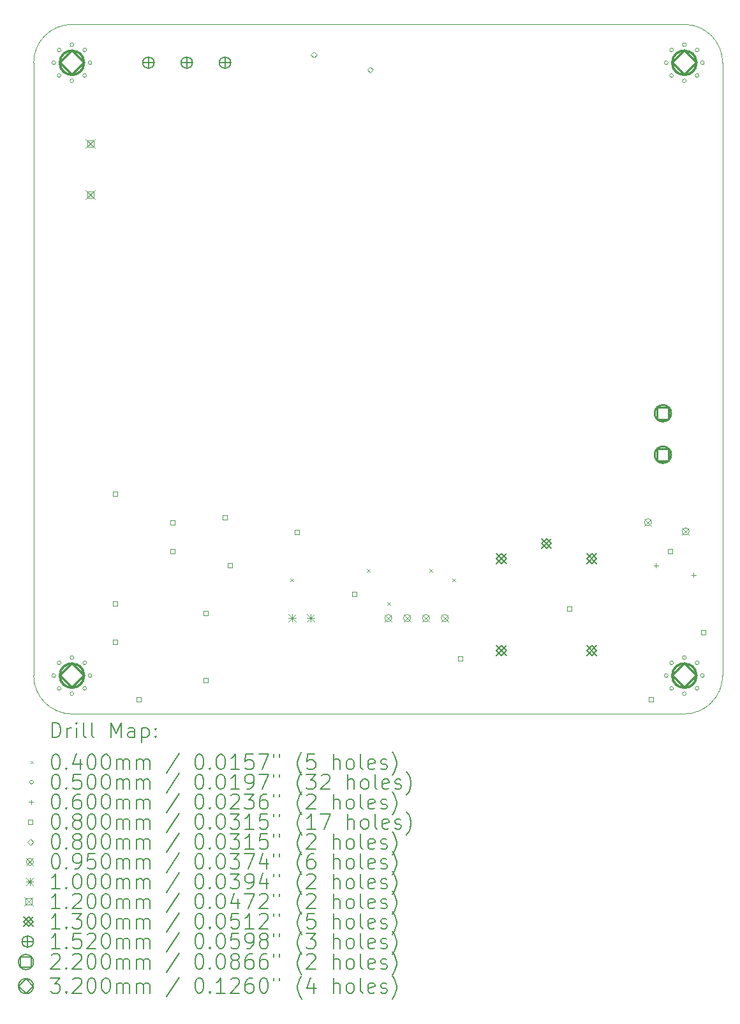
<source format=gbr>
%TF.GenerationSoftware,KiCad,Pcbnew,7.0.2*%
%TF.CreationDate,2023-05-16T20:04:30+02:00*%
%TF.ProjectId,IoT12 Power Supply,496f5431-3220-4506-9f77-657220537570,V1.2*%
%TF.SameCoordinates,Original*%
%TF.FileFunction,Drillmap*%
%TF.FilePolarity,Positive*%
%FSLAX45Y45*%
G04 Gerber Fmt 4.5, Leading zero omitted, Abs format (unit mm)*
G04 Created by KiCad (PCBNEW 7.0.2) date 2023-05-16 20:04:30*
%MOMM*%
%LPD*%
G01*
G04 APERTURE LIST*
%ADD10C,0.050000*%
%ADD11C,0.200000*%
%ADD12C,0.040000*%
%ADD13C,0.060000*%
%ADD14C,0.080000*%
%ADD15C,0.095000*%
%ADD16C,0.100000*%
%ADD17C,0.120000*%
%ADD18C,0.130000*%
%ADD19C,0.152000*%
%ADD20C,0.220000*%
%ADD21C,0.320000*%
G04 APERTURE END LIST*
D10*
X10668000Y-13970000D02*
X10668000Y-5842000D01*
X10668000Y-13970000D02*
G75*
G03*
X11176000Y-14478000I508000J0D01*
G01*
X11176000Y-5334000D02*
G75*
G03*
X10668000Y-5842000I0J-508000D01*
G01*
X19304000Y-14478000D02*
G75*
G03*
X19812000Y-13970000I0J508000D01*
G01*
X19812000Y-5842000D02*
X19812000Y-13970000D01*
X19812000Y-5842000D02*
G75*
G03*
X19304000Y-5334000I-508000J0D01*
G01*
X11176000Y-5334000D02*
X19304000Y-5334000D01*
X19304000Y-14478000D02*
X11176000Y-14478000D01*
D11*
D12*
X14077000Y-12680000D02*
X14117000Y-12720000D01*
X14117000Y-12680000D02*
X14077000Y-12720000D01*
X15093000Y-12553000D02*
X15133000Y-12593000D01*
X15133000Y-12553000D02*
X15093000Y-12593000D01*
X15359700Y-12997500D02*
X15399700Y-13037500D01*
X15399700Y-12997500D02*
X15359700Y-13037500D01*
X15918500Y-12553000D02*
X15958500Y-12593000D01*
X15958500Y-12553000D02*
X15918500Y-12593000D01*
X16223300Y-12680000D02*
X16263300Y-12720000D01*
X16263300Y-12680000D02*
X16223300Y-12720000D01*
D10*
X10961000Y-5842000D02*
G75*
G03*
X10961000Y-5842000I-25000J0D01*
G01*
X10961000Y-13970000D02*
G75*
G03*
X10961000Y-13970000I-25000J0D01*
G01*
X11031294Y-5672294D02*
G75*
G03*
X11031294Y-5672294I-25000J0D01*
G01*
X11031294Y-6011706D02*
G75*
G03*
X11031294Y-6011706I-25000J0D01*
G01*
X11031294Y-13800294D02*
G75*
G03*
X11031294Y-13800294I-25000J0D01*
G01*
X11031294Y-14139706D02*
G75*
G03*
X11031294Y-14139706I-25000J0D01*
G01*
X11201000Y-5602000D02*
G75*
G03*
X11201000Y-5602000I-25000J0D01*
G01*
X11201000Y-6082000D02*
G75*
G03*
X11201000Y-6082000I-25000J0D01*
G01*
X11201000Y-13730000D02*
G75*
G03*
X11201000Y-13730000I-25000J0D01*
G01*
X11201000Y-14210000D02*
G75*
G03*
X11201000Y-14210000I-25000J0D01*
G01*
X11370706Y-5672294D02*
G75*
G03*
X11370706Y-5672294I-25000J0D01*
G01*
X11370706Y-6011706D02*
G75*
G03*
X11370706Y-6011706I-25000J0D01*
G01*
X11370706Y-13800294D02*
G75*
G03*
X11370706Y-13800294I-25000J0D01*
G01*
X11370706Y-14139706D02*
G75*
G03*
X11370706Y-14139706I-25000J0D01*
G01*
X11441000Y-5842000D02*
G75*
G03*
X11441000Y-5842000I-25000J0D01*
G01*
X11441000Y-13970000D02*
G75*
G03*
X11441000Y-13970000I-25000J0D01*
G01*
X19089000Y-5842000D02*
G75*
G03*
X19089000Y-5842000I-25000J0D01*
G01*
X19089000Y-13970000D02*
G75*
G03*
X19089000Y-13970000I-25000J0D01*
G01*
X19159294Y-5672294D02*
G75*
G03*
X19159294Y-5672294I-25000J0D01*
G01*
X19159294Y-6011706D02*
G75*
G03*
X19159294Y-6011706I-25000J0D01*
G01*
X19159294Y-13800294D02*
G75*
G03*
X19159294Y-13800294I-25000J0D01*
G01*
X19159294Y-14139706D02*
G75*
G03*
X19159294Y-14139706I-25000J0D01*
G01*
X19329000Y-5602000D02*
G75*
G03*
X19329000Y-5602000I-25000J0D01*
G01*
X19329000Y-6082000D02*
G75*
G03*
X19329000Y-6082000I-25000J0D01*
G01*
X19329000Y-13730000D02*
G75*
G03*
X19329000Y-13730000I-25000J0D01*
G01*
X19329000Y-14210000D02*
G75*
G03*
X19329000Y-14210000I-25000J0D01*
G01*
X19498706Y-5672294D02*
G75*
G03*
X19498706Y-5672294I-25000J0D01*
G01*
X19498706Y-6011706D02*
G75*
G03*
X19498706Y-6011706I-25000J0D01*
G01*
X19498706Y-13800294D02*
G75*
G03*
X19498706Y-13800294I-25000J0D01*
G01*
X19498706Y-14139706D02*
G75*
G03*
X19498706Y-14139706I-25000J0D01*
G01*
X19569000Y-5842000D02*
G75*
G03*
X19569000Y-5842000I-25000J0D01*
G01*
X19569000Y-13970000D02*
G75*
G03*
X19569000Y-13970000I-25000J0D01*
G01*
D13*
X18927000Y-12478000D02*
X18927000Y-12538000D01*
X18897000Y-12508000D02*
X18957000Y-12508000D01*
X19427000Y-12608000D02*
X19427000Y-12668000D01*
X19397000Y-12638000D02*
X19457000Y-12638000D01*
D14*
X11775784Y-11585284D02*
X11775784Y-11528715D01*
X11719215Y-11528715D01*
X11719215Y-11585284D01*
X11775784Y-11585284D01*
X11775784Y-13045784D02*
X11775784Y-12989215D01*
X11719215Y-12989215D01*
X11719215Y-13045784D01*
X11775784Y-13045784D01*
X11775784Y-13553784D02*
X11775784Y-13497215D01*
X11719215Y-13497215D01*
X11719215Y-13553784D01*
X11775784Y-13553784D01*
X12093284Y-14315784D02*
X12093284Y-14259215D01*
X12036715Y-14259215D01*
X12036715Y-14315784D01*
X12093284Y-14315784D01*
X12537784Y-11966284D02*
X12537784Y-11909715D01*
X12481215Y-11909715D01*
X12481215Y-11966284D01*
X12537784Y-11966284D01*
X12537784Y-12347284D02*
X12537784Y-12290715D01*
X12481215Y-12290715D01*
X12481215Y-12347284D01*
X12537784Y-12347284D01*
X12982284Y-13172784D02*
X12982284Y-13116215D01*
X12925715Y-13116215D01*
X12925715Y-13172784D01*
X12982284Y-13172784D01*
X12982284Y-14061784D02*
X12982284Y-14005215D01*
X12925715Y-14005215D01*
X12925715Y-14061784D01*
X12982284Y-14061784D01*
X13236284Y-11902784D02*
X13236284Y-11846215D01*
X13179715Y-11846215D01*
X13179715Y-11902784D01*
X13236284Y-11902784D01*
X13299784Y-12537784D02*
X13299784Y-12481215D01*
X13243215Y-12481215D01*
X13243215Y-12537784D01*
X13299784Y-12537784D01*
X14188784Y-12093284D02*
X14188784Y-12036715D01*
X14132215Y-12036715D01*
X14132215Y-12093284D01*
X14188784Y-12093284D01*
X14950784Y-12918784D02*
X14950784Y-12862215D01*
X14894215Y-12862215D01*
X14894215Y-12918784D01*
X14950784Y-12918784D01*
X16360484Y-13769684D02*
X16360484Y-13713115D01*
X16303915Y-13713115D01*
X16303915Y-13769684D01*
X16360484Y-13769684D01*
X17808285Y-13109284D02*
X17808285Y-13052715D01*
X17751716Y-13052715D01*
X17751716Y-13109284D01*
X17808285Y-13109284D01*
X18887785Y-14315784D02*
X18887785Y-14259215D01*
X18831216Y-14259215D01*
X18831216Y-14315784D01*
X18887785Y-14315784D01*
X19141785Y-12347284D02*
X19141785Y-12290715D01*
X19085216Y-12290715D01*
X19085216Y-12347284D01*
X19141785Y-12347284D01*
X19586285Y-13426784D02*
X19586285Y-13370215D01*
X19529716Y-13370215D01*
X19529716Y-13426784D01*
X19586285Y-13426784D01*
X14386000Y-5776000D02*
X14426000Y-5736000D01*
X14386000Y-5696000D01*
X14346000Y-5736000D01*
X14386000Y-5776000D01*
X15136000Y-5976000D02*
X15176000Y-5936000D01*
X15136000Y-5896000D01*
X15096000Y-5936000D01*
X15136000Y-5976000D01*
D15*
X15327500Y-13160500D02*
X15422500Y-13255500D01*
X15422500Y-13160500D02*
X15327500Y-13255500D01*
X15422500Y-13208000D02*
G75*
G03*
X15422500Y-13208000I-47500J0D01*
G01*
X15577500Y-13160500D02*
X15672500Y-13255500D01*
X15672500Y-13160500D02*
X15577500Y-13255500D01*
X15672500Y-13208000D02*
G75*
G03*
X15672500Y-13208000I-47500J0D01*
G01*
X15827500Y-13160500D02*
X15922500Y-13255500D01*
X15922500Y-13160500D02*
X15827500Y-13255500D01*
X15922500Y-13208000D02*
G75*
G03*
X15922500Y-13208000I-47500J0D01*
G01*
X16077500Y-13160500D02*
X16172500Y-13255500D01*
X16172500Y-13160500D02*
X16077500Y-13255500D01*
X16172500Y-13208000D02*
G75*
G03*
X16172500Y-13208000I-47500J0D01*
G01*
X18773900Y-11890500D02*
X18868900Y-11985500D01*
X18868900Y-11890500D02*
X18773900Y-11985500D01*
X18868900Y-11938000D02*
G75*
G03*
X18868900Y-11938000I-47500J0D01*
G01*
X19273900Y-12010500D02*
X19368900Y-12105500D01*
X19368900Y-12010500D02*
X19273900Y-12105500D01*
X19368900Y-12058000D02*
G75*
G03*
X19368900Y-12058000I-47500J0D01*
G01*
D16*
X14047000Y-13158000D02*
X14147000Y-13258000D01*
X14147000Y-13158000D02*
X14047000Y-13258000D01*
X14097000Y-13158000D02*
X14097000Y-13258000D01*
X14047000Y-13208000D02*
X14147000Y-13208000D01*
X14297000Y-13158000D02*
X14397000Y-13258000D01*
X14397000Y-13158000D02*
X14297000Y-13258000D01*
X14347000Y-13158000D02*
X14347000Y-13258000D01*
X14297000Y-13208000D02*
X14397000Y-13208000D01*
D17*
X11359840Y-6856420D02*
X11479840Y-6976420D01*
X11479840Y-6856420D02*
X11359840Y-6976420D01*
X11462267Y-6958847D02*
X11462267Y-6873993D01*
X11377413Y-6873993D01*
X11377413Y-6958847D01*
X11462267Y-6958847D01*
X11359840Y-7531420D02*
X11479840Y-7651420D01*
X11479840Y-7531420D02*
X11359840Y-7651420D01*
X11462267Y-7633847D02*
X11462267Y-7548993D01*
X11377413Y-7548993D01*
X11377413Y-7633847D01*
X11462267Y-7633847D01*
D18*
X16810200Y-12352400D02*
X16940200Y-12482400D01*
X16940200Y-12352400D02*
X16810200Y-12482400D01*
X16875200Y-12482400D02*
X16940200Y-12417400D01*
X16875200Y-12352400D01*
X16810200Y-12417400D01*
X16875200Y-12482400D01*
X16810200Y-13572400D02*
X16940200Y-13702400D01*
X16940200Y-13572400D02*
X16810200Y-13702400D01*
X16875200Y-13702400D02*
X16940200Y-13637400D01*
X16875200Y-13572400D01*
X16810200Y-13637400D01*
X16875200Y-13702400D01*
X17410200Y-12152400D02*
X17540200Y-12282400D01*
X17540200Y-12152400D02*
X17410200Y-12282400D01*
X17475200Y-12282400D02*
X17540200Y-12217400D01*
X17475200Y-12152400D01*
X17410200Y-12217400D01*
X17475200Y-12282400D01*
X18010200Y-12352400D02*
X18140200Y-12482400D01*
X18140200Y-12352400D02*
X18010200Y-12482400D01*
X18075200Y-12482400D02*
X18140200Y-12417400D01*
X18075200Y-12352400D01*
X18010200Y-12417400D01*
X18075200Y-12482400D01*
X18010200Y-13572400D02*
X18140200Y-13702400D01*
X18140200Y-13572400D02*
X18010200Y-13702400D01*
X18075200Y-13702400D02*
X18140200Y-13637400D01*
X18075200Y-13572400D01*
X18010200Y-13637400D01*
X18075200Y-13702400D01*
D19*
X12192000Y-5766000D02*
X12192000Y-5918000D01*
X12116000Y-5842000D02*
X12268000Y-5842000D01*
X12268000Y-5842000D02*
G75*
G03*
X12268000Y-5842000I-76000J0D01*
G01*
X12700000Y-5766000D02*
X12700000Y-5918000D01*
X12624000Y-5842000D02*
X12776000Y-5842000D01*
X12776000Y-5842000D02*
G75*
G03*
X12776000Y-5842000I-76000J0D01*
G01*
X13208000Y-5766000D02*
X13208000Y-5918000D01*
X13132000Y-5842000D02*
X13284000Y-5842000D01*
X13284000Y-5842000D02*
G75*
G03*
X13284000Y-5842000I-76000J0D01*
G01*
D20*
X19097623Y-10569203D02*
X19097623Y-10413638D01*
X18942058Y-10413638D01*
X18942058Y-10569203D01*
X19097623Y-10569203D01*
X19129840Y-10491420D02*
G75*
G03*
X19129840Y-10491420I-110000J0D01*
G01*
X19097623Y-11119203D02*
X19097623Y-10963638D01*
X18942058Y-10963638D01*
X18942058Y-11119203D01*
X19097623Y-11119203D01*
X19129840Y-11041420D02*
G75*
G03*
X19129840Y-11041420I-110000J0D01*
G01*
D21*
X11176000Y-6002000D02*
X11336000Y-5842000D01*
X11176000Y-5682000D01*
X11016000Y-5842000D01*
X11176000Y-6002000D01*
X11336000Y-5842000D02*
G75*
G03*
X11336000Y-5842000I-160000J0D01*
G01*
X11176000Y-14130000D02*
X11336000Y-13970000D01*
X11176000Y-13810000D01*
X11016000Y-13970000D01*
X11176000Y-14130000D01*
X11336000Y-13970000D02*
G75*
G03*
X11336000Y-13970000I-160000J0D01*
G01*
X19304000Y-6002000D02*
X19464000Y-5842000D01*
X19304000Y-5682000D01*
X19144000Y-5842000D01*
X19304000Y-6002000D01*
X19464000Y-5842000D02*
G75*
G03*
X19464000Y-5842000I-160000J0D01*
G01*
X19304000Y-14130000D02*
X19464000Y-13970000D01*
X19304000Y-13810000D01*
X19144000Y-13970000D01*
X19304000Y-14130000D01*
X19464000Y-13970000D02*
G75*
G03*
X19464000Y-13970000I-160000J0D01*
G01*
D11*
X10913119Y-14793024D02*
X10913119Y-14593024D01*
X10913119Y-14593024D02*
X10960738Y-14593024D01*
X10960738Y-14593024D02*
X10989310Y-14602548D01*
X10989310Y-14602548D02*
X11008357Y-14621595D01*
X11008357Y-14621595D02*
X11017881Y-14640643D01*
X11017881Y-14640643D02*
X11027405Y-14678738D01*
X11027405Y-14678738D02*
X11027405Y-14707309D01*
X11027405Y-14707309D02*
X11017881Y-14745405D01*
X11017881Y-14745405D02*
X11008357Y-14764452D01*
X11008357Y-14764452D02*
X10989310Y-14783500D01*
X10989310Y-14783500D02*
X10960738Y-14793024D01*
X10960738Y-14793024D02*
X10913119Y-14793024D01*
X11113119Y-14793024D02*
X11113119Y-14659690D01*
X11113119Y-14697786D02*
X11122643Y-14678738D01*
X11122643Y-14678738D02*
X11132167Y-14669214D01*
X11132167Y-14669214D02*
X11151214Y-14659690D01*
X11151214Y-14659690D02*
X11170262Y-14659690D01*
X11236928Y-14793024D02*
X11236928Y-14659690D01*
X11236928Y-14593024D02*
X11227405Y-14602548D01*
X11227405Y-14602548D02*
X11236928Y-14612071D01*
X11236928Y-14612071D02*
X11246452Y-14602548D01*
X11246452Y-14602548D02*
X11236928Y-14593024D01*
X11236928Y-14593024D02*
X11236928Y-14612071D01*
X11360738Y-14793024D02*
X11341690Y-14783500D01*
X11341690Y-14783500D02*
X11332167Y-14764452D01*
X11332167Y-14764452D02*
X11332167Y-14593024D01*
X11465500Y-14793024D02*
X11446452Y-14783500D01*
X11446452Y-14783500D02*
X11436928Y-14764452D01*
X11436928Y-14764452D02*
X11436928Y-14593024D01*
X11694071Y-14793024D02*
X11694071Y-14593024D01*
X11694071Y-14593024D02*
X11760738Y-14735881D01*
X11760738Y-14735881D02*
X11827405Y-14593024D01*
X11827405Y-14593024D02*
X11827405Y-14793024D01*
X12008357Y-14793024D02*
X12008357Y-14688262D01*
X12008357Y-14688262D02*
X11998833Y-14669214D01*
X11998833Y-14669214D02*
X11979786Y-14659690D01*
X11979786Y-14659690D02*
X11941690Y-14659690D01*
X11941690Y-14659690D02*
X11922643Y-14669214D01*
X12008357Y-14783500D02*
X11989309Y-14793024D01*
X11989309Y-14793024D02*
X11941690Y-14793024D01*
X11941690Y-14793024D02*
X11922643Y-14783500D01*
X11922643Y-14783500D02*
X11913119Y-14764452D01*
X11913119Y-14764452D02*
X11913119Y-14745405D01*
X11913119Y-14745405D02*
X11922643Y-14726357D01*
X11922643Y-14726357D02*
X11941690Y-14716833D01*
X11941690Y-14716833D02*
X11989309Y-14716833D01*
X11989309Y-14716833D02*
X12008357Y-14707309D01*
X12103595Y-14659690D02*
X12103595Y-14859690D01*
X12103595Y-14669214D02*
X12122643Y-14659690D01*
X12122643Y-14659690D02*
X12160738Y-14659690D01*
X12160738Y-14659690D02*
X12179786Y-14669214D01*
X12179786Y-14669214D02*
X12189309Y-14678738D01*
X12189309Y-14678738D02*
X12198833Y-14697786D01*
X12198833Y-14697786D02*
X12198833Y-14754928D01*
X12198833Y-14754928D02*
X12189309Y-14773976D01*
X12189309Y-14773976D02*
X12179786Y-14783500D01*
X12179786Y-14783500D02*
X12160738Y-14793024D01*
X12160738Y-14793024D02*
X12122643Y-14793024D01*
X12122643Y-14793024D02*
X12103595Y-14783500D01*
X12284548Y-14773976D02*
X12294071Y-14783500D01*
X12294071Y-14783500D02*
X12284548Y-14793024D01*
X12284548Y-14793024D02*
X12275024Y-14783500D01*
X12275024Y-14783500D02*
X12284548Y-14773976D01*
X12284548Y-14773976D02*
X12284548Y-14793024D01*
X12284548Y-14669214D02*
X12294071Y-14678738D01*
X12294071Y-14678738D02*
X12284548Y-14688262D01*
X12284548Y-14688262D02*
X12275024Y-14678738D01*
X12275024Y-14678738D02*
X12284548Y-14669214D01*
X12284548Y-14669214D02*
X12284548Y-14688262D01*
D12*
X10625500Y-15100500D02*
X10665500Y-15140500D01*
X10665500Y-15100500D02*
X10625500Y-15140500D01*
D11*
X10951214Y-15013024D02*
X10970262Y-15013024D01*
X10970262Y-15013024D02*
X10989310Y-15022548D01*
X10989310Y-15022548D02*
X10998833Y-15032071D01*
X10998833Y-15032071D02*
X11008357Y-15051119D01*
X11008357Y-15051119D02*
X11017881Y-15089214D01*
X11017881Y-15089214D02*
X11017881Y-15136833D01*
X11017881Y-15136833D02*
X11008357Y-15174928D01*
X11008357Y-15174928D02*
X10998833Y-15193976D01*
X10998833Y-15193976D02*
X10989310Y-15203500D01*
X10989310Y-15203500D02*
X10970262Y-15213024D01*
X10970262Y-15213024D02*
X10951214Y-15213024D01*
X10951214Y-15213024D02*
X10932167Y-15203500D01*
X10932167Y-15203500D02*
X10922643Y-15193976D01*
X10922643Y-15193976D02*
X10913119Y-15174928D01*
X10913119Y-15174928D02*
X10903595Y-15136833D01*
X10903595Y-15136833D02*
X10903595Y-15089214D01*
X10903595Y-15089214D02*
X10913119Y-15051119D01*
X10913119Y-15051119D02*
X10922643Y-15032071D01*
X10922643Y-15032071D02*
X10932167Y-15022548D01*
X10932167Y-15022548D02*
X10951214Y-15013024D01*
X11103595Y-15193976D02*
X11113119Y-15203500D01*
X11113119Y-15203500D02*
X11103595Y-15213024D01*
X11103595Y-15213024D02*
X11094071Y-15203500D01*
X11094071Y-15203500D02*
X11103595Y-15193976D01*
X11103595Y-15193976D02*
X11103595Y-15213024D01*
X11284548Y-15079690D02*
X11284548Y-15213024D01*
X11236928Y-15003500D02*
X11189309Y-15146357D01*
X11189309Y-15146357D02*
X11313119Y-15146357D01*
X11427405Y-15013024D02*
X11446452Y-15013024D01*
X11446452Y-15013024D02*
X11465500Y-15022548D01*
X11465500Y-15022548D02*
X11475024Y-15032071D01*
X11475024Y-15032071D02*
X11484548Y-15051119D01*
X11484548Y-15051119D02*
X11494071Y-15089214D01*
X11494071Y-15089214D02*
X11494071Y-15136833D01*
X11494071Y-15136833D02*
X11484548Y-15174928D01*
X11484548Y-15174928D02*
X11475024Y-15193976D01*
X11475024Y-15193976D02*
X11465500Y-15203500D01*
X11465500Y-15203500D02*
X11446452Y-15213024D01*
X11446452Y-15213024D02*
X11427405Y-15213024D01*
X11427405Y-15213024D02*
X11408357Y-15203500D01*
X11408357Y-15203500D02*
X11398833Y-15193976D01*
X11398833Y-15193976D02*
X11389309Y-15174928D01*
X11389309Y-15174928D02*
X11379786Y-15136833D01*
X11379786Y-15136833D02*
X11379786Y-15089214D01*
X11379786Y-15089214D02*
X11389309Y-15051119D01*
X11389309Y-15051119D02*
X11398833Y-15032071D01*
X11398833Y-15032071D02*
X11408357Y-15022548D01*
X11408357Y-15022548D02*
X11427405Y-15013024D01*
X11617881Y-15013024D02*
X11636929Y-15013024D01*
X11636929Y-15013024D02*
X11655976Y-15022548D01*
X11655976Y-15022548D02*
X11665500Y-15032071D01*
X11665500Y-15032071D02*
X11675024Y-15051119D01*
X11675024Y-15051119D02*
X11684548Y-15089214D01*
X11684548Y-15089214D02*
X11684548Y-15136833D01*
X11684548Y-15136833D02*
X11675024Y-15174928D01*
X11675024Y-15174928D02*
X11665500Y-15193976D01*
X11665500Y-15193976D02*
X11655976Y-15203500D01*
X11655976Y-15203500D02*
X11636929Y-15213024D01*
X11636929Y-15213024D02*
X11617881Y-15213024D01*
X11617881Y-15213024D02*
X11598833Y-15203500D01*
X11598833Y-15203500D02*
X11589309Y-15193976D01*
X11589309Y-15193976D02*
X11579786Y-15174928D01*
X11579786Y-15174928D02*
X11570262Y-15136833D01*
X11570262Y-15136833D02*
X11570262Y-15089214D01*
X11570262Y-15089214D02*
X11579786Y-15051119D01*
X11579786Y-15051119D02*
X11589309Y-15032071D01*
X11589309Y-15032071D02*
X11598833Y-15022548D01*
X11598833Y-15022548D02*
X11617881Y-15013024D01*
X11770262Y-15213024D02*
X11770262Y-15079690D01*
X11770262Y-15098738D02*
X11779786Y-15089214D01*
X11779786Y-15089214D02*
X11798833Y-15079690D01*
X11798833Y-15079690D02*
X11827405Y-15079690D01*
X11827405Y-15079690D02*
X11846452Y-15089214D01*
X11846452Y-15089214D02*
X11855976Y-15108262D01*
X11855976Y-15108262D02*
X11855976Y-15213024D01*
X11855976Y-15108262D02*
X11865500Y-15089214D01*
X11865500Y-15089214D02*
X11884548Y-15079690D01*
X11884548Y-15079690D02*
X11913119Y-15079690D01*
X11913119Y-15079690D02*
X11932167Y-15089214D01*
X11932167Y-15089214D02*
X11941690Y-15108262D01*
X11941690Y-15108262D02*
X11941690Y-15213024D01*
X12036929Y-15213024D02*
X12036929Y-15079690D01*
X12036929Y-15098738D02*
X12046452Y-15089214D01*
X12046452Y-15089214D02*
X12065500Y-15079690D01*
X12065500Y-15079690D02*
X12094071Y-15079690D01*
X12094071Y-15079690D02*
X12113119Y-15089214D01*
X12113119Y-15089214D02*
X12122643Y-15108262D01*
X12122643Y-15108262D02*
X12122643Y-15213024D01*
X12122643Y-15108262D02*
X12132167Y-15089214D01*
X12132167Y-15089214D02*
X12151214Y-15079690D01*
X12151214Y-15079690D02*
X12179786Y-15079690D01*
X12179786Y-15079690D02*
X12198833Y-15089214D01*
X12198833Y-15089214D02*
X12208357Y-15108262D01*
X12208357Y-15108262D02*
X12208357Y-15213024D01*
X12598833Y-15003500D02*
X12427405Y-15260643D01*
X12855976Y-15013024D02*
X12875024Y-15013024D01*
X12875024Y-15013024D02*
X12894072Y-15022548D01*
X12894072Y-15022548D02*
X12903595Y-15032071D01*
X12903595Y-15032071D02*
X12913119Y-15051119D01*
X12913119Y-15051119D02*
X12922643Y-15089214D01*
X12922643Y-15089214D02*
X12922643Y-15136833D01*
X12922643Y-15136833D02*
X12913119Y-15174928D01*
X12913119Y-15174928D02*
X12903595Y-15193976D01*
X12903595Y-15193976D02*
X12894072Y-15203500D01*
X12894072Y-15203500D02*
X12875024Y-15213024D01*
X12875024Y-15213024D02*
X12855976Y-15213024D01*
X12855976Y-15213024D02*
X12836929Y-15203500D01*
X12836929Y-15203500D02*
X12827405Y-15193976D01*
X12827405Y-15193976D02*
X12817881Y-15174928D01*
X12817881Y-15174928D02*
X12808357Y-15136833D01*
X12808357Y-15136833D02*
X12808357Y-15089214D01*
X12808357Y-15089214D02*
X12817881Y-15051119D01*
X12817881Y-15051119D02*
X12827405Y-15032071D01*
X12827405Y-15032071D02*
X12836929Y-15022548D01*
X12836929Y-15022548D02*
X12855976Y-15013024D01*
X13008357Y-15193976D02*
X13017881Y-15203500D01*
X13017881Y-15203500D02*
X13008357Y-15213024D01*
X13008357Y-15213024D02*
X12998833Y-15203500D01*
X12998833Y-15203500D02*
X13008357Y-15193976D01*
X13008357Y-15193976D02*
X13008357Y-15213024D01*
X13141691Y-15013024D02*
X13160738Y-15013024D01*
X13160738Y-15013024D02*
X13179786Y-15022548D01*
X13179786Y-15022548D02*
X13189310Y-15032071D01*
X13189310Y-15032071D02*
X13198833Y-15051119D01*
X13198833Y-15051119D02*
X13208357Y-15089214D01*
X13208357Y-15089214D02*
X13208357Y-15136833D01*
X13208357Y-15136833D02*
X13198833Y-15174928D01*
X13198833Y-15174928D02*
X13189310Y-15193976D01*
X13189310Y-15193976D02*
X13179786Y-15203500D01*
X13179786Y-15203500D02*
X13160738Y-15213024D01*
X13160738Y-15213024D02*
X13141691Y-15213024D01*
X13141691Y-15213024D02*
X13122643Y-15203500D01*
X13122643Y-15203500D02*
X13113119Y-15193976D01*
X13113119Y-15193976D02*
X13103595Y-15174928D01*
X13103595Y-15174928D02*
X13094072Y-15136833D01*
X13094072Y-15136833D02*
X13094072Y-15089214D01*
X13094072Y-15089214D02*
X13103595Y-15051119D01*
X13103595Y-15051119D02*
X13113119Y-15032071D01*
X13113119Y-15032071D02*
X13122643Y-15022548D01*
X13122643Y-15022548D02*
X13141691Y-15013024D01*
X13398833Y-15213024D02*
X13284548Y-15213024D01*
X13341691Y-15213024D02*
X13341691Y-15013024D01*
X13341691Y-15013024D02*
X13322643Y-15041595D01*
X13322643Y-15041595D02*
X13303595Y-15060643D01*
X13303595Y-15060643D02*
X13284548Y-15070167D01*
X13579786Y-15013024D02*
X13484548Y-15013024D01*
X13484548Y-15013024D02*
X13475024Y-15108262D01*
X13475024Y-15108262D02*
X13484548Y-15098738D01*
X13484548Y-15098738D02*
X13503595Y-15089214D01*
X13503595Y-15089214D02*
X13551214Y-15089214D01*
X13551214Y-15089214D02*
X13570262Y-15098738D01*
X13570262Y-15098738D02*
X13579786Y-15108262D01*
X13579786Y-15108262D02*
X13589310Y-15127309D01*
X13589310Y-15127309D02*
X13589310Y-15174928D01*
X13589310Y-15174928D02*
X13579786Y-15193976D01*
X13579786Y-15193976D02*
X13570262Y-15203500D01*
X13570262Y-15203500D02*
X13551214Y-15213024D01*
X13551214Y-15213024D02*
X13503595Y-15213024D01*
X13503595Y-15213024D02*
X13484548Y-15203500D01*
X13484548Y-15203500D02*
X13475024Y-15193976D01*
X13655976Y-15013024D02*
X13789310Y-15013024D01*
X13789310Y-15013024D02*
X13703595Y-15213024D01*
X13855976Y-15013024D02*
X13855976Y-15051119D01*
X13932167Y-15013024D02*
X13932167Y-15051119D01*
X14227405Y-15289214D02*
X14217881Y-15279690D01*
X14217881Y-15279690D02*
X14198834Y-15251119D01*
X14198834Y-15251119D02*
X14189310Y-15232071D01*
X14189310Y-15232071D02*
X14179786Y-15203500D01*
X14179786Y-15203500D02*
X14170262Y-15155881D01*
X14170262Y-15155881D02*
X14170262Y-15117786D01*
X14170262Y-15117786D02*
X14179786Y-15070167D01*
X14179786Y-15070167D02*
X14189310Y-15041595D01*
X14189310Y-15041595D02*
X14198834Y-15022548D01*
X14198834Y-15022548D02*
X14217881Y-14993976D01*
X14217881Y-14993976D02*
X14227405Y-14984452D01*
X14398834Y-15013024D02*
X14303595Y-15013024D01*
X14303595Y-15013024D02*
X14294072Y-15108262D01*
X14294072Y-15108262D02*
X14303595Y-15098738D01*
X14303595Y-15098738D02*
X14322643Y-15089214D01*
X14322643Y-15089214D02*
X14370262Y-15089214D01*
X14370262Y-15089214D02*
X14389310Y-15098738D01*
X14389310Y-15098738D02*
X14398834Y-15108262D01*
X14398834Y-15108262D02*
X14408357Y-15127309D01*
X14408357Y-15127309D02*
X14408357Y-15174928D01*
X14408357Y-15174928D02*
X14398834Y-15193976D01*
X14398834Y-15193976D02*
X14389310Y-15203500D01*
X14389310Y-15203500D02*
X14370262Y-15213024D01*
X14370262Y-15213024D02*
X14322643Y-15213024D01*
X14322643Y-15213024D02*
X14303595Y-15203500D01*
X14303595Y-15203500D02*
X14294072Y-15193976D01*
X14646453Y-15213024D02*
X14646453Y-15013024D01*
X14732167Y-15213024D02*
X14732167Y-15108262D01*
X14732167Y-15108262D02*
X14722643Y-15089214D01*
X14722643Y-15089214D02*
X14703596Y-15079690D01*
X14703596Y-15079690D02*
X14675024Y-15079690D01*
X14675024Y-15079690D02*
X14655976Y-15089214D01*
X14655976Y-15089214D02*
X14646453Y-15098738D01*
X14855976Y-15213024D02*
X14836929Y-15203500D01*
X14836929Y-15203500D02*
X14827405Y-15193976D01*
X14827405Y-15193976D02*
X14817881Y-15174928D01*
X14817881Y-15174928D02*
X14817881Y-15117786D01*
X14817881Y-15117786D02*
X14827405Y-15098738D01*
X14827405Y-15098738D02*
X14836929Y-15089214D01*
X14836929Y-15089214D02*
X14855976Y-15079690D01*
X14855976Y-15079690D02*
X14884548Y-15079690D01*
X14884548Y-15079690D02*
X14903596Y-15089214D01*
X14903596Y-15089214D02*
X14913119Y-15098738D01*
X14913119Y-15098738D02*
X14922643Y-15117786D01*
X14922643Y-15117786D02*
X14922643Y-15174928D01*
X14922643Y-15174928D02*
X14913119Y-15193976D01*
X14913119Y-15193976D02*
X14903596Y-15203500D01*
X14903596Y-15203500D02*
X14884548Y-15213024D01*
X14884548Y-15213024D02*
X14855976Y-15213024D01*
X15036929Y-15213024D02*
X15017881Y-15203500D01*
X15017881Y-15203500D02*
X15008357Y-15184452D01*
X15008357Y-15184452D02*
X15008357Y-15013024D01*
X15189310Y-15203500D02*
X15170262Y-15213024D01*
X15170262Y-15213024D02*
X15132167Y-15213024D01*
X15132167Y-15213024D02*
X15113119Y-15203500D01*
X15113119Y-15203500D02*
X15103596Y-15184452D01*
X15103596Y-15184452D02*
X15103596Y-15108262D01*
X15103596Y-15108262D02*
X15113119Y-15089214D01*
X15113119Y-15089214D02*
X15132167Y-15079690D01*
X15132167Y-15079690D02*
X15170262Y-15079690D01*
X15170262Y-15079690D02*
X15189310Y-15089214D01*
X15189310Y-15089214D02*
X15198834Y-15108262D01*
X15198834Y-15108262D02*
X15198834Y-15127309D01*
X15198834Y-15127309D02*
X15103596Y-15146357D01*
X15275024Y-15203500D02*
X15294072Y-15213024D01*
X15294072Y-15213024D02*
X15332167Y-15213024D01*
X15332167Y-15213024D02*
X15351215Y-15203500D01*
X15351215Y-15203500D02*
X15360738Y-15184452D01*
X15360738Y-15184452D02*
X15360738Y-15174928D01*
X15360738Y-15174928D02*
X15351215Y-15155881D01*
X15351215Y-15155881D02*
X15332167Y-15146357D01*
X15332167Y-15146357D02*
X15303596Y-15146357D01*
X15303596Y-15146357D02*
X15284548Y-15136833D01*
X15284548Y-15136833D02*
X15275024Y-15117786D01*
X15275024Y-15117786D02*
X15275024Y-15108262D01*
X15275024Y-15108262D02*
X15284548Y-15089214D01*
X15284548Y-15089214D02*
X15303596Y-15079690D01*
X15303596Y-15079690D02*
X15332167Y-15079690D01*
X15332167Y-15079690D02*
X15351215Y-15089214D01*
X15427405Y-15289214D02*
X15436929Y-15279690D01*
X15436929Y-15279690D02*
X15455977Y-15251119D01*
X15455977Y-15251119D02*
X15465500Y-15232071D01*
X15465500Y-15232071D02*
X15475024Y-15203500D01*
X15475024Y-15203500D02*
X15484548Y-15155881D01*
X15484548Y-15155881D02*
X15484548Y-15117786D01*
X15484548Y-15117786D02*
X15475024Y-15070167D01*
X15475024Y-15070167D02*
X15465500Y-15041595D01*
X15465500Y-15041595D02*
X15455977Y-15022548D01*
X15455977Y-15022548D02*
X15436929Y-14993976D01*
X15436929Y-14993976D02*
X15427405Y-14984452D01*
D10*
X10665500Y-15384500D02*
G75*
G03*
X10665500Y-15384500I-25000J0D01*
G01*
D11*
X10951214Y-15277024D02*
X10970262Y-15277024D01*
X10970262Y-15277024D02*
X10989310Y-15286548D01*
X10989310Y-15286548D02*
X10998833Y-15296071D01*
X10998833Y-15296071D02*
X11008357Y-15315119D01*
X11008357Y-15315119D02*
X11017881Y-15353214D01*
X11017881Y-15353214D02*
X11017881Y-15400833D01*
X11017881Y-15400833D02*
X11008357Y-15438928D01*
X11008357Y-15438928D02*
X10998833Y-15457976D01*
X10998833Y-15457976D02*
X10989310Y-15467500D01*
X10989310Y-15467500D02*
X10970262Y-15477024D01*
X10970262Y-15477024D02*
X10951214Y-15477024D01*
X10951214Y-15477024D02*
X10932167Y-15467500D01*
X10932167Y-15467500D02*
X10922643Y-15457976D01*
X10922643Y-15457976D02*
X10913119Y-15438928D01*
X10913119Y-15438928D02*
X10903595Y-15400833D01*
X10903595Y-15400833D02*
X10903595Y-15353214D01*
X10903595Y-15353214D02*
X10913119Y-15315119D01*
X10913119Y-15315119D02*
X10922643Y-15296071D01*
X10922643Y-15296071D02*
X10932167Y-15286548D01*
X10932167Y-15286548D02*
X10951214Y-15277024D01*
X11103595Y-15457976D02*
X11113119Y-15467500D01*
X11113119Y-15467500D02*
X11103595Y-15477024D01*
X11103595Y-15477024D02*
X11094071Y-15467500D01*
X11094071Y-15467500D02*
X11103595Y-15457976D01*
X11103595Y-15457976D02*
X11103595Y-15477024D01*
X11294071Y-15277024D02*
X11198833Y-15277024D01*
X11198833Y-15277024D02*
X11189309Y-15372262D01*
X11189309Y-15372262D02*
X11198833Y-15362738D01*
X11198833Y-15362738D02*
X11217881Y-15353214D01*
X11217881Y-15353214D02*
X11265500Y-15353214D01*
X11265500Y-15353214D02*
X11284548Y-15362738D01*
X11284548Y-15362738D02*
X11294071Y-15372262D01*
X11294071Y-15372262D02*
X11303595Y-15391309D01*
X11303595Y-15391309D02*
X11303595Y-15438928D01*
X11303595Y-15438928D02*
X11294071Y-15457976D01*
X11294071Y-15457976D02*
X11284548Y-15467500D01*
X11284548Y-15467500D02*
X11265500Y-15477024D01*
X11265500Y-15477024D02*
X11217881Y-15477024D01*
X11217881Y-15477024D02*
X11198833Y-15467500D01*
X11198833Y-15467500D02*
X11189309Y-15457976D01*
X11427405Y-15277024D02*
X11446452Y-15277024D01*
X11446452Y-15277024D02*
X11465500Y-15286548D01*
X11465500Y-15286548D02*
X11475024Y-15296071D01*
X11475024Y-15296071D02*
X11484548Y-15315119D01*
X11484548Y-15315119D02*
X11494071Y-15353214D01*
X11494071Y-15353214D02*
X11494071Y-15400833D01*
X11494071Y-15400833D02*
X11484548Y-15438928D01*
X11484548Y-15438928D02*
X11475024Y-15457976D01*
X11475024Y-15457976D02*
X11465500Y-15467500D01*
X11465500Y-15467500D02*
X11446452Y-15477024D01*
X11446452Y-15477024D02*
X11427405Y-15477024D01*
X11427405Y-15477024D02*
X11408357Y-15467500D01*
X11408357Y-15467500D02*
X11398833Y-15457976D01*
X11398833Y-15457976D02*
X11389309Y-15438928D01*
X11389309Y-15438928D02*
X11379786Y-15400833D01*
X11379786Y-15400833D02*
X11379786Y-15353214D01*
X11379786Y-15353214D02*
X11389309Y-15315119D01*
X11389309Y-15315119D02*
X11398833Y-15296071D01*
X11398833Y-15296071D02*
X11408357Y-15286548D01*
X11408357Y-15286548D02*
X11427405Y-15277024D01*
X11617881Y-15277024D02*
X11636929Y-15277024D01*
X11636929Y-15277024D02*
X11655976Y-15286548D01*
X11655976Y-15286548D02*
X11665500Y-15296071D01*
X11665500Y-15296071D02*
X11675024Y-15315119D01*
X11675024Y-15315119D02*
X11684548Y-15353214D01*
X11684548Y-15353214D02*
X11684548Y-15400833D01*
X11684548Y-15400833D02*
X11675024Y-15438928D01*
X11675024Y-15438928D02*
X11665500Y-15457976D01*
X11665500Y-15457976D02*
X11655976Y-15467500D01*
X11655976Y-15467500D02*
X11636929Y-15477024D01*
X11636929Y-15477024D02*
X11617881Y-15477024D01*
X11617881Y-15477024D02*
X11598833Y-15467500D01*
X11598833Y-15467500D02*
X11589309Y-15457976D01*
X11589309Y-15457976D02*
X11579786Y-15438928D01*
X11579786Y-15438928D02*
X11570262Y-15400833D01*
X11570262Y-15400833D02*
X11570262Y-15353214D01*
X11570262Y-15353214D02*
X11579786Y-15315119D01*
X11579786Y-15315119D02*
X11589309Y-15296071D01*
X11589309Y-15296071D02*
X11598833Y-15286548D01*
X11598833Y-15286548D02*
X11617881Y-15277024D01*
X11770262Y-15477024D02*
X11770262Y-15343690D01*
X11770262Y-15362738D02*
X11779786Y-15353214D01*
X11779786Y-15353214D02*
X11798833Y-15343690D01*
X11798833Y-15343690D02*
X11827405Y-15343690D01*
X11827405Y-15343690D02*
X11846452Y-15353214D01*
X11846452Y-15353214D02*
X11855976Y-15372262D01*
X11855976Y-15372262D02*
X11855976Y-15477024D01*
X11855976Y-15372262D02*
X11865500Y-15353214D01*
X11865500Y-15353214D02*
X11884548Y-15343690D01*
X11884548Y-15343690D02*
X11913119Y-15343690D01*
X11913119Y-15343690D02*
X11932167Y-15353214D01*
X11932167Y-15353214D02*
X11941690Y-15372262D01*
X11941690Y-15372262D02*
X11941690Y-15477024D01*
X12036929Y-15477024D02*
X12036929Y-15343690D01*
X12036929Y-15362738D02*
X12046452Y-15353214D01*
X12046452Y-15353214D02*
X12065500Y-15343690D01*
X12065500Y-15343690D02*
X12094071Y-15343690D01*
X12094071Y-15343690D02*
X12113119Y-15353214D01*
X12113119Y-15353214D02*
X12122643Y-15372262D01*
X12122643Y-15372262D02*
X12122643Y-15477024D01*
X12122643Y-15372262D02*
X12132167Y-15353214D01*
X12132167Y-15353214D02*
X12151214Y-15343690D01*
X12151214Y-15343690D02*
X12179786Y-15343690D01*
X12179786Y-15343690D02*
X12198833Y-15353214D01*
X12198833Y-15353214D02*
X12208357Y-15372262D01*
X12208357Y-15372262D02*
X12208357Y-15477024D01*
X12598833Y-15267500D02*
X12427405Y-15524643D01*
X12855976Y-15277024D02*
X12875024Y-15277024D01*
X12875024Y-15277024D02*
X12894072Y-15286548D01*
X12894072Y-15286548D02*
X12903595Y-15296071D01*
X12903595Y-15296071D02*
X12913119Y-15315119D01*
X12913119Y-15315119D02*
X12922643Y-15353214D01*
X12922643Y-15353214D02*
X12922643Y-15400833D01*
X12922643Y-15400833D02*
X12913119Y-15438928D01*
X12913119Y-15438928D02*
X12903595Y-15457976D01*
X12903595Y-15457976D02*
X12894072Y-15467500D01*
X12894072Y-15467500D02*
X12875024Y-15477024D01*
X12875024Y-15477024D02*
X12855976Y-15477024D01*
X12855976Y-15477024D02*
X12836929Y-15467500D01*
X12836929Y-15467500D02*
X12827405Y-15457976D01*
X12827405Y-15457976D02*
X12817881Y-15438928D01*
X12817881Y-15438928D02*
X12808357Y-15400833D01*
X12808357Y-15400833D02*
X12808357Y-15353214D01*
X12808357Y-15353214D02*
X12817881Y-15315119D01*
X12817881Y-15315119D02*
X12827405Y-15296071D01*
X12827405Y-15296071D02*
X12836929Y-15286548D01*
X12836929Y-15286548D02*
X12855976Y-15277024D01*
X13008357Y-15457976D02*
X13017881Y-15467500D01*
X13017881Y-15467500D02*
X13008357Y-15477024D01*
X13008357Y-15477024D02*
X12998833Y-15467500D01*
X12998833Y-15467500D02*
X13008357Y-15457976D01*
X13008357Y-15457976D02*
X13008357Y-15477024D01*
X13141691Y-15277024D02*
X13160738Y-15277024D01*
X13160738Y-15277024D02*
X13179786Y-15286548D01*
X13179786Y-15286548D02*
X13189310Y-15296071D01*
X13189310Y-15296071D02*
X13198833Y-15315119D01*
X13198833Y-15315119D02*
X13208357Y-15353214D01*
X13208357Y-15353214D02*
X13208357Y-15400833D01*
X13208357Y-15400833D02*
X13198833Y-15438928D01*
X13198833Y-15438928D02*
X13189310Y-15457976D01*
X13189310Y-15457976D02*
X13179786Y-15467500D01*
X13179786Y-15467500D02*
X13160738Y-15477024D01*
X13160738Y-15477024D02*
X13141691Y-15477024D01*
X13141691Y-15477024D02*
X13122643Y-15467500D01*
X13122643Y-15467500D02*
X13113119Y-15457976D01*
X13113119Y-15457976D02*
X13103595Y-15438928D01*
X13103595Y-15438928D02*
X13094072Y-15400833D01*
X13094072Y-15400833D02*
X13094072Y-15353214D01*
X13094072Y-15353214D02*
X13103595Y-15315119D01*
X13103595Y-15315119D02*
X13113119Y-15296071D01*
X13113119Y-15296071D02*
X13122643Y-15286548D01*
X13122643Y-15286548D02*
X13141691Y-15277024D01*
X13398833Y-15477024D02*
X13284548Y-15477024D01*
X13341691Y-15477024D02*
X13341691Y-15277024D01*
X13341691Y-15277024D02*
X13322643Y-15305595D01*
X13322643Y-15305595D02*
X13303595Y-15324643D01*
X13303595Y-15324643D02*
X13284548Y-15334167D01*
X13494072Y-15477024D02*
X13532167Y-15477024D01*
X13532167Y-15477024D02*
X13551214Y-15467500D01*
X13551214Y-15467500D02*
X13560738Y-15457976D01*
X13560738Y-15457976D02*
X13579786Y-15429405D01*
X13579786Y-15429405D02*
X13589310Y-15391309D01*
X13589310Y-15391309D02*
X13589310Y-15315119D01*
X13589310Y-15315119D02*
X13579786Y-15296071D01*
X13579786Y-15296071D02*
X13570262Y-15286548D01*
X13570262Y-15286548D02*
X13551214Y-15277024D01*
X13551214Y-15277024D02*
X13513119Y-15277024D01*
X13513119Y-15277024D02*
X13494072Y-15286548D01*
X13494072Y-15286548D02*
X13484548Y-15296071D01*
X13484548Y-15296071D02*
X13475024Y-15315119D01*
X13475024Y-15315119D02*
X13475024Y-15362738D01*
X13475024Y-15362738D02*
X13484548Y-15381786D01*
X13484548Y-15381786D02*
X13494072Y-15391309D01*
X13494072Y-15391309D02*
X13513119Y-15400833D01*
X13513119Y-15400833D02*
X13551214Y-15400833D01*
X13551214Y-15400833D02*
X13570262Y-15391309D01*
X13570262Y-15391309D02*
X13579786Y-15381786D01*
X13579786Y-15381786D02*
X13589310Y-15362738D01*
X13655976Y-15277024D02*
X13789310Y-15277024D01*
X13789310Y-15277024D02*
X13703595Y-15477024D01*
X13855976Y-15277024D02*
X13855976Y-15315119D01*
X13932167Y-15277024D02*
X13932167Y-15315119D01*
X14227405Y-15553214D02*
X14217881Y-15543690D01*
X14217881Y-15543690D02*
X14198834Y-15515119D01*
X14198834Y-15515119D02*
X14189310Y-15496071D01*
X14189310Y-15496071D02*
X14179786Y-15467500D01*
X14179786Y-15467500D02*
X14170262Y-15419881D01*
X14170262Y-15419881D02*
X14170262Y-15381786D01*
X14170262Y-15381786D02*
X14179786Y-15334167D01*
X14179786Y-15334167D02*
X14189310Y-15305595D01*
X14189310Y-15305595D02*
X14198834Y-15286548D01*
X14198834Y-15286548D02*
X14217881Y-15257976D01*
X14217881Y-15257976D02*
X14227405Y-15248452D01*
X14284548Y-15277024D02*
X14408357Y-15277024D01*
X14408357Y-15277024D02*
X14341691Y-15353214D01*
X14341691Y-15353214D02*
X14370262Y-15353214D01*
X14370262Y-15353214D02*
X14389310Y-15362738D01*
X14389310Y-15362738D02*
X14398834Y-15372262D01*
X14398834Y-15372262D02*
X14408357Y-15391309D01*
X14408357Y-15391309D02*
X14408357Y-15438928D01*
X14408357Y-15438928D02*
X14398834Y-15457976D01*
X14398834Y-15457976D02*
X14389310Y-15467500D01*
X14389310Y-15467500D02*
X14370262Y-15477024D01*
X14370262Y-15477024D02*
X14313119Y-15477024D01*
X14313119Y-15477024D02*
X14294072Y-15467500D01*
X14294072Y-15467500D02*
X14284548Y-15457976D01*
X14484548Y-15296071D02*
X14494072Y-15286548D01*
X14494072Y-15286548D02*
X14513119Y-15277024D01*
X14513119Y-15277024D02*
X14560738Y-15277024D01*
X14560738Y-15277024D02*
X14579786Y-15286548D01*
X14579786Y-15286548D02*
X14589310Y-15296071D01*
X14589310Y-15296071D02*
X14598834Y-15315119D01*
X14598834Y-15315119D02*
X14598834Y-15334167D01*
X14598834Y-15334167D02*
X14589310Y-15362738D01*
X14589310Y-15362738D02*
X14475024Y-15477024D01*
X14475024Y-15477024D02*
X14598834Y-15477024D01*
X14836929Y-15477024D02*
X14836929Y-15277024D01*
X14922643Y-15477024D02*
X14922643Y-15372262D01*
X14922643Y-15372262D02*
X14913119Y-15353214D01*
X14913119Y-15353214D02*
X14894072Y-15343690D01*
X14894072Y-15343690D02*
X14865500Y-15343690D01*
X14865500Y-15343690D02*
X14846453Y-15353214D01*
X14846453Y-15353214D02*
X14836929Y-15362738D01*
X15046453Y-15477024D02*
X15027405Y-15467500D01*
X15027405Y-15467500D02*
X15017881Y-15457976D01*
X15017881Y-15457976D02*
X15008357Y-15438928D01*
X15008357Y-15438928D02*
X15008357Y-15381786D01*
X15008357Y-15381786D02*
X15017881Y-15362738D01*
X15017881Y-15362738D02*
X15027405Y-15353214D01*
X15027405Y-15353214D02*
X15046453Y-15343690D01*
X15046453Y-15343690D02*
X15075024Y-15343690D01*
X15075024Y-15343690D02*
X15094072Y-15353214D01*
X15094072Y-15353214D02*
X15103596Y-15362738D01*
X15103596Y-15362738D02*
X15113119Y-15381786D01*
X15113119Y-15381786D02*
X15113119Y-15438928D01*
X15113119Y-15438928D02*
X15103596Y-15457976D01*
X15103596Y-15457976D02*
X15094072Y-15467500D01*
X15094072Y-15467500D02*
X15075024Y-15477024D01*
X15075024Y-15477024D02*
X15046453Y-15477024D01*
X15227405Y-15477024D02*
X15208357Y-15467500D01*
X15208357Y-15467500D02*
X15198834Y-15448452D01*
X15198834Y-15448452D02*
X15198834Y-15277024D01*
X15379786Y-15467500D02*
X15360738Y-15477024D01*
X15360738Y-15477024D02*
X15322643Y-15477024D01*
X15322643Y-15477024D02*
X15303596Y-15467500D01*
X15303596Y-15467500D02*
X15294072Y-15448452D01*
X15294072Y-15448452D02*
X15294072Y-15372262D01*
X15294072Y-15372262D02*
X15303596Y-15353214D01*
X15303596Y-15353214D02*
X15322643Y-15343690D01*
X15322643Y-15343690D02*
X15360738Y-15343690D01*
X15360738Y-15343690D02*
X15379786Y-15353214D01*
X15379786Y-15353214D02*
X15389310Y-15372262D01*
X15389310Y-15372262D02*
X15389310Y-15391309D01*
X15389310Y-15391309D02*
X15294072Y-15410357D01*
X15465500Y-15467500D02*
X15484548Y-15477024D01*
X15484548Y-15477024D02*
X15522643Y-15477024D01*
X15522643Y-15477024D02*
X15541691Y-15467500D01*
X15541691Y-15467500D02*
X15551215Y-15448452D01*
X15551215Y-15448452D02*
X15551215Y-15438928D01*
X15551215Y-15438928D02*
X15541691Y-15419881D01*
X15541691Y-15419881D02*
X15522643Y-15410357D01*
X15522643Y-15410357D02*
X15494072Y-15410357D01*
X15494072Y-15410357D02*
X15475024Y-15400833D01*
X15475024Y-15400833D02*
X15465500Y-15381786D01*
X15465500Y-15381786D02*
X15465500Y-15372262D01*
X15465500Y-15372262D02*
X15475024Y-15353214D01*
X15475024Y-15353214D02*
X15494072Y-15343690D01*
X15494072Y-15343690D02*
X15522643Y-15343690D01*
X15522643Y-15343690D02*
X15541691Y-15353214D01*
X15617881Y-15553214D02*
X15627405Y-15543690D01*
X15627405Y-15543690D02*
X15646453Y-15515119D01*
X15646453Y-15515119D02*
X15655977Y-15496071D01*
X15655977Y-15496071D02*
X15665500Y-15467500D01*
X15665500Y-15467500D02*
X15675024Y-15419881D01*
X15675024Y-15419881D02*
X15675024Y-15381786D01*
X15675024Y-15381786D02*
X15665500Y-15334167D01*
X15665500Y-15334167D02*
X15655977Y-15305595D01*
X15655977Y-15305595D02*
X15646453Y-15286548D01*
X15646453Y-15286548D02*
X15627405Y-15257976D01*
X15627405Y-15257976D02*
X15617881Y-15248452D01*
D13*
X10635500Y-15618500D02*
X10635500Y-15678500D01*
X10605500Y-15648500D02*
X10665500Y-15648500D01*
D11*
X10951214Y-15541024D02*
X10970262Y-15541024D01*
X10970262Y-15541024D02*
X10989310Y-15550548D01*
X10989310Y-15550548D02*
X10998833Y-15560071D01*
X10998833Y-15560071D02*
X11008357Y-15579119D01*
X11008357Y-15579119D02*
X11017881Y-15617214D01*
X11017881Y-15617214D02*
X11017881Y-15664833D01*
X11017881Y-15664833D02*
X11008357Y-15702928D01*
X11008357Y-15702928D02*
X10998833Y-15721976D01*
X10998833Y-15721976D02*
X10989310Y-15731500D01*
X10989310Y-15731500D02*
X10970262Y-15741024D01*
X10970262Y-15741024D02*
X10951214Y-15741024D01*
X10951214Y-15741024D02*
X10932167Y-15731500D01*
X10932167Y-15731500D02*
X10922643Y-15721976D01*
X10922643Y-15721976D02*
X10913119Y-15702928D01*
X10913119Y-15702928D02*
X10903595Y-15664833D01*
X10903595Y-15664833D02*
X10903595Y-15617214D01*
X10903595Y-15617214D02*
X10913119Y-15579119D01*
X10913119Y-15579119D02*
X10922643Y-15560071D01*
X10922643Y-15560071D02*
X10932167Y-15550548D01*
X10932167Y-15550548D02*
X10951214Y-15541024D01*
X11103595Y-15721976D02*
X11113119Y-15731500D01*
X11113119Y-15731500D02*
X11103595Y-15741024D01*
X11103595Y-15741024D02*
X11094071Y-15731500D01*
X11094071Y-15731500D02*
X11103595Y-15721976D01*
X11103595Y-15721976D02*
X11103595Y-15741024D01*
X11284548Y-15541024D02*
X11246452Y-15541024D01*
X11246452Y-15541024D02*
X11227405Y-15550548D01*
X11227405Y-15550548D02*
X11217881Y-15560071D01*
X11217881Y-15560071D02*
X11198833Y-15588643D01*
X11198833Y-15588643D02*
X11189309Y-15626738D01*
X11189309Y-15626738D02*
X11189309Y-15702928D01*
X11189309Y-15702928D02*
X11198833Y-15721976D01*
X11198833Y-15721976D02*
X11208357Y-15731500D01*
X11208357Y-15731500D02*
X11227405Y-15741024D01*
X11227405Y-15741024D02*
X11265500Y-15741024D01*
X11265500Y-15741024D02*
X11284548Y-15731500D01*
X11284548Y-15731500D02*
X11294071Y-15721976D01*
X11294071Y-15721976D02*
X11303595Y-15702928D01*
X11303595Y-15702928D02*
X11303595Y-15655309D01*
X11303595Y-15655309D02*
X11294071Y-15636262D01*
X11294071Y-15636262D02*
X11284548Y-15626738D01*
X11284548Y-15626738D02*
X11265500Y-15617214D01*
X11265500Y-15617214D02*
X11227405Y-15617214D01*
X11227405Y-15617214D02*
X11208357Y-15626738D01*
X11208357Y-15626738D02*
X11198833Y-15636262D01*
X11198833Y-15636262D02*
X11189309Y-15655309D01*
X11427405Y-15541024D02*
X11446452Y-15541024D01*
X11446452Y-15541024D02*
X11465500Y-15550548D01*
X11465500Y-15550548D02*
X11475024Y-15560071D01*
X11475024Y-15560071D02*
X11484548Y-15579119D01*
X11484548Y-15579119D02*
X11494071Y-15617214D01*
X11494071Y-15617214D02*
X11494071Y-15664833D01*
X11494071Y-15664833D02*
X11484548Y-15702928D01*
X11484548Y-15702928D02*
X11475024Y-15721976D01*
X11475024Y-15721976D02*
X11465500Y-15731500D01*
X11465500Y-15731500D02*
X11446452Y-15741024D01*
X11446452Y-15741024D02*
X11427405Y-15741024D01*
X11427405Y-15741024D02*
X11408357Y-15731500D01*
X11408357Y-15731500D02*
X11398833Y-15721976D01*
X11398833Y-15721976D02*
X11389309Y-15702928D01*
X11389309Y-15702928D02*
X11379786Y-15664833D01*
X11379786Y-15664833D02*
X11379786Y-15617214D01*
X11379786Y-15617214D02*
X11389309Y-15579119D01*
X11389309Y-15579119D02*
X11398833Y-15560071D01*
X11398833Y-15560071D02*
X11408357Y-15550548D01*
X11408357Y-15550548D02*
X11427405Y-15541024D01*
X11617881Y-15541024D02*
X11636929Y-15541024D01*
X11636929Y-15541024D02*
X11655976Y-15550548D01*
X11655976Y-15550548D02*
X11665500Y-15560071D01*
X11665500Y-15560071D02*
X11675024Y-15579119D01*
X11675024Y-15579119D02*
X11684548Y-15617214D01*
X11684548Y-15617214D02*
X11684548Y-15664833D01*
X11684548Y-15664833D02*
X11675024Y-15702928D01*
X11675024Y-15702928D02*
X11665500Y-15721976D01*
X11665500Y-15721976D02*
X11655976Y-15731500D01*
X11655976Y-15731500D02*
X11636929Y-15741024D01*
X11636929Y-15741024D02*
X11617881Y-15741024D01*
X11617881Y-15741024D02*
X11598833Y-15731500D01*
X11598833Y-15731500D02*
X11589309Y-15721976D01*
X11589309Y-15721976D02*
X11579786Y-15702928D01*
X11579786Y-15702928D02*
X11570262Y-15664833D01*
X11570262Y-15664833D02*
X11570262Y-15617214D01*
X11570262Y-15617214D02*
X11579786Y-15579119D01*
X11579786Y-15579119D02*
X11589309Y-15560071D01*
X11589309Y-15560071D02*
X11598833Y-15550548D01*
X11598833Y-15550548D02*
X11617881Y-15541024D01*
X11770262Y-15741024D02*
X11770262Y-15607690D01*
X11770262Y-15626738D02*
X11779786Y-15617214D01*
X11779786Y-15617214D02*
X11798833Y-15607690D01*
X11798833Y-15607690D02*
X11827405Y-15607690D01*
X11827405Y-15607690D02*
X11846452Y-15617214D01*
X11846452Y-15617214D02*
X11855976Y-15636262D01*
X11855976Y-15636262D02*
X11855976Y-15741024D01*
X11855976Y-15636262D02*
X11865500Y-15617214D01*
X11865500Y-15617214D02*
X11884548Y-15607690D01*
X11884548Y-15607690D02*
X11913119Y-15607690D01*
X11913119Y-15607690D02*
X11932167Y-15617214D01*
X11932167Y-15617214D02*
X11941690Y-15636262D01*
X11941690Y-15636262D02*
X11941690Y-15741024D01*
X12036929Y-15741024D02*
X12036929Y-15607690D01*
X12036929Y-15626738D02*
X12046452Y-15617214D01*
X12046452Y-15617214D02*
X12065500Y-15607690D01*
X12065500Y-15607690D02*
X12094071Y-15607690D01*
X12094071Y-15607690D02*
X12113119Y-15617214D01*
X12113119Y-15617214D02*
X12122643Y-15636262D01*
X12122643Y-15636262D02*
X12122643Y-15741024D01*
X12122643Y-15636262D02*
X12132167Y-15617214D01*
X12132167Y-15617214D02*
X12151214Y-15607690D01*
X12151214Y-15607690D02*
X12179786Y-15607690D01*
X12179786Y-15607690D02*
X12198833Y-15617214D01*
X12198833Y-15617214D02*
X12208357Y-15636262D01*
X12208357Y-15636262D02*
X12208357Y-15741024D01*
X12598833Y-15531500D02*
X12427405Y-15788643D01*
X12855976Y-15541024D02*
X12875024Y-15541024D01*
X12875024Y-15541024D02*
X12894072Y-15550548D01*
X12894072Y-15550548D02*
X12903595Y-15560071D01*
X12903595Y-15560071D02*
X12913119Y-15579119D01*
X12913119Y-15579119D02*
X12922643Y-15617214D01*
X12922643Y-15617214D02*
X12922643Y-15664833D01*
X12922643Y-15664833D02*
X12913119Y-15702928D01*
X12913119Y-15702928D02*
X12903595Y-15721976D01*
X12903595Y-15721976D02*
X12894072Y-15731500D01*
X12894072Y-15731500D02*
X12875024Y-15741024D01*
X12875024Y-15741024D02*
X12855976Y-15741024D01*
X12855976Y-15741024D02*
X12836929Y-15731500D01*
X12836929Y-15731500D02*
X12827405Y-15721976D01*
X12827405Y-15721976D02*
X12817881Y-15702928D01*
X12817881Y-15702928D02*
X12808357Y-15664833D01*
X12808357Y-15664833D02*
X12808357Y-15617214D01*
X12808357Y-15617214D02*
X12817881Y-15579119D01*
X12817881Y-15579119D02*
X12827405Y-15560071D01*
X12827405Y-15560071D02*
X12836929Y-15550548D01*
X12836929Y-15550548D02*
X12855976Y-15541024D01*
X13008357Y-15721976D02*
X13017881Y-15731500D01*
X13017881Y-15731500D02*
X13008357Y-15741024D01*
X13008357Y-15741024D02*
X12998833Y-15731500D01*
X12998833Y-15731500D02*
X13008357Y-15721976D01*
X13008357Y-15721976D02*
X13008357Y-15741024D01*
X13141691Y-15541024D02*
X13160738Y-15541024D01*
X13160738Y-15541024D02*
X13179786Y-15550548D01*
X13179786Y-15550548D02*
X13189310Y-15560071D01*
X13189310Y-15560071D02*
X13198833Y-15579119D01*
X13198833Y-15579119D02*
X13208357Y-15617214D01*
X13208357Y-15617214D02*
X13208357Y-15664833D01*
X13208357Y-15664833D02*
X13198833Y-15702928D01*
X13198833Y-15702928D02*
X13189310Y-15721976D01*
X13189310Y-15721976D02*
X13179786Y-15731500D01*
X13179786Y-15731500D02*
X13160738Y-15741024D01*
X13160738Y-15741024D02*
X13141691Y-15741024D01*
X13141691Y-15741024D02*
X13122643Y-15731500D01*
X13122643Y-15731500D02*
X13113119Y-15721976D01*
X13113119Y-15721976D02*
X13103595Y-15702928D01*
X13103595Y-15702928D02*
X13094072Y-15664833D01*
X13094072Y-15664833D02*
X13094072Y-15617214D01*
X13094072Y-15617214D02*
X13103595Y-15579119D01*
X13103595Y-15579119D02*
X13113119Y-15560071D01*
X13113119Y-15560071D02*
X13122643Y-15550548D01*
X13122643Y-15550548D02*
X13141691Y-15541024D01*
X13284548Y-15560071D02*
X13294072Y-15550548D01*
X13294072Y-15550548D02*
X13313119Y-15541024D01*
X13313119Y-15541024D02*
X13360738Y-15541024D01*
X13360738Y-15541024D02*
X13379786Y-15550548D01*
X13379786Y-15550548D02*
X13389310Y-15560071D01*
X13389310Y-15560071D02*
X13398833Y-15579119D01*
X13398833Y-15579119D02*
X13398833Y-15598167D01*
X13398833Y-15598167D02*
X13389310Y-15626738D01*
X13389310Y-15626738D02*
X13275024Y-15741024D01*
X13275024Y-15741024D02*
X13398833Y-15741024D01*
X13465500Y-15541024D02*
X13589310Y-15541024D01*
X13589310Y-15541024D02*
X13522643Y-15617214D01*
X13522643Y-15617214D02*
X13551214Y-15617214D01*
X13551214Y-15617214D02*
X13570262Y-15626738D01*
X13570262Y-15626738D02*
X13579786Y-15636262D01*
X13579786Y-15636262D02*
X13589310Y-15655309D01*
X13589310Y-15655309D02*
X13589310Y-15702928D01*
X13589310Y-15702928D02*
X13579786Y-15721976D01*
X13579786Y-15721976D02*
X13570262Y-15731500D01*
X13570262Y-15731500D02*
X13551214Y-15741024D01*
X13551214Y-15741024D02*
X13494072Y-15741024D01*
X13494072Y-15741024D02*
X13475024Y-15731500D01*
X13475024Y-15731500D02*
X13465500Y-15721976D01*
X13760738Y-15541024D02*
X13722643Y-15541024D01*
X13722643Y-15541024D02*
X13703595Y-15550548D01*
X13703595Y-15550548D02*
X13694072Y-15560071D01*
X13694072Y-15560071D02*
X13675024Y-15588643D01*
X13675024Y-15588643D02*
X13665500Y-15626738D01*
X13665500Y-15626738D02*
X13665500Y-15702928D01*
X13665500Y-15702928D02*
X13675024Y-15721976D01*
X13675024Y-15721976D02*
X13684548Y-15731500D01*
X13684548Y-15731500D02*
X13703595Y-15741024D01*
X13703595Y-15741024D02*
X13741691Y-15741024D01*
X13741691Y-15741024D02*
X13760738Y-15731500D01*
X13760738Y-15731500D02*
X13770262Y-15721976D01*
X13770262Y-15721976D02*
X13779786Y-15702928D01*
X13779786Y-15702928D02*
X13779786Y-15655309D01*
X13779786Y-15655309D02*
X13770262Y-15636262D01*
X13770262Y-15636262D02*
X13760738Y-15626738D01*
X13760738Y-15626738D02*
X13741691Y-15617214D01*
X13741691Y-15617214D02*
X13703595Y-15617214D01*
X13703595Y-15617214D02*
X13684548Y-15626738D01*
X13684548Y-15626738D02*
X13675024Y-15636262D01*
X13675024Y-15636262D02*
X13665500Y-15655309D01*
X13855976Y-15541024D02*
X13855976Y-15579119D01*
X13932167Y-15541024D02*
X13932167Y-15579119D01*
X14227405Y-15817214D02*
X14217881Y-15807690D01*
X14217881Y-15807690D02*
X14198834Y-15779119D01*
X14198834Y-15779119D02*
X14189310Y-15760071D01*
X14189310Y-15760071D02*
X14179786Y-15731500D01*
X14179786Y-15731500D02*
X14170262Y-15683881D01*
X14170262Y-15683881D02*
X14170262Y-15645786D01*
X14170262Y-15645786D02*
X14179786Y-15598167D01*
X14179786Y-15598167D02*
X14189310Y-15569595D01*
X14189310Y-15569595D02*
X14198834Y-15550548D01*
X14198834Y-15550548D02*
X14217881Y-15521976D01*
X14217881Y-15521976D02*
X14227405Y-15512452D01*
X14294072Y-15560071D02*
X14303595Y-15550548D01*
X14303595Y-15550548D02*
X14322643Y-15541024D01*
X14322643Y-15541024D02*
X14370262Y-15541024D01*
X14370262Y-15541024D02*
X14389310Y-15550548D01*
X14389310Y-15550548D02*
X14398834Y-15560071D01*
X14398834Y-15560071D02*
X14408357Y-15579119D01*
X14408357Y-15579119D02*
X14408357Y-15598167D01*
X14408357Y-15598167D02*
X14398834Y-15626738D01*
X14398834Y-15626738D02*
X14284548Y-15741024D01*
X14284548Y-15741024D02*
X14408357Y-15741024D01*
X14646453Y-15741024D02*
X14646453Y-15541024D01*
X14732167Y-15741024D02*
X14732167Y-15636262D01*
X14732167Y-15636262D02*
X14722643Y-15617214D01*
X14722643Y-15617214D02*
X14703596Y-15607690D01*
X14703596Y-15607690D02*
X14675024Y-15607690D01*
X14675024Y-15607690D02*
X14655976Y-15617214D01*
X14655976Y-15617214D02*
X14646453Y-15626738D01*
X14855976Y-15741024D02*
X14836929Y-15731500D01*
X14836929Y-15731500D02*
X14827405Y-15721976D01*
X14827405Y-15721976D02*
X14817881Y-15702928D01*
X14817881Y-15702928D02*
X14817881Y-15645786D01*
X14817881Y-15645786D02*
X14827405Y-15626738D01*
X14827405Y-15626738D02*
X14836929Y-15617214D01*
X14836929Y-15617214D02*
X14855976Y-15607690D01*
X14855976Y-15607690D02*
X14884548Y-15607690D01*
X14884548Y-15607690D02*
X14903596Y-15617214D01*
X14903596Y-15617214D02*
X14913119Y-15626738D01*
X14913119Y-15626738D02*
X14922643Y-15645786D01*
X14922643Y-15645786D02*
X14922643Y-15702928D01*
X14922643Y-15702928D02*
X14913119Y-15721976D01*
X14913119Y-15721976D02*
X14903596Y-15731500D01*
X14903596Y-15731500D02*
X14884548Y-15741024D01*
X14884548Y-15741024D02*
X14855976Y-15741024D01*
X15036929Y-15741024D02*
X15017881Y-15731500D01*
X15017881Y-15731500D02*
X15008357Y-15712452D01*
X15008357Y-15712452D02*
X15008357Y-15541024D01*
X15189310Y-15731500D02*
X15170262Y-15741024D01*
X15170262Y-15741024D02*
X15132167Y-15741024D01*
X15132167Y-15741024D02*
X15113119Y-15731500D01*
X15113119Y-15731500D02*
X15103596Y-15712452D01*
X15103596Y-15712452D02*
X15103596Y-15636262D01*
X15103596Y-15636262D02*
X15113119Y-15617214D01*
X15113119Y-15617214D02*
X15132167Y-15607690D01*
X15132167Y-15607690D02*
X15170262Y-15607690D01*
X15170262Y-15607690D02*
X15189310Y-15617214D01*
X15189310Y-15617214D02*
X15198834Y-15636262D01*
X15198834Y-15636262D02*
X15198834Y-15655309D01*
X15198834Y-15655309D02*
X15103596Y-15674357D01*
X15275024Y-15731500D02*
X15294072Y-15741024D01*
X15294072Y-15741024D02*
X15332167Y-15741024D01*
X15332167Y-15741024D02*
X15351215Y-15731500D01*
X15351215Y-15731500D02*
X15360738Y-15712452D01*
X15360738Y-15712452D02*
X15360738Y-15702928D01*
X15360738Y-15702928D02*
X15351215Y-15683881D01*
X15351215Y-15683881D02*
X15332167Y-15674357D01*
X15332167Y-15674357D02*
X15303596Y-15674357D01*
X15303596Y-15674357D02*
X15284548Y-15664833D01*
X15284548Y-15664833D02*
X15275024Y-15645786D01*
X15275024Y-15645786D02*
X15275024Y-15636262D01*
X15275024Y-15636262D02*
X15284548Y-15617214D01*
X15284548Y-15617214D02*
X15303596Y-15607690D01*
X15303596Y-15607690D02*
X15332167Y-15607690D01*
X15332167Y-15607690D02*
X15351215Y-15617214D01*
X15427405Y-15817214D02*
X15436929Y-15807690D01*
X15436929Y-15807690D02*
X15455977Y-15779119D01*
X15455977Y-15779119D02*
X15465500Y-15760071D01*
X15465500Y-15760071D02*
X15475024Y-15731500D01*
X15475024Y-15731500D02*
X15484548Y-15683881D01*
X15484548Y-15683881D02*
X15484548Y-15645786D01*
X15484548Y-15645786D02*
X15475024Y-15598167D01*
X15475024Y-15598167D02*
X15465500Y-15569595D01*
X15465500Y-15569595D02*
X15455977Y-15550548D01*
X15455977Y-15550548D02*
X15436929Y-15521976D01*
X15436929Y-15521976D02*
X15427405Y-15512452D01*
D14*
X10653785Y-15940784D02*
X10653785Y-15884215D01*
X10597216Y-15884215D01*
X10597216Y-15940784D01*
X10653785Y-15940784D01*
D11*
X10951214Y-15805024D02*
X10970262Y-15805024D01*
X10970262Y-15805024D02*
X10989310Y-15814548D01*
X10989310Y-15814548D02*
X10998833Y-15824071D01*
X10998833Y-15824071D02*
X11008357Y-15843119D01*
X11008357Y-15843119D02*
X11017881Y-15881214D01*
X11017881Y-15881214D02*
X11017881Y-15928833D01*
X11017881Y-15928833D02*
X11008357Y-15966928D01*
X11008357Y-15966928D02*
X10998833Y-15985976D01*
X10998833Y-15985976D02*
X10989310Y-15995500D01*
X10989310Y-15995500D02*
X10970262Y-16005024D01*
X10970262Y-16005024D02*
X10951214Y-16005024D01*
X10951214Y-16005024D02*
X10932167Y-15995500D01*
X10932167Y-15995500D02*
X10922643Y-15985976D01*
X10922643Y-15985976D02*
X10913119Y-15966928D01*
X10913119Y-15966928D02*
X10903595Y-15928833D01*
X10903595Y-15928833D02*
X10903595Y-15881214D01*
X10903595Y-15881214D02*
X10913119Y-15843119D01*
X10913119Y-15843119D02*
X10922643Y-15824071D01*
X10922643Y-15824071D02*
X10932167Y-15814548D01*
X10932167Y-15814548D02*
X10951214Y-15805024D01*
X11103595Y-15985976D02*
X11113119Y-15995500D01*
X11113119Y-15995500D02*
X11103595Y-16005024D01*
X11103595Y-16005024D02*
X11094071Y-15995500D01*
X11094071Y-15995500D02*
X11103595Y-15985976D01*
X11103595Y-15985976D02*
X11103595Y-16005024D01*
X11227405Y-15890738D02*
X11208357Y-15881214D01*
X11208357Y-15881214D02*
X11198833Y-15871690D01*
X11198833Y-15871690D02*
X11189309Y-15852643D01*
X11189309Y-15852643D02*
X11189309Y-15843119D01*
X11189309Y-15843119D02*
X11198833Y-15824071D01*
X11198833Y-15824071D02*
X11208357Y-15814548D01*
X11208357Y-15814548D02*
X11227405Y-15805024D01*
X11227405Y-15805024D02*
X11265500Y-15805024D01*
X11265500Y-15805024D02*
X11284548Y-15814548D01*
X11284548Y-15814548D02*
X11294071Y-15824071D01*
X11294071Y-15824071D02*
X11303595Y-15843119D01*
X11303595Y-15843119D02*
X11303595Y-15852643D01*
X11303595Y-15852643D02*
X11294071Y-15871690D01*
X11294071Y-15871690D02*
X11284548Y-15881214D01*
X11284548Y-15881214D02*
X11265500Y-15890738D01*
X11265500Y-15890738D02*
X11227405Y-15890738D01*
X11227405Y-15890738D02*
X11208357Y-15900262D01*
X11208357Y-15900262D02*
X11198833Y-15909786D01*
X11198833Y-15909786D02*
X11189309Y-15928833D01*
X11189309Y-15928833D02*
X11189309Y-15966928D01*
X11189309Y-15966928D02*
X11198833Y-15985976D01*
X11198833Y-15985976D02*
X11208357Y-15995500D01*
X11208357Y-15995500D02*
X11227405Y-16005024D01*
X11227405Y-16005024D02*
X11265500Y-16005024D01*
X11265500Y-16005024D02*
X11284548Y-15995500D01*
X11284548Y-15995500D02*
X11294071Y-15985976D01*
X11294071Y-15985976D02*
X11303595Y-15966928D01*
X11303595Y-15966928D02*
X11303595Y-15928833D01*
X11303595Y-15928833D02*
X11294071Y-15909786D01*
X11294071Y-15909786D02*
X11284548Y-15900262D01*
X11284548Y-15900262D02*
X11265500Y-15890738D01*
X11427405Y-15805024D02*
X11446452Y-15805024D01*
X11446452Y-15805024D02*
X11465500Y-15814548D01*
X11465500Y-15814548D02*
X11475024Y-15824071D01*
X11475024Y-15824071D02*
X11484548Y-15843119D01*
X11484548Y-15843119D02*
X11494071Y-15881214D01*
X11494071Y-15881214D02*
X11494071Y-15928833D01*
X11494071Y-15928833D02*
X11484548Y-15966928D01*
X11484548Y-15966928D02*
X11475024Y-15985976D01*
X11475024Y-15985976D02*
X11465500Y-15995500D01*
X11465500Y-15995500D02*
X11446452Y-16005024D01*
X11446452Y-16005024D02*
X11427405Y-16005024D01*
X11427405Y-16005024D02*
X11408357Y-15995500D01*
X11408357Y-15995500D02*
X11398833Y-15985976D01*
X11398833Y-15985976D02*
X11389309Y-15966928D01*
X11389309Y-15966928D02*
X11379786Y-15928833D01*
X11379786Y-15928833D02*
X11379786Y-15881214D01*
X11379786Y-15881214D02*
X11389309Y-15843119D01*
X11389309Y-15843119D02*
X11398833Y-15824071D01*
X11398833Y-15824071D02*
X11408357Y-15814548D01*
X11408357Y-15814548D02*
X11427405Y-15805024D01*
X11617881Y-15805024D02*
X11636929Y-15805024D01*
X11636929Y-15805024D02*
X11655976Y-15814548D01*
X11655976Y-15814548D02*
X11665500Y-15824071D01*
X11665500Y-15824071D02*
X11675024Y-15843119D01*
X11675024Y-15843119D02*
X11684548Y-15881214D01*
X11684548Y-15881214D02*
X11684548Y-15928833D01*
X11684548Y-15928833D02*
X11675024Y-15966928D01*
X11675024Y-15966928D02*
X11665500Y-15985976D01*
X11665500Y-15985976D02*
X11655976Y-15995500D01*
X11655976Y-15995500D02*
X11636929Y-16005024D01*
X11636929Y-16005024D02*
X11617881Y-16005024D01*
X11617881Y-16005024D02*
X11598833Y-15995500D01*
X11598833Y-15995500D02*
X11589309Y-15985976D01*
X11589309Y-15985976D02*
X11579786Y-15966928D01*
X11579786Y-15966928D02*
X11570262Y-15928833D01*
X11570262Y-15928833D02*
X11570262Y-15881214D01*
X11570262Y-15881214D02*
X11579786Y-15843119D01*
X11579786Y-15843119D02*
X11589309Y-15824071D01*
X11589309Y-15824071D02*
X11598833Y-15814548D01*
X11598833Y-15814548D02*
X11617881Y-15805024D01*
X11770262Y-16005024D02*
X11770262Y-15871690D01*
X11770262Y-15890738D02*
X11779786Y-15881214D01*
X11779786Y-15881214D02*
X11798833Y-15871690D01*
X11798833Y-15871690D02*
X11827405Y-15871690D01*
X11827405Y-15871690D02*
X11846452Y-15881214D01*
X11846452Y-15881214D02*
X11855976Y-15900262D01*
X11855976Y-15900262D02*
X11855976Y-16005024D01*
X11855976Y-15900262D02*
X11865500Y-15881214D01*
X11865500Y-15881214D02*
X11884548Y-15871690D01*
X11884548Y-15871690D02*
X11913119Y-15871690D01*
X11913119Y-15871690D02*
X11932167Y-15881214D01*
X11932167Y-15881214D02*
X11941690Y-15900262D01*
X11941690Y-15900262D02*
X11941690Y-16005024D01*
X12036929Y-16005024D02*
X12036929Y-15871690D01*
X12036929Y-15890738D02*
X12046452Y-15881214D01*
X12046452Y-15881214D02*
X12065500Y-15871690D01*
X12065500Y-15871690D02*
X12094071Y-15871690D01*
X12094071Y-15871690D02*
X12113119Y-15881214D01*
X12113119Y-15881214D02*
X12122643Y-15900262D01*
X12122643Y-15900262D02*
X12122643Y-16005024D01*
X12122643Y-15900262D02*
X12132167Y-15881214D01*
X12132167Y-15881214D02*
X12151214Y-15871690D01*
X12151214Y-15871690D02*
X12179786Y-15871690D01*
X12179786Y-15871690D02*
X12198833Y-15881214D01*
X12198833Y-15881214D02*
X12208357Y-15900262D01*
X12208357Y-15900262D02*
X12208357Y-16005024D01*
X12598833Y-15795500D02*
X12427405Y-16052643D01*
X12855976Y-15805024D02*
X12875024Y-15805024D01*
X12875024Y-15805024D02*
X12894072Y-15814548D01*
X12894072Y-15814548D02*
X12903595Y-15824071D01*
X12903595Y-15824071D02*
X12913119Y-15843119D01*
X12913119Y-15843119D02*
X12922643Y-15881214D01*
X12922643Y-15881214D02*
X12922643Y-15928833D01*
X12922643Y-15928833D02*
X12913119Y-15966928D01*
X12913119Y-15966928D02*
X12903595Y-15985976D01*
X12903595Y-15985976D02*
X12894072Y-15995500D01*
X12894072Y-15995500D02*
X12875024Y-16005024D01*
X12875024Y-16005024D02*
X12855976Y-16005024D01*
X12855976Y-16005024D02*
X12836929Y-15995500D01*
X12836929Y-15995500D02*
X12827405Y-15985976D01*
X12827405Y-15985976D02*
X12817881Y-15966928D01*
X12817881Y-15966928D02*
X12808357Y-15928833D01*
X12808357Y-15928833D02*
X12808357Y-15881214D01*
X12808357Y-15881214D02*
X12817881Y-15843119D01*
X12817881Y-15843119D02*
X12827405Y-15824071D01*
X12827405Y-15824071D02*
X12836929Y-15814548D01*
X12836929Y-15814548D02*
X12855976Y-15805024D01*
X13008357Y-15985976D02*
X13017881Y-15995500D01*
X13017881Y-15995500D02*
X13008357Y-16005024D01*
X13008357Y-16005024D02*
X12998833Y-15995500D01*
X12998833Y-15995500D02*
X13008357Y-15985976D01*
X13008357Y-15985976D02*
X13008357Y-16005024D01*
X13141691Y-15805024D02*
X13160738Y-15805024D01*
X13160738Y-15805024D02*
X13179786Y-15814548D01*
X13179786Y-15814548D02*
X13189310Y-15824071D01*
X13189310Y-15824071D02*
X13198833Y-15843119D01*
X13198833Y-15843119D02*
X13208357Y-15881214D01*
X13208357Y-15881214D02*
X13208357Y-15928833D01*
X13208357Y-15928833D02*
X13198833Y-15966928D01*
X13198833Y-15966928D02*
X13189310Y-15985976D01*
X13189310Y-15985976D02*
X13179786Y-15995500D01*
X13179786Y-15995500D02*
X13160738Y-16005024D01*
X13160738Y-16005024D02*
X13141691Y-16005024D01*
X13141691Y-16005024D02*
X13122643Y-15995500D01*
X13122643Y-15995500D02*
X13113119Y-15985976D01*
X13113119Y-15985976D02*
X13103595Y-15966928D01*
X13103595Y-15966928D02*
X13094072Y-15928833D01*
X13094072Y-15928833D02*
X13094072Y-15881214D01*
X13094072Y-15881214D02*
X13103595Y-15843119D01*
X13103595Y-15843119D02*
X13113119Y-15824071D01*
X13113119Y-15824071D02*
X13122643Y-15814548D01*
X13122643Y-15814548D02*
X13141691Y-15805024D01*
X13275024Y-15805024D02*
X13398833Y-15805024D01*
X13398833Y-15805024D02*
X13332167Y-15881214D01*
X13332167Y-15881214D02*
X13360738Y-15881214D01*
X13360738Y-15881214D02*
X13379786Y-15890738D01*
X13379786Y-15890738D02*
X13389310Y-15900262D01*
X13389310Y-15900262D02*
X13398833Y-15919309D01*
X13398833Y-15919309D02*
X13398833Y-15966928D01*
X13398833Y-15966928D02*
X13389310Y-15985976D01*
X13389310Y-15985976D02*
X13379786Y-15995500D01*
X13379786Y-15995500D02*
X13360738Y-16005024D01*
X13360738Y-16005024D02*
X13303595Y-16005024D01*
X13303595Y-16005024D02*
X13284548Y-15995500D01*
X13284548Y-15995500D02*
X13275024Y-15985976D01*
X13589310Y-16005024D02*
X13475024Y-16005024D01*
X13532167Y-16005024D02*
X13532167Y-15805024D01*
X13532167Y-15805024D02*
X13513119Y-15833595D01*
X13513119Y-15833595D02*
X13494072Y-15852643D01*
X13494072Y-15852643D02*
X13475024Y-15862167D01*
X13770262Y-15805024D02*
X13675024Y-15805024D01*
X13675024Y-15805024D02*
X13665500Y-15900262D01*
X13665500Y-15900262D02*
X13675024Y-15890738D01*
X13675024Y-15890738D02*
X13694072Y-15881214D01*
X13694072Y-15881214D02*
X13741691Y-15881214D01*
X13741691Y-15881214D02*
X13760738Y-15890738D01*
X13760738Y-15890738D02*
X13770262Y-15900262D01*
X13770262Y-15900262D02*
X13779786Y-15919309D01*
X13779786Y-15919309D02*
X13779786Y-15966928D01*
X13779786Y-15966928D02*
X13770262Y-15985976D01*
X13770262Y-15985976D02*
X13760738Y-15995500D01*
X13760738Y-15995500D02*
X13741691Y-16005024D01*
X13741691Y-16005024D02*
X13694072Y-16005024D01*
X13694072Y-16005024D02*
X13675024Y-15995500D01*
X13675024Y-15995500D02*
X13665500Y-15985976D01*
X13855976Y-15805024D02*
X13855976Y-15843119D01*
X13932167Y-15805024D02*
X13932167Y-15843119D01*
X14227405Y-16081214D02*
X14217881Y-16071690D01*
X14217881Y-16071690D02*
X14198834Y-16043119D01*
X14198834Y-16043119D02*
X14189310Y-16024071D01*
X14189310Y-16024071D02*
X14179786Y-15995500D01*
X14179786Y-15995500D02*
X14170262Y-15947881D01*
X14170262Y-15947881D02*
X14170262Y-15909786D01*
X14170262Y-15909786D02*
X14179786Y-15862167D01*
X14179786Y-15862167D02*
X14189310Y-15833595D01*
X14189310Y-15833595D02*
X14198834Y-15814548D01*
X14198834Y-15814548D02*
X14217881Y-15785976D01*
X14217881Y-15785976D02*
X14227405Y-15776452D01*
X14408357Y-16005024D02*
X14294072Y-16005024D01*
X14351214Y-16005024D02*
X14351214Y-15805024D01*
X14351214Y-15805024D02*
X14332167Y-15833595D01*
X14332167Y-15833595D02*
X14313119Y-15852643D01*
X14313119Y-15852643D02*
X14294072Y-15862167D01*
X14475024Y-15805024D02*
X14608357Y-15805024D01*
X14608357Y-15805024D02*
X14522643Y-16005024D01*
X14836929Y-16005024D02*
X14836929Y-15805024D01*
X14922643Y-16005024D02*
X14922643Y-15900262D01*
X14922643Y-15900262D02*
X14913119Y-15881214D01*
X14913119Y-15881214D02*
X14894072Y-15871690D01*
X14894072Y-15871690D02*
X14865500Y-15871690D01*
X14865500Y-15871690D02*
X14846453Y-15881214D01*
X14846453Y-15881214D02*
X14836929Y-15890738D01*
X15046453Y-16005024D02*
X15027405Y-15995500D01*
X15027405Y-15995500D02*
X15017881Y-15985976D01*
X15017881Y-15985976D02*
X15008357Y-15966928D01*
X15008357Y-15966928D02*
X15008357Y-15909786D01*
X15008357Y-15909786D02*
X15017881Y-15890738D01*
X15017881Y-15890738D02*
X15027405Y-15881214D01*
X15027405Y-15881214D02*
X15046453Y-15871690D01*
X15046453Y-15871690D02*
X15075024Y-15871690D01*
X15075024Y-15871690D02*
X15094072Y-15881214D01*
X15094072Y-15881214D02*
X15103596Y-15890738D01*
X15103596Y-15890738D02*
X15113119Y-15909786D01*
X15113119Y-15909786D02*
X15113119Y-15966928D01*
X15113119Y-15966928D02*
X15103596Y-15985976D01*
X15103596Y-15985976D02*
X15094072Y-15995500D01*
X15094072Y-15995500D02*
X15075024Y-16005024D01*
X15075024Y-16005024D02*
X15046453Y-16005024D01*
X15227405Y-16005024D02*
X15208357Y-15995500D01*
X15208357Y-15995500D02*
X15198834Y-15976452D01*
X15198834Y-15976452D02*
X15198834Y-15805024D01*
X15379786Y-15995500D02*
X15360738Y-16005024D01*
X15360738Y-16005024D02*
X15322643Y-16005024D01*
X15322643Y-16005024D02*
X15303596Y-15995500D01*
X15303596Y-15995500D02*
X15294072Y-15976452D01*
X15294072Y-15976452D02*
X15294072Y-15900262D01*
X15294072Y-15900262D02*
X15303596Y-15881214D01*
X15303596Y-15881214D02*
X15322643Y-15871690D01*
X15322643Y-15871690D02*
X15360738Y-15871690D01*
X15360738Y-15871690D02*
X15379786Y-15881214D01*
X15379786Y-15881214D02*
X15389310Y-15900262D01*
X15389310Y-15900262D02*
X15389310Y-15919309D01*
X15389310Y-15919309D02*
X15294072Y-15938357D01*
X15465500Y-15995500D02*
X15484548Y-16005024D01*
X15484548Y-16005024D02*
X15522643Y-16005024D01*
X15522643Y-16005024D02*
X15541691Y-15995500D01*
X15541691Y-15995500D02*
X15551215Y-15976452D01*
X15551215Y-15976452D02*
X15551215Y-15966928D01*
X15551215Y-15966928D02*
X15541691Y-15947881D01*
X15541691Y-15947881D02*
X15522643Y-15938357D01*
X15522643Y-15938357D02*
X15494072Y-15938357D01*
X15494072Y-15938357D02*
X15475024Y-15928833D01*
X15475024Y-15928833D02*
X15465500Y-15909786D01*
X15465500Y-15909786D02*
X15465500Y-15900262D01*
X15465500Y-15900262D02*
X15475024Y-15881214D01*
X15475024Y-15881214D02*
X15494072Y-15871690D01*
X15494072Y-15871690D02*
X15522643Y-15871690D01*
X15522643Y-15871690D02*
X15541691Y-15881214D01*
X15617881Y-16081214D02*
X15627405Y-16071690D01*
X15627405Y-16071690D02*
X15646453Y-16043119D01*
X15646453Y-16043119D02*
X15655977Y-16024071D01*
X15655977Y-16024071D02*
X15665500Y-15995500D01*
X15665500Y-15995500D02*
X15675024Y-15947881D01*
X15675024Y-15947881D02*
X15675024Y-15909786D01*
X15675024Y-15909786D02*
X15665500Y-15862167D01*
X15665500Y-15862167D02*
X15655977Y-15833595D01*
X15655977Y-15833595D02*
X15646453Y-15814548D01*
X15646453Y-15814548D02*
X15627405Y-15785976D01*
X15627405Y-15785976D02*
X15617881Y-15776452D01*
D14*
X10625500Y-16216500D02*
X10665500Y-16176500D01*
X10625500Y-16136500D01*
X10585500Y-16176500D01*
X10625500Y-16216500D01*
D11*
X10951214Y-16069024D02*
X10970262Y-16069024D01*
X10970262Y-16069024D02*
X10989310Y-16078548D01*
X10989310Y-16078548D02*
X10998833Y-16088071D01*
X10998833Y-16088071D02*
X11008357Y-16107119D01*
X11008357Y-16107119D02*
X11017881Y-16145214D01*
X11017881Y-16145214D02*
X11017881Y-16192833D01*
X11017881Y-16192833D02*
X11008357Y-16230928D01*
X11008357Y-16230928D02*
X10998833Y-16249976D01*
X10998833Y-16249976D02*
X10989310Y-16259500D01*
X10989310Y-16259500D02*
X10970262Y-16269024D01*
X10970262Y-16269024D02*
X10951214Y-16269024D01*
X10951214Y-16269024D02*
X10932167Y-16259500D01*
X10932167Y-16259500D02*
X10922643Y-16249976D01*
X10922643Y-16249976D02*
X10913119Y-16230928D01*
X10913119Y-16230928D02*
X10903595Y-16192833D01*
X10903595Y-16192833D02*
X10903595Y-16145214D01*
X10903595Y-16145214D02*
X10913119Y-16107119D01*
X10913119Y-16107119D02*
X10922643Y-16088071D01*
X10922643Y-16088071D02*
X10932167Y-16078548D01*
X10932167Y-16078548D02*
X10951214Y-16069024D01*
X11103595Y-16249976D02*
X11113119Y-16259500D01*
X11113119Y-16259500D02*
X11103595Y-16269024D01*
X11103595Y-16269024D02*
X11094071Y-16259500D01*
X11094071Y-16259500D02*
X11103595Y-16249976D01*
X11103595Y-16249976D02*
X11103595Y-16269024D01*
X11227405Y-16154738D02*
X11208357Y-16145214D01*
X11208357Y-16145214D02*
X11198833Y-16135690D01*
X11198833Y-16135690D02*
X11189309Y-16116643D01*
X11189309Y-16116643D02*
X11189309Y-16107119D01*
X11189309Y-16107119D02*
X11198833Y-16088071D01*
X11198833Y-16088071D02*
X11208357Y-16078548D01*
X11208357Y-16078548D02*
X11227405Y-16069024D01*
X11227405Y-16069024D02*
X11265500Y-16069024D01*
X11265500Y-16069024D02*
X11284548Y-16078548D01*
X11284548Y-16078548D02*
X11294071Y-16088071D01*
X11294071Y-16088071D02*
X11303595Y-16107119D01*
X11303595Y-16107119D02*
X11303595Y-16116643D01*
X11303595Y-16116643D02*
X11294071Y-16135690D01*
X11294071Y-16135690D02*
X11284548Y-16145214D01*
X11284548Y-16145214D02*
X11265500Y-16154738D01*
X11265500Y-16154738D02*
X11227405Y-16154738D01*
X11227405Y-16154738D02*
X11208357Y-16164262D01*
X11208357Y-16164262D02*
X11198833Y-16173786D01*
X11198833Y-16173786D02*
X11189309Y-16192833D01*
X11189309Y-16192833D02*
X11189309Y-16230928D01*
X11189309Y-16230928D02*
X11198833Y-16249976D01*
X11198833Y-16249976D02*
X11208357Y-16259500D01*
X11208357Y-16259500D02*
X11227405Y-16269024D01*
X11227405Y-16269024D02*
X11265500Y-16269024D01*
X11265500Y-16269024D02*
X11284548Y-16259500D01*
X11284548Y-16259500D02*
X11294071Y-16249976D01*
X11294071Y-16249976D02*
X11303595Y-16230928D01*
X11303595Y-16230928D02*
X11303595Y-16192833D01*
X11303595Y-16192833D02*
X11294071Y-16173786D01*
X11294071Y-16173786D02*
X11284548Y-16164262D01*
X11284548Y-16164262D02*
X11265500Y-16154738D01*
X11427405Y-16069024D02*
X11446452Y-16069024D01*
X11446452Y-16069024D02*
X11465500Y-16078548D01*
X11465500Y-16078548D02*
X11475024Y-16088071D01*
X11475024Y-16088071D02*
X11484548Y-16107119D01*
X11484548Y-16107119D02*
X11494071Y-16145214D01*
X11494071Y-16145214D02*
X11494071Y-16192833D01*
X11494071Y-16192833D02*
X11484548Y-16230928D01*
X11484548Y-16230928D02*
X11475024Y-16249976D01*
X11475024Y-16249976D02*
X11465500Y-16259500D01*
X11465500Y-16259500D02*
X11446452Y-16269024D01*
X11446452Y-16269024D02*
X11427405Y-16269024D01*
X11427405Y-16269024D02*
X11408357Y-16259500D01*
X11408357Y-16259500D02*
X11398833Y-16249976D01*
X11398833Y-16249976D02*
X11389309Y-16230928D01*
X11389309Y-16230928D02*
X11379786Y-16192833D01*
X11379786Y-16192833D02*
X11379786Y-16145214D01*
X11379786Y-16145214D02*
X11389309Y-16107119D01*
X11389309Y-16107119D02*
X11398833Y-16088071D01*
X11398833Y-16088071D02*
X11408357Y-16078548D01*
X11408357Y-16078548D02*
X11427405Y-16069024D01*
X11617881Y-16069024D02*
X11636929Y-16069024D01*
X11636929Y-16069024D02*
X11655976Y-16078548D01*
X11655976Y-16078548D02*
X11665500Y-16088071D01*
X11665500Y-16088071D02*
X11675024Y-16107119D01*
X11675024Y-16107119D02*
X11684548Y-16145214D01*
X11684548Y-16145214D02*
X11684548Y-16192833D01*
X11684548Y-16192833D02*
X11675024Y-16230928D01*
X11675024Y-16230928D02*
X11665500Y-16249976D01*
X11665500Y-16249976D02*
X11655976Y-16259500D01*
X11655976Y-16259500D02*
X11636929Y-16269024D01*
X11636929Y-16269024D02*
X11617881Y-16269024D01*
X11617881Y-16269024D02*
X11598833Y-16259500D01*
X11598833Y-16259500D02*
X11589309Y-16249976D01*
X11589309Y-16249976D02*
X11579786Y-16230928D01*
X11579786Y-16230928D02*
X11570262Y-16192833D01*
X11570262Y-16192833D02*
X11570262Y-16145214D01*
X11570262Y-16145214D02*
X11579786Y-16107119D01*
X11579786Y-16107119D02*
X11589309Y-16088071D01*
X11589309Y-16088071D02*
X11598833Y-16078548D01*
X11598833Y-16078548D02*
X11617881Y-16069024D01*
X11770262Y-16269024D02*
X11770262Y-16135690D01*
X11770262Y-16154738D02*
X11779786Y-16145214D01*
X11779786Y-16145214D02*
X11798833Y-16135690D01*
X11798833Y-16135690D02*
X11827405Y-16135690D01*
X11827405Y-16135690D02*
X11846452Y-16145214D01*
X11846452Y-16145214D02*
X11855976Y-16164262D01*
X11855976Y-16164262D02*
X11855976Y-16269024D01*
X11855976Y-16164262D02*
X11865500Y-16145214D01*
X11865500Y-16145214D02*
X11884548Y-16135690D01*
X11884548Y-16135690D02*
X11913119Y-16135690D01*
X11913119Y-16135690D02*
X11932167Y-16145214D01*
X11932167Y-16145214D02*
X11941690Y-16164262D01*
X11941690Y-16164262D02*
X11941690Y-16269024D01*
X12036929Y-16269024D02*
X12036929Y-16135690D01*
X12036929Y-16154738D02*
X12046452Y-16145214D01*
X12046452Y-16145214D02*
X12065500Y-16135690D01*
X12065500Y-16135690D02*
X12094071Y-16135690D01*
X12094071Y-16135690D02*
X12113119Y-16145214D01*
X12113119Y-16145214D02*
X12122643Y-16164262D01*
X12122643Y-16164262D02*
X12122643Y-16269024D01*
X12122643Y-16164262D02*
X12132167Y-16145214D01*
X12132167Y-16145214D02*
X12151214Y-16135690D01*
X12151214Y-16135690D02*
X12179786Y-16135690D01*
X12179786Y-16135690D02*
X12198833Y-16145214D01*
X12198833Y-16145214D02*
X12208357Y-16164262D01*
X12208357Y-16164262D02*
X12208357Y-16269024D01*
X12598833Y-16059500D02*
X12427405Y-16316643D01*
X12855976Y-16069024D02*
X12875024Y-16069024D01*
X12875024Y-16069024D02*
X12894072Y-16078548D01*
X12894072Y-16078548D02*
X12903595Y-16088071D01*
X12903595Y-16088071D02*
X12913119Y-16107119D01*
X12913119Y-16107119D02*
X12922643Y-16145214D01*
X12922643Y-16145214D02*
X12922643Y-16192833D01*
X12922643Y-16192833D02*
X12913119Y-16230928D01*
X12913119Y-16230928D02*
X12903595Y-16249976D01*
X12903595Y-16249976D02*
X12894072Y-16259500D01*
X12894072Y-16259500D02*
X12875024Y-16269024D01*
X12875024Y-16269024D02*
X12855976Y-16269024D01*
X12855976Y-16269024D02*
X12836929Y-16259500D01*
X12836929Y-16259500D02*
X12827405Y-16249976D01*
X12827405Y-16249976D02*
X12817881Y-16230928D01*
X12817881Y-16230928D02*
X12808357Y-16192833D01*
X12808357Y-16192833D02*
X12808357Y-16145214D01*
X12808357Y-16145214D02*
X12817881Y-16107119D01*
X12817881Y-16107119D02*
X12827405Y-16088071D01*
X12827405Y-16088071D02*
X12836929Y-16078548D01*
X12836929Y-16078548D02*
X12855976Y-16069024D01*
X13008357Y-16249976D02*
X13017881Y-16259500D01*
X13017881Y-16259500D02*
X13008357Y-16269024D01*
X13008357Y-16269024D02*
X12998833Y-16259500D01*
X12998833Y-16259500D02*
X13008357Y-16249976D01*
X13008357Y-16249976D02*
X13008357Y-16269024D01*
X13141691Y-16069024D02*
X13160738Y-16069024D01*
X13160738Y-16069024D02*
X13179786Y-16078548D01*
X13179786Y-16078548D02*
X13189310Y-16088071D01*
X13189310Y-16088071D02*
X13198833Y-16107119D01*
X13198833Y-16107119D02*
X13208357Y-16145214D01*
X13208357Y-16145214D02*
X13208357Y-16192833D01*
X13208357Y-16192833D02*
X13198833Y-16230928D01*
X13198833Y-16230928D02*
X13189310Y-16249976D01*
X13189310Y-16249976D02*
X13179786Y-16259500D01*
X13179786Y-16259500D02*
X13160738Y-16269024D01*
X13160738Y-16269024D02*
X13141691Y-16269024D01*
X13141691Y-16269024D02*
X13122643Y-16259500D01*
X13122643Y-16259500D02*
X13113119Y-16249976D01*
X13113119Y-16249976D02*
X13103595Y-16230928D01*
X13103595Y-16230928D02*
X13094072Y-16192833D01*
X13094072Y-16192833D02*
X13094072Y-16145214D01*
X13094072Y-16145214D02*
X13103595Y-16107119D01*
X13103595Y-16107119D02*
X13113119Y-16088071D01*
X13113119Y-16088071D02*
X13122643Y-16078548D01*
X13122643Y-16078548D02*
X13141691Y-16069024D01*
X13275024Y-16069024D02*
X13398833Y-16069024D01*
X13398833Y-16069024D02*
X13332167Y-16145214D01*
X13332167Y-16145214D02*
X13360738Y-16145214D01*
X13360738Y-16145214D02*
X13379786Y-16154738D01*
X13379786Y-16154738D02*
X13389310Y-16164262D01*
X13389310Y-16164262D02*
X13398833Y-16183309D01*
X13398833Y-16183309D02*
X13398833Y-16230928D01*
X13398833Y-16230928D02*
X13389310Y-16249976D01*
X13389310Y-16249976D02*
X13379786Y-16259500D01*
X13379786Y-16259500D02*
X13360738Y-16269024D01*
X13360738Y-16269024D02*
X13303595Y-16269024D01*
X13303595Y-16269024D02*
X13284548Y-16259500D01*
X13284548Y-16259500D02*
X13275024Y-16249976D01*
X13589310Y-16269024D02*
X13475024Y-16269024D01*
X13532167Y-16269024D02*
X13532167Y-16069024D01*
X13532167Y-16069024D02*
X13513119Y-16097595D01*
X13513119Y-16097595D02*
X13494072Y-16116643D01*
X13494072Y-16116643D02*
X13475024Y-16126167D01*
X13770262Y-16069024D02*
X13675024Y-16069024D01*
X13675024Y-16069024D02*
X13665500Y-16164262D01*
X13665500Y-16164262D02*
X13675024Y-16154738D01*
X13675024Y-16154738D02*
X13694072Y-16145214D01*
X13694072Y-16145214D02*
X13741691Y-16145214D01*
X13741691Y-16145214D02*
X13760738Y-16154738D01*
X13760738Y-16154738D02*
X13770262Y-16164262D01*
X13770262Y-16164262D02*
X13779786Y-16183309D01*
X13779786Y-16183309D02*
X13779786Y-16230928D01*
X13779786Y-16230928D02*
X13770262Y-16249976D01*
X13770262Y-16249976D02*
X13760738Y-16259500D01*
X13760738Y-16259500D02*
X13741691Y-16269024D01*
X13741691Y-16269024D02*
X13694072Y-16269024D01*
X13694072Y-16269024D02*
X13675024Y-16259500D01*
X13675024Y-16259500D02*
X13665500Y-16249976D01*
X13855976Y-16069024D02*
X13855976Y-16107119D01*
X13932167Y-16069024D02*
X13932167Y-16107119D01*
X14227405Y-16345214D02*
X14217881Y-16335690D01*
X14217881Y-16335690D02*
X14198834Y-16307119D01*
X14198834Y-16307119D02*
X14189310Y-16288071D01*
X14189310Y-16288071D02*
X14179786Y-16259500D01*
X14179786Y-16259500D02*
X14170262Y-16211881D01*
X14170262Y-16211881D02*
X14170262Y-16173786D01*
X14170262Y-16173786D02*
X14179786Y-16126167D01*
X14179786Y-16126167D02*
X14189310Y-16097595D01*
X14189310Y-16097595D02*
X14198834Y-16078548D01*
X14198834Y-16078548D02*
X14217881Y-16049976D01*
X14217881Y-16049976D02*
X14227405Y-16040452D01*
X14294072Y-16088071D02*
X14303595Y-16078548D01*
X14303595Y-16078548D02*
X14322643Y-16069024D01*
X14322643Y-16069024D02*
X14370262Y-16069024D01*
X14370262Y-16069024D02*
X14389310Y-16078548D01*
X14389310Y-16078548D02*
X14398834Y-16088071D01*
X14398834Y-16088071D02*
X14408357Y-16107119D01*
X14408357Y-16107119D02*
X14408357Y-16126167D01*
X14408357Y-16126167D02*
X14398834Y-16154738D01*
X14398834Y-16154738D02*
X14284548Y-16269024D01*
X14284548Y-16269024D02*
X14408357Y-16269024D01*
X14646453Y-16269024D02*
X14646453Y-16069024D01*
X14732167Y-16269024D02*
X14732167Y-16164262D01*
X14732167Y-16164262D02*
X14722643Y-16145214D01*
X14722643Y-16145214D02*
X14703596Y-16135690D01*
X14703596Y-16135690D02*
X14675024Y-16135690D01*
X14675024Y-16135690D02*
X14655976Y-16145214D01*
X14655976Y-16145214D02*
X14646453Y-16154738D01*
X14855976Y-16269024D02*
X14836929Y-16259500D01*
X14836929Y-16259500D02*
X14827405Y-16249976D01*
X14827405Y-16249976D02*
X14817881Y-16230928D01*
X14817881Y-16230928D02*
X14817881Y-16173786D01*
X14817881Y-16173786D02*
X14827405Y-16154738D01*
X14827405Y-16154738D02*
X14836929Y-16145214D01*
X14836929Y-16145214D02*
X14855976Y-16135690D01*
X14855976Y-16135690D02*
X14884548Y-16135690D01*
X14884548Y-16135690D02*
X14903596Y-16145214D01*
X14903596Y-16145214D02*
X14913119Y-16154738D01*
X14913119Y-16154738D02*
X14922643Y-16173786D01*
X14922643Y-16173786D02*
X14922643Y-16230928D01*
X14922643Y-16230928D02*
X14913119Y-16249976D01*
X14913119Y-16249976D02*
X14903596Y-16259500D01*
X14903596Y-16259500D02*
X14884548Y-16269024D01*
X14884548Y-16269024D02*
X14855976Y-16269024D01*
X15036929Y-16269024D02*
X15017881Y-16259500D01*
X15017881Y-16259500D02*
X15008357Y-16240452D01*
X15008357Y-16240452D02*
X15008357Y-16069024D01*
X15189310Y-16259500D02*
X15170262Y-16269024D01*
X15170262Y-16269024D02*
X15132167Y-16269024D01*
X15132167Y-16269024D02*
X15113119Y-16259500D01*
X15113119Y-16259500D02*
X15103596Y-16240452D01*
X15103596Y-16240452D02*
X15103596Y-16164262D01*
X15103596Y-16164262D02*
X15113119Y-16145214D01*
X15113119Y-16145214D02*
X15132167Y-16135690D01*
X15132167Y-16135690D02*
X15170262Y-16135690D01*
X15170262Y-16135690D02*
X15189310Y-16145214D01*
X15189310Y-16145214D02*
X15198834Y-16164262D01*
X15198834Y-16164262D02*
X15198834Y-16183309D01*
X15198834Y-16183309D02*
X15103596Y-16202357D01*
X15275024Y-16259500D02*
X15294072Y-16269024D01*
X15294072Y-16269024D02*
X15332167Y-16269024D01*
X15332167Y-16269024D02*
X15351215Y-16259500D01*
X15351215Y-16259500D02*
X15360738Y-16240452D01*
X15360738Y-16240452D02*
X15360738Y-16230928D01*
X15360738Y-16230928D02*
X15351215Y-16211881D01*
X15351215Y-16211881D02*
X15332167Y-16202357D01*
X15332167Y-16202357D02*
X15303596Y-16202357D01*
X15303596Y-16202357D02*
X15284548Y-16192833D01*
X15284548Y-16192833D02*
X15275024Y-16173786D01*
X15275024Y-16173786D02*
X15275024Y-16164262D01*
X15275024Y-16164262D02*
X15284548Y-16145214D01*
X15284548Y-16145214D02*
X15303596Y-16135690D01*
X15303596Y-16135690D02*
X15332167Y-16135690D01*
X15332167Y-16135690D02*
X15351215Y-16145214D01*
X15427405Y-16345214D02*
X15436929Y-16335690D01*
X15436929Y-16335690D02*
X15455977Y-16307119D01*
X15455977Y-16307119D02*
X15465500Y-16288071D01*
X15465500Y-16288071D02*
X15475024Y-16259500D01*
X15475024Y-16259500D02*
X15484548Y-16211881D01*
X15484548Y-16211881D02*
X15484548Y-16173786D01*
X15484548Y-16173786D02*
X15475024Y-16126167D01*
X15475024Y-16126167D02*
X15465500Y-16097595D01*
X15465500Y-16097595D02*
X15455977Y-16078548D01*
X15455977Y-16078548D02*
X15436929Y-16049976D01*
X15436929Y-16049976D02*
X15427405Y-16040452D01*
D15*
X10570500Y-16393000D02*
X10665500Y-16488000D01*
X10665500Y-16393000D02*
X10570500Y-16488000D01*
X10665500Y-16440500D02*
G75*
G03*
X10665500Y-16440500I-47500J0D01*
G01*
D11*
X10951214Y-16333024D02*
X10970262Y-16333024D01*
X10970262Y-16333024D02*
X10989310Y-16342548D01*
X10989310Y-16342548D02*
X10998833Y-16352071D01*
X10998833Y-16352071D02*
X11008357Y-16371119D01*
X11008357Y-16371119D02*
X11017881Y-16409214D01*
X11017881Y-16409214D02*
X11017881Y-16456833D01*
X11017881Y-16456833D02*
X11008357Y-16494928D01*
X11008357Y-16494928D02*
X10998833Y-16513976D01*
X10998833Y-16513976D02*
X10989310Y-16523500D01*
X10989310Y-16523500D02*
X10970262Y-16533024D01*
X10970262Y-16533024D02*
X10951214Y-16533024D01*
X10951214Y-16533024D02*
X10932167Y-16523500D01*
X10932167Y-16523500D02*
X10922643Y-16513976D01*
X10922643Y-16513976D02*
X10913119Y-16494928D01*
X10913119Y-16494928D02*
X10903595Y-16456833D01*
X10903595Y-16456833D02*
X10903595Y-16409214D01*
X10903595Y-16409214D02*
X10913119Y-16371119D01*
X10913119Y-16371119D02*
X10922643Y-16352071D01*
X10922643Y-16352071D02*
X10932167Y-16342548D01*
X10932167Y-16342548D02*
X10951214Y-16333024D01*
X11103595Y-16513976D02*
X11113119Y-16523500D01*
X11113119Y-16523500D02*
X11103595Y-16533024D01*
X11103595Y-16533024D02*
X11094071Y-16523500D01*
X11094071Y-16523500D02*
X11103595Y-16513976D01*
X11103595Y-16513976D02*
X11103595Y-16533024D01*
X11208357Y-16533024D02*
X11246452Y-16533024D01*
X11246452Y-16533024D02*
X11265500Y-16523500D01*
X11265500Y-16523500D02*
X11275024Y-16513976D01*
X11275024Y-16513976D02*
X11294071Y-16485405D01*
X11294071Y-16485405D02*
X11303595Y-16447309D01*
X11303595Y-16447309D02*
X11303595Y-16371119D01*
X11303595Y-16371119D02*
X11294071Y-16352071D01*
X11294071Y-16352071D02*
X11284548Y-16342548D01*
X11284548Y-16342548D02*
X11265500Y-16333024D01*
X11265500Y-16333024D02*
X11227405Y-16333024D01*
X11227405Y-16333024D02*
X11208357Y-16342548D01*
X11208357Y-16342548D02*
X11198833Y-16352071D01*
X11198833Y-16352071D02*
X11189309Y-16371119D01*
X11189309Y-16371119D02*
X11189309Y-16418738D01*
X11189309Y-16418738D02*
X11198833Y-16437786D01*
X11198833Y-16437786D02*
X11208357Y-16447309D01*
X11208357Y-16447309D02*
X11227405Y-16456833D01*
X11227405Y-16456833D02*
X11265500Y-16456833D01*
X11265500Y-16456833D02*
X11284548Y-16447309D01*
X11284548Y-16447309D02*
X11294071Y-16437786D01*
X11294071Y-16437786D02*
X11303595Y-16418738D01*
X11484548Y-16333024D02*
X11389309Y-16333024D01*
X11389309Y-16333024D02*
X11379786Y-16428262D01*
X11379786Y-16428262D02*
X11389309Y-16418738D01*
X11389309Y-16418738D02*
X11408357Y-16409214D01*
X11408357Y-16409214D02*
X11455976Y-16409214D01*
X11455976Y-16409214D02*
X11475024Y-16418738D01*
X11475024Y-16418738D02*
X11484548Y-16428262D01*
X11484548Y-16428262D02*
X11494071Y-16447309D01*
X11494071Y-16447309D02*
X11494071Y-16494928D01*
X11494071Y-16494928D02*
X11484548Y-16513976D01*
X11484548Y-16513976D02*
X11475024Y-16523500D01*
X11475024Y-16523500D02*
X11455976Y-16533024D01*
X11455976Y-16533024D02*
X11408357Y-16533024D01*
X11408357Y-16533024D02*
X11389309Y-16523500D01*
X11389309Y-16523500D02*
X11379786Y-16513976D01*
X11617881Y-16333024D02*
X11636929Y-16333024D01*
X11636929Y-16333024D02*
X11655976Y-16342548D01*
X11655976Y-16342548D02*
X11665500Y-16352071D01*
X11665500Y-16352071D02*
X11675024Y-16371119D01*
X11675024Y-16371119D02*
X11684548Y-16409214D01*
X11684548Y-16409214D02*
X11684548Y-16456833D01*
X11684548Y-16456833D02*
X11675024Y-16494928D01*
X11675024Y-16494928D02*
X11665500Y-16513976D01*
X11665500Y-16513976D02*
X11655976Y-16523500D01*
X11655976Y-16523500D02*
X11636929Y-16533024D01*
X11636929Y-16533024D02*
X11617881Y-16533024D01*
X11617881Y-16533024D02*
X11598833Y-16523500D01*
X11598833Y-16523500D02*
X11589309Y-16513976D01*
X11589309Y-16513976D02*
X11579786Y-16494928D01*
X11579786Y-16494928D02*
X11570262Y-16456833D01*
X11570262Y-16456833D02*
X11570262Y-16409214D01*
X11570262Y-16409214D02*
X11579786Y-16371119D01*
X11579786Y-16371119D02*
X11589309Y-16352071D01*
X11589309Y-16352071D02*
X11598833Y-16342548D01*
X11598833Y-16342548D02*
X11617881Y-16333024D01*
X11770262Y-16533024D02*
X11770262Y-16399690D01*
X11770262Y-16418738D02*
X11779786Y-16409214D01*
X11779786Y-16409214D02*
X11798833Y-16399690D01*
X11798833Y-16399690D02*
X11827405Y-16399690D01*
X11827405Y-16399690D02*
X11846452Y-16409214D01*
X11846452Y-16409214D02*
X11855976Y-16428262D01*
X11855976Y-16428262D02*
X11855976Y-16533024D01*
X11855976Y-16428262D02*
X11865500Y-16409214D01*
X11865500Y-16409214D02*
X11884548Y-16399690D01*
X11884548Y-16399690D02*
X11913119Y-16399690D01*
X11913119Y-16399690D02*
X11932167Y-16409214D01*
X11932167Y-16409214D02*
X11941690Y-16428262D01*
X11941690Y-16428262D02*
X11941690Y-16533024D01*
X12036929Y-16533024D02*
X12036929Y-16399690D01*
X12036929Y-16418738D02*
X12046452Y-16409214D01*
X12046452Y-16409214D02*
X12065500Y-16399690D01*
X12065500Y-16399690D02*
X12094071Y-16399690D01*
X12094071Y-16399690D02*
X12113119Y-16409214D01*
X12113119Y-16409214D02*
X12122643Y-16428262D01*
X12122643Y-16428262D02*
X12122643Y-16533024D01*
X12122643Y-16428262D02*
X12132167Y-16409214D01*
X12132167Y-16409214D02*
X12151214Y-16399690D01*
X12151214Y-16399690D02*
X12179786Y-16399690D01*
X12179786Y-16399690D02*
X12198833Y-16409214D01*
X12198833Y-16409214D02*
X12208357Y-16428262D01*
X12208357Y-16428262D02*
X12208357Y-16533024D01*
X12598833Y-16323500D02*
X12427405Y-16580643D01*
X12855976Y-16333024D02*
X12875024Y-16333024D01*
X12875024Y-16333024D02*
X12894072Y-16342548D01*
X12894072Y-16342548D02*
X12903595Y-16352071D01*
X12903595Y-16352071D02*
X12913119Y-16371119D01*
X12913119Y-16371119D02*
X12922643Y-16409214D01*
X12922643Y-16409214D02*
X12922643Y-16456833D01*
X12922643Y-16456833D02*
X12913119Y-16494928D01*
X12913119Y-16494928D02*
X12903595Y-16513976D01*
X12903595Y-16513976D02*
X12894072Y-16523500D01*
X12894072Y-16523500D02*
X12875024Y-16533024D01*
X12875024Y-16533024D02*
X12855976Y-16533024D01*
X12855976Y-16533024D02*
X12836929Y-16523500D01*
X12836929Y-16523500D02*
X12827405Y-16513976D01*
X12827405Y-16513976D02*
X12817881Y-16494928D01*
X12817881Y-16494928D02*
X12808357Y-16456833D01*
X12808357Y-16456833D02*
X12808357Y-16409214D01*
X12808357Y-16409214D02*
X12817881Y-16371119D01*
X12817881Y-16371119D02*
X12827405Y-16352071D01*
X12827405Y-16352071D02*
X12836929Y-16342548D01*
X12836929Y-16342548D02*
X12855976Y-16333024D01*
X13008357Y-16513976D02*
X13017881Y-16523500D01*
X13017881Y-16523500D02*
X13008357Y-16533024D01*
X13008357Y-16533024D02*
X12998833Y-16523500D01*
X12998833Y-16523500D02*
X13008357Y-16513976D01*
X13008357Y-16513976D02*
X13008357Y-16533024D01*
X13141691Y-16333024D02*
X13160738Y-16333024D01*
X13160738Y-16333024D02*
X13179786Y-16342548D01*
X13179786Y-16342548D02*
X13189310Y-16352071D01*
X13189310Y-16352071D02*
X13198833Y-16371119D01*
X13198833Y-16371119D02*
X13208357Y-16409214D01*
X13208357Y-16409214D02*
X13208357Y-16456833D01*
X13208357Y-16456833D02*
X13198833Y-16494928D01*
X13198833Y-16494928D02*
X13189310Y-16513976D01*
X13189310Y-16513976D02*
X13179786Y-16523500D01*
X13179786Y-16523500D02*
X13160738Y-16533024D01*
X13160738Y-16533024D02*
X13141691Y-16533024D01*
X13141691Y-16533024D02*
X13122643Y-16523500D01*
X13122643Y-16523500D02*
X13113119Y-16513976D01*
X13113119Y-16513976D02*
X13103595Y-16494928D01*
X13103595Y-16494928D02*
X13094072Y-16456833D01*
X13094072Y-16456833D02*
X13094072Y-16409214D01*
X13094072Y-16409214D02*
X13103595Y-16371119D01*
X13103595Y-16371119D02*
X13113119Y-16352071D01*
X13113119Y-16352071D02*
X13122643Y-16342548D01*
X13122643Y-16342548D02*
X13141691Y-16333024D01*
X13275024Y-16333024D02*
X13398833Y-16333024D01*
X13398833Y-16333024D02*
X13332167Y-16409214D01*
X13332167Y-16409214D02*
X13360738Y-16409214D01*
X13360738Y-16409214D02*
X13379786Y-16418738D01*
X13379786Y-16418738D02*
X13389310Y-16428262D01*
X13389310Y-16428262D02*
X13398833Y-16447309D01*
X13398833Y-16447309D02*
X13398833Y-16494928D01*
X13398833Y-16494928D02*
X13389310Y-16513976D01*
X13389310Y-16513976D02*
X13379786Y-16523500D01*
X13379786Y-16523500D02*
X13360738Y-16533024D01*
X13360738Y-16533024D02*
X13303595Y-16533024D01*
X13303595Y-16533024D02*
X13284548Y-16523500D01*
X13284548Y-16523500D02*
X13275024Y-16513976D01*
X13465500Y-16333024D02*
X13598833Y-16333024D01*
X13598833Y-16333024D02*
X13513119Y-16533024D01*
X13760738Y-16399690D02*
X13760738Y-16533024D01*
X13713119Y-16323500D02*
X13665500Y-16466357D01*
X13665500Y-16466357D02*
X13789310Y-16466357D01*
X13855976Y-16333024D02*
X13855976Y-16371119D01*
X13932167Y-16333024D02*
X13932167Y-16371119D01*
X14227405Y-16609214D02*
X14217881Y-16599690D01*
X14217881Y-16599690D02*
X14198834Y-16571119D01*
X14198834Y-16571119D02*
X14189310Y-16552071D01*
X14189310Y-16552071D02*
X14179786Y-16523500D01*
X14179786Y-16523500D02*
X14170262Y-16475881D01*
X14170262Y-16475881D02*
X14170262Y-16437786D01*
X14170262Y-16437786D02*
X14179786Y-16390167D01*
X14179786Y-16390167D02*
X14189310Y-16361595D01*
X14189310Y-16361595D02*
X14198834Y-16342548D01*
X14198834Y-16342548D02*
X14217881Y-16313976D01*
X14217881Y-16313976D02*
X14227405Y-16304452D01*
X14389310Y-16333024D02*
X14351214Y-16333024D01*
X14351214Y-16333024D02*
X14332167Y-16342548D01*
X14332167Y-16342548D02*
X14322643Y-16352071D01*
X14322643Y-16352071D02*
X14303595Y-16380643D01*
X14303595Y-16380643D02*
X14294072Y-16418738D01*
X14294072Y-16418738D02*
X14294072Y-16494928D01*
X14294072Y-16494928D02*
X14303595Y-16513976D01*
X14303595Y-16513976D02*
X14313119Y-16523500D01*
X14313119Y-16523500D02*
X14332167Y-16533024D01*
X14332167Y-16533024D02*
X14370262Y-16533024D01*
X14370262Y-16533024D02*
X14389310Y-16523500D01*
X14389310Y-16523500D02*
X14398834Y-16513976D01*
X14398834Y-16513976D02*
X14408357Y-16494928D01*
X14408357Y-16494928D02*
X14408357Y-16447309D01*
X14408357Y-16447309D02*
X14398834Y-16428262D01*
X14398834Y-16428262D02*
X14389310Y-16418738D01*
X14389310Y-16418738D02*
X14370262Y-16409214D01*
X14370262Y-16409214D02*
X14332167Y-16409214D01*
X14332167Y-16409214D02*
X14313119Y-16418738D01*
X14313119Y-16418738D02*
X14303595Y-16428262D01*
X14303595Y-16428262D02*
X14294072Y-16447309D01*
X14646453Y-16533024D02*
X14646453Y-16333024D01*
X14732167Y-16533024D02*
X14732167Y-16428262D01*
X14732167Y-16428262D02*
X14722643Y-16409214D01*
X14722643Y-16409214D02*
X14703596Y-16399690D01*
X14703596Y-16399690D02*
X14675024Y-16399690D01*
X14675024Y-16399690D02*
X14655976Y-16409214D01*
X14655976Y-16409214D02*
X14646453Y-16418738D01*
X14855976Y-16533024D02*
X14836929Y-16523500D01*
X14836929Y-16523500D02*
X14827405Y-16513976D01*
X14827405Y-16513976D02*
X14817881Y-16494928D01*
X14817881Y-16494928D02*
X14817881Y-16437786D01*
X14817881Y-16437786D02*
X14827405Y-16418738D01*
X14827405Y-16418738D02*
X14836929Y-16409214D01*
X14836929Y-16409214D02*
X14855976Y-16399690D01*
X14855976Y-16399690D02*
X14884548Y-16399690D01*
X14884548Y-16399690D02*
X14903596Y-16409214D01*
X14903596Y-16409214D02*
X14913119Y-16418738D01*
X14913119Y-16418738D02*
X14922643Y-16437786D01*
X14922643Y-16437786D02*
X14922643Y-16494928D01*
X14922643Y-16494928D02*
X14913119Y-16513976D01*
X14913119Y-16513976D02*
X14903596Y-16523500D01*
X14903596Y-16523500D02*
X14884548Y-16533024D01*
X14884548Y-16533024D02*
X14855976Y-16533024D01*
X15036929Y-16533024D02*
X15017881Y-16523500D01*
X15017881Y-16523500D02*
X15008357Y-16504452D01*
X15008357Y-16504452D02*
X15008357Y-16333024D01*
X15189310Y-16523500D02*
X15170262Y-16533024D01*
X15170262Y-16533024D02*
X15132167Y-16533024D01*
X15132167Y-16533024D02*
X15113119Y-16523500D01*
X15113119Y-16523500D02*
X15103596Y-16504452D01*
X15103596Y-16504452D02*
X15103596Y-16428262D01*
X15103596Y-16428262D02*
X15113119Y-16409214D01*
X15113119Y-16409214D02*
X15132167Y-16399690D01*
X15132167Y-16399690D02*
X15170262Y-16399690D01*
X15170262Y-16399690D02*
X15189310Y-16409214D01*
X15189310Y-16409214D02*
X15198834Y-16428262D01*
X15198834Y-16428262D02*
X15198834Y-16447309D01*
X15198834Y-16447309D02*
X15103596Y-16466357D01*
X15275024Y-16523500D02*
X15294072Y-16533024D01*
X15294072Y-16533024D02*
X15332167Y-16533024D01*
X15332167Y-16533024D02*
X15351215Y-16523500D01*
X15351215Y-16523500D02*
X15360738Y-16504452D01*
X15360738Y-16504452D02*
X15360738Y-16494928D01*
X15360738Y-16494928D02*
X15351215Y-16475881D01*
X15351215Y-16475881D02*
X15332167Y-16466357D01*
X15332167Y-16466357D02*
X15303596Y-16466357D01*
X15303596Y-16466357D02*
X15284548Y-16456833D01*
X15284548Y-16456833D02*
X15275024Y-16437786D01*
X15275024Y-16437786D02*
X15275024Y-16428262D01*
X15275024Y-16428262D02*
X15284548Y-16409214D01*
X15284548Y-16409214D02*
X15303596Y-16399690D01*
X15303596Y-16399690D02*
X15332167Y-16399690D01*
X15332167Y-16399690D02*
X15351215Y-16409214D01*
X15427405Y-16609214D02*
X15436929Y-16599690D01*
X15436929Y-16599690D02*
X15455977Y-16571119D01*
X15455977Y-16571119D02*
X15465500Y-16552071D01*
X15465500Y-16552071D02*
X15475024Y-16523500D01*
X15475024Y-16523500D02*
X15484548Y-16475881D01*
X15484548Y-16475881D02*
X15484548Y-16437786D01*
X15484548Y-16437786D02*
X15475024Y-16390167D01*
X15475024Y-16390167D02*
X15465500Y-16361595D01*
X15465500Y-16361595D02*
X15455977Y-16342548D01*
X15455977Y-16342548D02*
X15436929Y-16313976D01*
X15436929Y-16313976D02*
X15427405Y-16304452D01*
D16*
X10565500Y-16654500D02*
X10665500Y-16754500D01*
X10665500Y-16654500D02*
X10565500Y-16754500D01*
X10615500Y-16654500D02*
X10615500Y-16754500D01*
X10565500Y-16704500D02*
X10665500Y-16704500D01*
D11*
X11017881Y-16797024D02*
X10903595Y-16797024D01*
X10960738Y-16797024D02*
X10960738Y-16597024D01*
X10960738Y-16597024D02*
X10941690Y-16625595D01*
X10941690Y-16625595D02*
X10922643Y-16644643D01*
X10922643Y-16644643D02*
X10903595Y-16654167D01*
X11103595Y-16777976D02*
X11113119Y-16787500D01*
X11113119Y-16787500D02*
X11103595Y-16797024D01*
X11103595Y-16797024D02*
X11094071Y-16787500D01*
X11094071Y-16787500D02*
X11103595Y-16777976D01*
X11103595Y-16777976D02*
X11103595Y-16797024D01*
X11236928Y-16597024D02*
X11255976Y-16597024D01*
X11255976Y-16597024D02*
X11275024Y-16606548D01*
X11275024Y-16606548D02*
X11284548Y-16616071D01*
X11284548Y-16616071D02*
X11294071Y-16635119D01*
X11294071Y-16635119D02*
X11303595Y-16673214D01*
X11303595Y-16673214D02*
X11303595Y-16720833D01*
X11303595Y-16720833D02*
X11294071Y-16758928D01*
X11294071Y-16758928D02*
X11284548Y-16777976D01*
X11284548Y-16777976D02*
X11275024Y-16787500D01*
X11275024Y-16787500D02*
X11255976Y-16797024D01*
X11255976Y-16797024D02*
X11236928Y-16797024D01*
X11236928Y-16797024D02*
X11217881Y-16787500D01*
X11217881Y-16787500D02*
X11208357Y-16777976D01*
X11208357Y-16777976D02*
X11198833Y-16758928D01*
X11198833Y-16758928D02*
X11189309Y-16720833D01*
X11189309Y-16720833D02*
X11189309Y-16673214D01*
X11189309Y-16673214D02*
X11198833Y-16635119D01*
X11198833Y-16635119D02*
X11208357Y-16616071D01*
X11208357Y-16616071D02*
X11217881Y-16606548D01*
X11217881Y-16606548D02*
X11236928Y-16597024D01*
X11427405Y-16597024D02*
X11446452Y-16597024D01*
X11446452Y-16597024D02*
X11465500Y-16606548D01*
X11465500Y-16606548D02*
X11475024Y-16616071D01*
X11475024Y-16616071D02*
X11484548Y-16635119D01*
X11484548Y-16635119D02*
X11494071Y-16673214D01*
X11494071Y-16673214D02*
X11494071Y-16720833D01*
X11494071Y-16720833D02*
X11484548Y-16758928D01*
X11484548Y-16758928D02*
X11475024Y-16777976D01*
X11475024Y-16777976D02*
X11465500Y-16787500D01*
X11465500Y-16787500D02*
X11446452Y-16797024D01*
X11446452Y-16797024D02*
X11427405Y-16797024D01*
X11427405Y-16797024D02*
X11408357Y-16787500D01*
X11408357Y-16787500D02*
X11398833Y-16777976D01*
X11398833Y-16777976D02*
X11389309Y-16758928D01*
X11389309Y-16758928D02*
X11379786Y-16720833D01*
X11379786Y-16720833D02*
X11379786Y-16673214D01*
X11379786Y-16673214D02*
X11389309Y-16635119D01*
X11389309Y-16635119D02*
X11398833Y-16616071D01*
X11398833Y-16616071D02*
X11408357Y-16606548D01*
X11408357Y-16606548D02*
X11427405Y-16597024D01*
X11617881Y-16597024D02*
X11636929Y-16597024D01*
X11636929Y-16597024D02*
X11655976Y-16606548D01*
X11655976Y-16606548D02*
X11665500Y-16616071D01*
X11665500Y-16616071D02*
X11675024Y-16635119D01*
X11675024Y-16635119D02*
X11684548Y-16673214D01*
X11684548Y-16673214D02*
X11684548Y-16720833D01*
X11684548Y-16720833D02*
X11675024Y-16758928D01*
X11675024Y-16758928D02*
X11665500Y-16777976D01*
X11665500Y-16777976D02*
X11655976Y-16787500D01*
X11655976Y-16787500D02*
X11636929Y-16797024D01*
X11636929Y-16797024D02*
X11617881Y-16797024D01*
X11617881Y-16797024D02*
X11598833Y-16787500D01*
X11598833Y-16787500D02*
X11589309Y-16777976D01*
X11589309Y-16777976D02*
X11579786Y-16758928D01*
X11579786Y-16758928D02*
X11570262Y-16720833D01*
X11570262Y-16720833D02*
X11570262Y-16673214D01*
X11570262Y-16673214D02*
X11579786Y-16635119D01*
X11579786Y-16635119D02*
X11589309Y-16616071D01*
X11589309Y-16616071D02*
X11598833Y-16606548D01*
X11598833Y-16606548D02*
X11617881Y-16597024D01*
X11770262Y-16797024D02*
X11770262Y-16663690D01*
X11770262Y-16682738D02*
X11779786Y-16673214D01*
X11779786Y-16673214D02*
X11798833Y-16663690D01*
X11798833Y-16663690D02*
X11827405Y-16663690D01*
X11827405Y-16663690D02*
X11846452Y-16673214D01*
X11846452Y-16673214D02*
X11855976Y-16692262D01*
X11855976Y-16692262D02*
X11855976Y-16797024D01*
X11855976Y-16692262D02*
X11865500Y-16673214D01*
X11865500Y-16673214D02*
X11884548Y-16663690D01*
X11884548Y-16663690D02*
X11913119Y-16663690D01*
X11913119Y-16663690D02*
X11932167Y-16673214D01*
X11932167Y-16673214D02*
X11941690Y-16692262D01*
X11941690Y-16692262D02*
X11941690Y-16797024D01*
X12036929Y-16797024D02*
X12036929Y-16663690D01*
X12036929Y-16682738D02*
X12046452Y-16673214D01*
X12046452Y-16673214D02*
X12065500Y-16663690D01*
X12065500Y-16663690D02*
X12094071Y-16663690D01*
X12094071Y-16663690D02*
X12113119Y-16673214D01*
X12113119Y-16673214D02*
X12122643Y-16692262D01*
X12122643Y-16692262D02*
X12122643Y-16797024D01*
X12122643Y-16692262D02*
X12132167Y-16673214D01*
X12132167Y-16673214D02*
X12151214Y-16663690D01*
X12151214Y-16663690D02*
X12179786Y-16663690D01*
X12179786Y-16663690D02*
X12198833Y-16673214D01*
X12198833Y-16673214D02*
X12208357Y-16692262D01*
X12208357Y-16692262D02*
X12208357Y-16797024D01*
X12598833Y-16587500D02*
X12427405Y-16844643D01*
X12855976Y-16597024D02*
X12875024Y-16597024D01*
X12875024Y-16597024D02*
X12894072Y-16606548D01*
X12894072Y-16606548D02*
X12903595Y-16616071D01*
X12903595Y-16616071D02*
X12913119Y-16635119D01*
X12913119Y-16635119D02*
X12922643Y-16673214D01*
X12922643Y-16673214D02*
X12922643Y-16720833D01*
X12922643Y-16720833D02*
X12913119Y-16758928D01*
X12913119Y-16758928D02*
X12903595Y-16777976D01*
X12903595Y-16777976D02*
X12894072Y-16787500D01*
X12894072Y-16787500D02*
X12875024Y-16797024D01*
X12875024Y-16797024D02*
X12855976Y-16797024D01*
X12855976Y-16797024D02*
X12836929Y-16787500D01*
X12836929Y-16787500D02*
X12827405Y-16777976D01*
X12827405Y-16777976D02*
X12817881Y-16758928D01*
X12817881Y-16758928D02*
X12808357Y-16720833D01*
X12808357Y-16720833D02*
X12808357Y-16673214D01*
X12808357Y-16673214D02*
X12817881Y-16635119D01*
X12817881Y-16635119D02*
X12827405Y-16616071D01*
X12827405Y-16616071D02*
X12836929Y-16606548D01*
X12836929Y-16606548D02*
X12855976Y-16597024D01*
X13008357Y-16777976D02*
X13017881Y-16787500D01*
X13017881Y-16787500D02*
X13008357Y-16797024D01*
X13008357Y-16797024D02*
X12998833Y-16787500D01*
X12998833Y-16787500D02*
X13008357Y-16777976D01*
X13008357Y-16777976D02*
X13008357Y-16797024D01*
X13141691Y-16597024D02*
X13160738Y-16597024D01*
X13160738Y-16597024D02*
X13179786Y-16606548D01*
X13179786Y-16606548D02*
X13189310Y-16616071D01*
X13189310Y-16616071D02*
X13198833Y-16635119D01*
X13198833Y-16635119D02*
X13208357Y-16673214D01*
X13208357Y-16673214D02*
X13208357Y-16720833D01*
X13208357Y-16720833D02*
X13198833Y-16758928D01*
X13198833Y-16758928D02*
X13189310Y-16777976D01*
X13189310Y-16777976D02*
X13179786Y-16787500D01*
X13179786Y-16787500D02*
X13160738Y-16797024D01*
X13160738Y-16797024D02*
X13141691Y-16797024D01*
X13141691Y-16797024D02*
X13122643Y-16787500D01*
X13122643Y-16787500D02*
X13113119Y-16777976D01*
X13113119Y-16777976D02*
X13103595Y-16758928D01*
X13103595Y-16758928D02*
X13094072Y-16720833D01*
X13094072Y-16720833D02*
X13094072Y-16673214D01*
X13094072Y-16673214D02*
X13103595Y-16635119D01*
X13103595Y-16635119D02*
X13113119Y-16616071D01*
X13113119Y-16616071D02*
X13122643Y-16606548D01*
X13122643Y-16606548D02*
X13141691Y-16597024D01*
X13275024Y-16597024D02*
X13398833Y-16597024D01*
X13398833Y-16597024D02*
X13332167Y-16673214D01*
X13332167Y-16673214D02*
X13360738Y-16673214D01*
X13360738Y-16673214D02*
X13379786Y-16682738D01*
X13379786Y-16682738D02*
X13389310Y-16692262D01*
X13389310Y-16692262D02*
X13398833Y-16711309D01*
X13398833Y-16711309D02*
X13398833Y-16758928D01*
X13398833Y-16758928D02*
X13389310Y-16777976D01*
X13389310Y-16777976D02*
X13379786Y-16787500D01*
X13379786Y-16787500D02*
X13360738Y-16797024D01*
X13360738Y-16797024D02*
X13303595Y-16797024D01*
X13303595Y-16797024D02*
X13284548Y-16787500D01*
X13284548Y-16787500D02*
X13275024Y-16777976D01*
X13494072Y-16797024D02*
X13532167Y-16797024D01*
X13532167Y-16797024D02*
X13551214Y-16787500D01*
X13551214Y-16787500D02*
X13560738Y-16777976D01*
X13560738Y-16777976D02*
X13579786Y-16749405D01*
X13579786Y-16749405D02*
X13589310Y-16711309D01*
X13589310Y-16711309D02*
X13589310Y-16635119D01*
X13589310Y-16635119D02*
X13579786Y-16616071D01*
X13579786Y-16616071D02*
X13570262Y-16606548D01*
X13570262Y-16606548D02*
X13551214Y-16597024D01*
X13551214Y-16597024D02*
X13513119Y-16597024D01*
X13513119Y-16597024D02*
X13494072Y-16606548D01*
X13494072Y-16606548D02*
X13484548Y-16616071D01*
X13484548Y-16616071D02*
X13475024Y-16635119D01*
X13475024Y-16635119D02*
X13475024Y-16682738D01*
X13475024Y-16682738D02*
X13484548Y-16701786D01*
X13484548Y-16701786D02*
X13494072Y-16711309D01*
X13494072Y-16711309D02*
X13513119Y-16720833D01*
X13513119Y-16720833D02*
X13551214Y-16720833D01*
X13551214Y-16720833D02*
X13570262Y-16711309D01*
X13570262Y-16711309D02*
X13579786Y-16701786D01*
X13579786Y-16701786D02*
X13589310Y-16682738D01*
X13760738Y-16663690D02*
X13760738Y-16797024D01*
X13713119Y-16587500D02*
X13665500Y-16730357D01*
X13665500Y-16730357D02*
X13789310Y-16730357D01*
X13855976Y-16597024D02*
X13855976Y-16635119D01*
X13932167Y-16597024D02*
X13932167Y-16635119D01*
X14227405Y-16873214D02*
X14217881Y-16863690D01*
X14217881Y-16863690D02*
X14198834Y-16835119D01*
X14198834Y-16835119D02*
X14189310Y-16816071D01*
X14189310Y-16816071D02*
X14179786Y-16787500D01*
X14179786Y-16787500D02*
X14170262Y-16739881D01*
X14170262Y-16739881D02*
X14170262Y-16701786D01*
X14170262Y-16701786D02*
X14179786Y-16654167D01*
X14179786Y-16654167D02*
X14189310Y-16625595D01*
X14189310Y-16625595D02*
X14198834Y-16606548D01*
X14198834Y-16606548D02*
X14217881Y-16577976D01*
X14217881Y-16577976D02*
X14227405Y-16568452D01*
X14294072Y-16616071D02*
X14303595Y-16606548D01*
X14303595Y-16606548D02*
X14322643Y-16597024D01*
X14322643Y-16597024D02*
X14370262Y-16597024D01*
X14370262Y-16597024D02*
X14389310Y-16606548D01*
X14389310Y-16606548D02*
X14398834Y-16616071D01*
X14398834Y-16616071D02*
X14408357Y-16635119D01*
X14408357Y-16635119D02*
X14408357Y-16654167D01*
X14408357Y-16654167D02*
X14398834Y-16682738D01*
X14398834Y-16682738D02*
X14284548Y-16797024D01*
X14284548Y-16797024D02*
X14408357Y-16797024D01*
X14646453Y-16797024D02*
X14646453Y-16597024D01*
X14732167Y-16797024D02*
X14732167Y-16692262D01*
X14732167Y-16692262D02*
X14722643Y-16673214D01*
X14722643Y-16673214D02*
X14703596Y-16663690D01*
X14703596Y-16663690D02*
X14675024Y-16663690D01*
X14675024Y-16663690D02*
X14655976Y-16673214D01*
X14655976Y-16673214D02*
X14646453Y-16682738D01*
X14855976Y-16797024D02*
X14836929Y-16787500D01*
X14836929Y-16787500D02*
X14827405Y-16777976D01*
X14827405Y-16777976D02*
X14817881Y-16758928D01*
X14817881Y-16758928D02*
X14817881Y-16701786D01*
X14817881Y-16701786D02*
X14827405Y-16682738D01*
X14827405Y-16682738D02*
X14836929Y-16673214D01*
X14836929Y-16673214D02*
X14855976Y-16663690D01*
X14855976Y-16663690D02*
X14884548Y-16663690D01*
X14884548Y-16663690D02*
X14903596Y-16673214D01*
X14903596Y-16673214D02*
X14913119Y-16682738D01*
X14913119Y-16682738D02*
X14922643Y-16701786D01*
X14922643Y-16701786D02*
X14922643Y-16758928D01*
X14922643Y-16758928D02*
X14913119Y-16777976D01*
X14913119Y-16777976D02*
X14903596Y-16787500D01*
X14903596Y-16787500D02*
X14884548Y-16797024D01*
X14884548Y-16797024D02*
X14855976Y-16797024D01*
X15036929Y-16797024D02*
X15017881Y-16787500D01*
X15017881Y-16787500D02*
X15008357Y-16768452D01*
X15008357Y-16768452D02*
X15008357Y-16597024D01*
X15189310Y-16787500D02*
X15170262Y-16797024D01*
X15170262Y-16797024D02*
X15132167Y-16797024D01*
X15132167Y-16797024D02*
X15113119Y-16787500D01*
X15113119Y-16787500D02*
X15103596Y-16768452D01*
X15103596Y-16768452D02*
X15103596Y-16692262D01*
X15103596Y-16692262D02*
X15113119Y-16673214D01*
X15113119Y-16673214D02*
X15132167Y-16663690D01*
X15132167Y-16663690D02*
X15170262Y-16663690D01*
X15170262Y-16663690D02*
X15189310Y-16673214D01*
X15189310Y-16673214D02*
X15198834Y-16692262D01*
X15198834Y-16692262D02*
X15198834Y-16711309D01*
X15198834Y-16711309D02*
X15103596Y-16730357D01*
X15275024Y-16787500D02*
X15294072Y-16797024D01*
X15294072Y-16797024D02*
X15332167Y-16797024D01*
X15332167Y-16797024D02*
X15351215Y-16787500D01*
X15351215Y-16787500D02*
X15360738Y-16768452D01*
X15360738Y-16768452D02*
X15360738Y-16758928D01*
X15360738Y-16758928D02*
X15351215Y-16739881D01*
X15351215Y-16739881D02*
X15332167Y-16730357D01*
X15332167Y-16730357D02*
X15303596Y-16730357D01*
X15303596Y-16730357D02*
X15284548Y-16720833D01*
X15284548Y-16720833D02*
X15275024Y-16701786D01*
X15275024Y-16701786D02*
X15275024Y-16692262D01*
X15275024Y-16692262D02*
X15284548Y-16673214D01*
X15284548Y-16673214D02*
X15303596Y-16663690D01*
X15303596Y-16663690D02*
X15332167Y-16663690D01*
X15332167Y-16663690D02*
X15351215Y-16673214D01*
X15427405Y-16873214D02*
X15436929Y-16863690D01*
X15436929Y-16863690D02*
X15455977Y-16835119D01*
X15455977Y-16835119D02*
X15465500Y-16816071D01*
X15465500Y-16816071D02*
X15475024Y-16787500D01*
X15475024Y-16787500D02*
X15484548Y-16739881D01*
X15484548Y-16739881D02*
X15484548Y-16701786D01*
X15484548Y-16701786D02*
X15475024Y-16654167D01*
X15475024Y-16654167D02*
X15465500Y-16625595D01*
X15465500Y-16625595D02*
X15455977Y-16606548D01*
X15455977Y-16606548D02*
X15436929Y-16577976D01*
X15436929Y-16577976D02*
X15427405Y-16568452D01*
D17*
X10545500Y-16908500D02*
X10665500Y-17028500D01*
X10665500Y-16908500D02*
X10545500Y-17028500D01*
X10647927Y-17010927D02*
X10647927Y-16926073D01*
X10563073Y-16926073D01*
X10563073Y-17010927D01*
X10647927Y-17010927D01*
D11*
X11017881Y-17061024D02*
X10903595Y-17061024D01*
X10960738Y-17061024D02*
X10960738Y-16861024D01*
X10960738Y-16861024D02*
X10941690Y-16889595D01*
X10941690Y-16889595D02*
X10922643Y-16908643D01*
X10922643Y-16908643D02*
X10903595Y-16918167D01*
X11103595Y-17041976D02*
X11113119Y-17051500D01*
X11113119Y-17051500D02*
X11103595Y-17061024D01*
X11103595Y-17061024D02*
X11094071Y-17051500D01*
X11094071Y-17051500D02*
X11103595Y-17041976D01*
X11103595Y-17041976D02*
X11103595Y-17061024D01*
X11189309Y-16880071D02*
X11198833Y-16870548D01*
X11198833Y-16870548D02*
X11217881Y-16861024D01*
X11217881Y-16861024D02*
X11265500Y-16861024D01*
X11265500Y-16861024D02*
X11284548Y-16870548D01*
X11284548Y-16870548D02*
X11294071Y-16880071D01*
X11294071Y-16880071D02*
X11303595Y-16899119D01*
X11303595Y-16899119D02*
X11303595Y-16918167D01*
X11303595Y-16918167D02*
X11294071Y-16946738D01*
X11294071Y-16946738D02*
X11179786Y-17061024D01*
X11179786Y-17061024D02*
X11303595Y-17061024D01*
X11427405Y-16861024D02*
X11446452Y-16861024D01*
X11446452Y-16861024D02*
X11465500Y-16870548D01*
X11465500Y-16870548D02*
X11475024Y-16880071D01*
X11475024Y-16880071D02*
X11484548Y-16899119D01*
X11484548Y-16899119D02*
X11494071Y-16937214D01*
X11494071Y-16937214D02*
X11494071Y-16984833D01*
X11494071Y-16984833D02*
X11484548Y-17022929D01*
X11484548Y-17022929D02*
X11475024Y-17041976D01*
X11475024Y-17041976D02*
X11465500Y-17051500D01*
X11465500Y-17051500D02*
X11446452Y-17061024D01*
X11446452Y-17061024D02*
X11427405Y-17061024D01*
X11427405Y-17061024D02*
X11408357Y-17051500D01*
X11408357Y-17051500D02*
X11398833Y-17041976D01*
X11398833Y-17041976D02*
X11389309Y-17022929D01*
X11389309Y-17022929D02*
X11379786Y-16984833D01*
X11379786Y-16984833D02*
X11379786Y-16937214D01*
X11379786Y-16937214D02*
X11389309Y-16899119D01*
X11389309Y-16899119D02*
X11398833Y-16880071D01*
X11398833Y-16880071D02*
X11408357Y-16870548D01*
X11408357Y-16870548D02*
X11427405Y-16861024D01*
X11617881Y-16861024D02*
X11636929Y-16861024D01*
X11636929Y-16861024D02*
X11655976Y-16870548D01*
X11655976Y-16870548D02*
X11665500Y-16880071D01*
X11665500Y-16880071D02*
X11675024Y-16899119D01*
X11675024Y-16899119D02*
X11684548Y-16937214D01*
X11684548Y-16937214D02*
X11684548Y-16984833D01*
X11684548Y-16984833D02*
X11675024Y-17022929D01*
X11675024Y-17022929D02*
X11665500Y-17041976D01*
X11665500Y-17041976D02*
X11655976Y-17051500D01*
X11655976Y-17051500D02*
X11636929Y-17061024D01*
X11636929Y-17061024D02*
X11617881Y-17061024D01*
X11617881Y-17061024D02*
X11598833Y-17051500D01*
X11598833Y-17051500D02*
X11589309Y-17041976D01*
X11589309Y-17041976D02*
X11579786Y-17022929D01*
X11579786Y-17022929D02*
X11570262Y-16984833D01*
X11570262Y-16984833D02*
X11570262Y-16937214D01*
X11570262Y-16937214D02*
X11579786Y-16899119D01*
X11579786Y-16899119D02*
X11589309Y-16880071D01*
X11589309Y-16880071D02*
X11598833Y-16870548D01*
X11598833Y-16870548D02*
X11617881Y-16861024D01*
X11770262Y-17061024D02*
X11770262Y-16927690D01*
X11770262Y-16946738D02*
X11779786Y-16937214D01*
X11779786Y-16937214D02*
X11798833Y-16927690D01*
X11798833Y-16927690D02*
X11827405Y-16927690D01*
X11827405Y-16927690D02*
X11846452Y-16937214D01*
X11846452Y-16937214D02*
X11855976Y-16956262D01*
X11855976Y-16956262D02*
X11855976Y-17061024D01*
X11855976Y-16956262D02*
X11865500Y-16937214D01*
X11865500Y-16937214D02*
X11884548Y-16927690D01*
X11884548Y-16927690D02*
X11913119Y-16927690D01*
X11913119Y-16927690D02*
X11932167Y-16937214D01*
X11932167Y-16937214D02*
X11941690Y-16956262D01*
X11941690Y-16956262D02*
X11941690Y-17061024D01*
X12036929Y-17061024D02*
X12036929Y-16927690D01*
X12036929Y-16946738D02*
X12046452Y-16937214D01*
X12046452Y-16937214D02*
X12065500Y-16927690D01*
X12065500Y-16927690D02*
X12094071Y-16927690D01*
X12094071Y-16927690D02*
X12113119Y-16937214D01*
X12113119Y-16937214D02*
X12122643Y-16956262D01*
X12122643Y-16956262D02*
X12122643Y-17061024D01*
X12122643Y-16956262D02*
X12132167Y-16937214D01*
X12132167Y-16937214D02*
X12151214Y-16927690D01*
X12151214Y-16927690D02*
X12179786Y-16927690D01*
X12179786Y-16927690D02*
X12198833Y-16937214D01*
X12198833Y-16937214D02*
X12208357Y-16956262D01*
X12208357Y-16956262D02*
X12208357Y-17061024D01*
X12598833Y-16851500D02*
X12427405Y-17108643D01*
X12855976Y-16861024D02*
X12875024Y-16861024D01*
X12875024Y-16861024D02*
X12894072Y-16870548D01*
X12894072Y-16870548D02*
X12903595Y-16880071D01*
X12903595Y-16880071D02*
X12913119Y-16899119D01*
X12913119Y-16899119D02*
X12922643Y-16937214D01*
X12922643Y-16937214D02*
X12922643Y-16984833D01*
X12922643Y-16984833D02*
X12913119Y-17022929D01*
X12913119Y-17022929D02*
X12903595Y-17041976D01*
X12903595Y-17041976D02*
X12894072Y-17051500D01*
X12894072Y-17051500D02*
X12875024Y-17061024D01*
X12875024Y-17061024D02*
X12855976Y-17061024D01*
X12855976Y-17061024D02*
X12836929Y-17051500D01*
X12836929Y-17051500D02*
X12827405Y-17041976D01*
X12827405Y-17041976D02*
X12817881Y-17022929D01*
X12817881Y-17022929D02*
X12808357Y-16984833D01*
X12808357Y-16984833D02*
X12808357Y-16937214D01*
X12808357Y-16937214D02*
X12817881Y-16899119D01*
X12817881Y-16899119D02*
X12827405Y-16880071D01*
X12827405Y-16880071D02*
X12836929Y-16870548D01*
X12836929Y-16870548D02*
X12855976Y-16861024D01*
X13008357Y-17041976D02*
X13017881Y-17051500D01*
X13017881Y-17051500D02*
X13008357Y-17061024D01*
X13008357Y-17061024D02*
X12998833Y-17051500D01*
X12998833Y-17051500D02*
X13008357Y-17041976D01*
X13008357Y-17041976D02*
X13008357Y-17061024D01*
X13141691Y-16861024D02*
X13160738Y-16861024D01*
X13160738Y-16861024D02*
X13179786Y-16870548D01*
X13179786Y-16870548D02*
X13189310Y-16880071D01*
X13189310Y-16880071D02*
X13198833Y-16899119D01*
X13198833Y-16899119D02*
X13208357Y-16937214D01*
X13208357Y-16937214D02*
X13208357Y-16984833D01*
X13208357Y-16984833D02*
X13198833Y-17022929D01*
X13198833Y-17022929D02*
X13189310Y-17041976D01*
X13189310Y-17041976D02*
X13179786Y-17051500D01*
X13179786Y-17051500D02*
X13160738Y-17061024D01*
X13160738Y-17061024D02*
X13141691Y-17061024D01*
X13141691Y-17061024D02*
X13122643Y-17051500D01*
X13122643Y-17051500D02*
X13113119Y-17041976D01*
X13113119Y-17041976D02*
X13103595Y-17022929D01*
X13103595Y-17022929D02*
X13094072Y-16984833D01*
X13094072Y-16984833D02*
X13094072Y-16937214D01*
X13094072Y-16937214D02*
X13103595Y-16899119D01*
X13103595Y-16899119D02*
X13113119Y-16880071D01*
X13113119Y-16880071D02*
X13122643Y-16870548D01*
X13122643Y-16870548D02*
X13141691Y-16861024D01*
X13379786Y-16927690D02*
X13379786Y-17061024D01*
X13332167Y-16851500D02*
X13284548Y-16994357D01*
X13284548Y-16994357D02*
X13408357Y-16994357D01*
X13465500Y-16861024D02*
X13598833Y-16861024D01*
X13598833Y-16861024D02*
X13513119Y-17061024D01*
X13665500Y-16880071D02*
X13675024Y-16870548D01*
X13675024Y-16870548D02*
X13694072Y-16861024D01*
X13694072Y-16861024D02*
X13741691Y-16861024D01*
X13741691Y-16861024D02*
X13760738Y-16870548D01*
X13760738Y-16870548D02*
X13770262Y-16880071D01*
X13770262Y-16880071D02*
X13779786Y-16899119D01*
X13779786Y-16899119D02*
X13779786Y-16918167D01*
X13779786Y-16918167D02*
X13770262Y-16946738D01*
X13770262Y-16946738D02*
X13655976Y-17061024D01*
X13655976Y-17061024D02*
X13779786Y-17061024D01*
X13855976Y-16861024D02*
X13855976Y-16899119D01*
X13932167Y-16861024D02*
X13932167Y-16899119D01*
X14227405Y-17137214D02*
X14217881Y-17127690D01*
X14217881Y-17127690D02*
X14198834Y-17099119D01*
X14198834Y-17099119D02*
X14189310Y-17080071D01*
X14189310Y-17080071D02*
X14179786Y-17051500D01*
X14179786Y-17051500D02*
X14170262Y-17003881D01*
X14170262Y-17003881D02*
X14170262Y-16965786D01*
X14170262Y-16965786D02*
X14179786Y-16918167D01*
X14179786Y-16918167D02*
X14189310Y-16889595D01*
X14189310Y-16889595D02*
X14198834Y-16870548D01*
X14198834Y-16870548D02*
X14217881Y-16841976D01*
X14217881Y-16841976D02*
X14227405Y-16832452D01*
X14294072Y-16880071D02*
X14303595Y-16870548D01*
X14303595Y-16870548D02*
X14322643Y-16861024D01*
X14322643Y-16861024D02*
X14370262Y-16861024D01*
X14370262Y-16861024D02*
X14389310Y-16870548D01*
X14389310Y-16870548D02*
X14398834Y-16880071D01*
X14398834Y-16880071D02*
X14408357Y-16899119D01*
X14408357Y-16899119D02*
X14408357Y-16918167D01*
X14408357Y-16918167D02*
X14398834Y-16946738D01*
X14398834Y-16946738D02*
X14284548Y-17061024D01*
X14284548Y-17061024D02*
X14408357Y-17061024D01*
X14646453Y-17061024D02*
X14646453Y-16861024D01*
X14732167Y-17061024D02*
X14732167Y-16956262D01*
X14732167Y-16956262D02*
X14722643Y-16937214D01*
X14722643Y-16937214D02*
X14703596Y-16927690D01*
X14703596Y-16927690D02*
X14675024Y-16927690D01*
X14675024Y-16927690D02*
X14655976Y-16937214D01*
X14655976Y-16937214D02*
X14646453Y-16946738D01*
X14855976Y-17061024D02*
X14836929Y-17051500D01*
X14836929Y-17051500D02*
X14827405Y-17041976D01*
X14827405Y-17041976D02*
X14817881Y-17022929D01*
X14817881Y-17022929D02*
X14817881Y-16965786D01*
X14817881Y-16965786D02*
X14827405Y-16946738D01*
X14827405Y-16946738D02*
X14836929Y-16937214D01*
X14836929Y-16937214D02*
X14855976Y-16927690D01*
X14855976Y-16927690D02*
X14884548Y-16927690D01*
X14884548Y-16927690D02*
X14903596Y-16937214D01*
X14903596Y-16937214D02*
X14913119Y-16946738D01*
X14913119Y-16946738D02*
X14922643Y-16965786D01*
X14922643Y-16965786D02*
X14922643Y-17022929D01*
X14922643Y-17022929D02*
X14913119Y-17041976D01*
X14913119Y-17041976D02*
X14903596Y-17051500D01*
X14903596Y-17051500D02*
X14884548Y-17061024D01*
X14884548Y-17061024D02*
X14855976Y-17061024D01*
X15036929Y-17061024D02*
X15017881Y-17051500D01*
X15017881Y-17051500D02*
X15008357Y-17032452D01*
X15008357Y-17032452D02*
X15008357Y-16861024D01*
X15189310Y-17051500D02*
X15170262Y-17061024D01*
X15170262Y-17061024D02*
X15132167Y-17061024D01*
X15132167Y-17061024D02*
X15113119Y-17051500D01*
X15113119Y-17051500D02*
X15103596Y-17032452D01*
X15103596Y-17032452D02*
X15103596Y-16956262D01*
X15103596Y-16956262D02*
X15113119Y-16937214D01*
X15113119Y-16937214D02*
X15132167Y-16927690D01*
X15132167Y-16927690D02*
X15170262Y-16927690D01*
X15170262Y-16927690D02*
X15189310Y-16937214D01*
X15189310Y-16937214D02*
X15198834Y-16956262D01*
X15198834Y-16956262D02*
X15198834Y-16975310D01*
X15198834Y-16975310D02*
X15103596Y-16994357D01*
X15275024Y-17051500D02*
X15294072Y-17061024D01*
X15294072Y-17061024D02*
X15332167Y-17061024D01*
X15332167Y-17061024D02*
X15351215Y-17051500D01*
X15351215Y-17051500D02*
X15360738Y-17032452D01*
X15360738Y-17032452D02*
X15360738Y-17022929D01*
X15360738Y-17022929D02*
X15351215Y-17003881D01*
X15351215Y-17003881D02*
X15332167Y-16994357D01*
X15332167Y-16994357D02*
X15303596Y-16994357D01*
X15303596Y-16994357D02*
X15284548Y-16984833D01*
X15284548Y-16984833D02*
X15275024Y-16965786D01*
X15275024Y-16965786D02*
X15275024Y-16956262D01*
X15275024Y-16956262D02*
X15284548Y-16937214D01*
X15284548Y-16937214D02*
X15303596Y-16927690D01*
X15303596Y-16927690D02*
X15332167Y-16927690D01*
X15332167Y-16927690D02*
X15351215Y-16937214D01*
X15427405Y-17137214D02*
X15436929Y-17127690D01*
X15436929Y-17127690D02*
X15455977Y-17099119D01*
X15455977Y-17099119D02*
X15465500Y-17080071D01*
X15465500Y-17080071D02*
X15475024Y-17051500D01*
X15475024Y-17051500D02*
X15484548Y-17003881D01*
X15484548Y-17003881D02*
X15484548Y-16965786D01*
X15484548Y-16965786D02*
X15475024Y-16918167D01*
X15475024Y-16918167D02*
X15465500Y-16889595D01*
X15465500Y-16889595D02*
X15455977Y-16870548D01*
X15455977Y-16870548D02*
X15436929Y-16841976D01*
X15436929Y-16841976D02*
X15427405Y-16832452D01*
D18*
X10535500Y-17167500D02*
X10665500Y-17297500D01*
X10665500Y-17167500D02*
X10535500Y-17297500D01*
X10600500Y-17297500D02*
X10665500Y-17232500D01*
X10600500Y-17167500D01*
X10535500Y-17232500D01*
X10600500Y-17297500D01*
D11*
X11017881Y-17325024D02*
X10903595Y-17325024D01*
X10960738Y-17325024D02*
X10960738Y-17125024D01*
X10960738Y-17125024D02*
X10941690Y-17153595D01*
X10941690Y-17153595D02*
X10922643Y-17172643D01*
X10922643Y-17172643D02*
X10903595Y-17182167D01*
X11103595Y-17305976D02*
X11113119Y-17315500D01*
X11113119Y-17315500D02*
X11103595Y-17325024D01*
X11103595Y-17325024D02*
X11094071Y-17315500D01*
X11094071Y-17315500D02*
X11103595Y-17305976D01*
X11103595Y-17305976D02*
X11103595Y-17325024D01*
X11179786Y-17125024D02*
X11303595Y-17125024D01*
X11303595Y-17125024D02*
X11236928Y-17201214D01*
X11236928Y-17201214D02*
X11265500Y-17201214D01*
X11265500Y-17201214D02*
X11284548Y-17210738D01*
X11284548Y-17210738D02*
X11294071Y-17220262D01*
X11294071Y-17220262D02*
X11303595Y-17239310D01*
X11303595Y-17239310D02*
X11303595Y-17286929D01*
X11303595Y-17286929D02*
X11294071Y-17305976D01*
X11294071Y-17305976D02*
X11284548Y-17315500D01*
X11284548Y-17315500D02*
X11265500Y-17325024D01*
X11265500Y-17325024D02*
X11208357Y-17325024D01*
X11208357Y-17325024D02*
X11189309Y-17315500D01*
X11189309Y-17315500D02*
X11179786Y-17305976D01*
X11427405Y-17125024D02*
X11446452Y-17125024D01*
X11446452Y-17125024D02*
X11465500Y-17134548D01*
X11465500Y-17134548D02*
X11475024Y-17144071D01*
X11475024Y-17144071D02*
X11484548Y-17163119D01*
X11484548Y-17163119D02*
X11494071Y-17201214D01*
X11494071Y-17201214D02*
X11494071Y-17248833D01*
X11494071Y-17248833D02*
X11484548Y-17286929D01*
X11484548Y-17286929D02*
X11475024Y-17305976D01*
X11475024Y-17305976D02*
X11465500Y-17315500D01*
X11465500Y-17315500D02*
X11446452Y-17325024D01*
X11446452Y-17325024D02*
X11427405Y-17325024D01*
X11427405Y-17325024D02*
X11408357Y-17315500D01*
X11408357Y-17315500D02*
X11398833Y-17305976D01*
X11398833Y-17305976D02*
X11389309Y-17286929D01*
X11389309Y-17286929D02*
X11379786Y-17248833D01*
X11379786Y-17248833D02*
X11379786Y-17201214D01*
X11379786Y-17201214D02*
X11389309Y-17163119D01*
X11389309Y-17163119D02*
X11398833Y-17144071D01*
X11398833Y-17144071D02*
X11408357Y-17134548D01*
X11408357Y-17134548D02*
X11427405Y-17125024D01*
X11617881Y-17125024D02*
X11636929Y-17125024D01*
X11636929Y-17125024D02*
X11655976Y-17134548D01*
X11655976Y-17134548D02*
X11665500Y-17144071D01*
X11665500Y-17144071D02*
X11675024Y-17163119D01*
X11675024Y-17163119D02*
X11684548Y-17201214D01*
X11684548Y-17201214D02*
X11684548Y-17248833D01*
X11684548Y-17248833D02*
X11675024Y-17286929D01*
X11675024Y-17286929D02*
X11665500Y-17305976D01*
X11665500Y-17305976D02*
X11655976Y-17315500D01*
X11655976Y-17315500D02*
X11636929Y-17325024D01*
X11636929Y-17325024D02*
X11617881Y-17325024D01*
X11617881Y-17325024D02*
X11598833Y-17315500D01*
X11598833Y-17315500D02*
X11589309Y-17305976D01*
X11589309Y-17305976D02*
X11579786Y-17286929D01*
X11579786Y-17286929D02*
X11570262Y-17248833D01*
X11570262Y-17248833D02*
X11570262Y-17201214D01*
X11570262Y-17201214D02*
X11579786Y-17163119D01*
X11579786Y-17163119D02*
X11589309Y-17144071D01*
X11589309Y-17144071D02*
X11598833Y-17134548D01*
X11598833Y-17134548D02*
X11617881Y-17125024D01*
X11770262Y-17325024D02*
X11770262Y-17191690D01*
X11770262Y-17210738D02*
X11779786Y-17201214D01*
X11779786Y-17201214D02*
X11798833Y-17191690D01*
X11798833Y-17191690D02*
X11827405Y-17191690D01*
X11827405Y-17191690D02*
X11846452Y-17201214D01*
X11846452Y-17201214D02*
X11855976Y-17220262D01*
X11855976Y-17220262D02*
X11855976Y-17325024D01*
X11855976Y-17220262D02*
X11865500Y-17201214D01*
X11865500Y-17201214D02*
X11884548Y-17191690D01*
X11884548Y-17191690D02*
X11913119Y-17191690D01*
X11913119Y-17191690D02*
X11932167Y-17201214D01*
X11932167Y-17201214D02*
X11941690Y-17220262D01*
X11941690Y-17220262D02*
X11941690Y-17325024D01*
X12036929Y-17325024D02*
X12036929Y-17191690D01*
X12036929Y-17210738D02*
X12046452Y-17201214D01*
X12046452Y-17201214D02*
X12065500Y-17191690D01*
X12065500Y-17191690D02*
X12094071Y-17191690D01*
X12094071Y-17191690D02*
X12113119Y-17201214D01*
X12113119Y-17201214D02*
X12122643Y-17220262D01*
X12122643Y-17220262D02*
X12122643Y-17325024D01*
X12122643Y-17220262D02*
X12132167Y-17201214D01*
X12132167Y-17201214D02*
X12151214Y-17191690D01*
X12151214Y-17191690D02*
X12179786Y-17191690D01*
X12179786Y-17191690D02*
X12198833Y-17201214D01*
X12198833Y-17201214D02*
X12208357Y-17220262D01*
X12208357Y-17220262D02*
X12208357Y-17325024D01*
X12598833Y-17115500D02*
X12427405Y-17372643D01*
X12855976Y-17125024D02*
X12875024Y-17125024D01*
X12875024Y-17125024D02*
X12894072Y-17134548D01*
X12894072Y-17134548D02*
X12903595Y-17144071D01*
X12903595Y-17144071D02*
X12913119Y-17163119D01*
X12913119Y-17163119D02*
X12922643Y-17201214D01*
X12922643Y-17201214D02*
X12922643Y-17248833D01*
X12922643Y-17248833D02*
X12913119Y-17286929D01*
X12913119Y-17286929D02*
X12903595Y-17305976D01*
X12903595Y-17305976D02*
X12894072Y-17315500D01*
X12894072Y-17315500D02*
X12875024Y-17325024D01*
X12875024Y-17325024D02*
X12855976Y-17325024D01*
X12855976Y-17325024D02*
X12836929Y-17315500D01*
X12836929Y-17315500D02*
X12827405Y-17305976D01*
X12827405Y-17305976D02*
X12817881Y-17286929D01*
X12817881Y-17286929D02*
X12808357Y-17248833D01*
X12808357Y-17248833D02*
X12808357Y-17201214D01*
X12808357Y-17201214D02*
X12817881Y-17163119D01*
X12817881Y-17163119D02*
X12827405Y-17144071D01*
X12827405Y-17144071D02*
X12836929Y-17134548D01*
X12836929Y-17134548D02*
X12855976Y-17125024D01*
X13008357Y-17305976D02*
X13017881Y-17315500D01*
X13017881Y-17315500D02*
X13008357Y-17325024D01*
X13008357Y-17325024D02*
X12998833Y-17315500D01*
X12998833Y-17315500D02*
X13008357Y-17305976D01*
X13008357Y-17305976D02*
X13008357Y-17325024D01*
X13141691Y-17125024D02*
X13160738Y-17125024D01*
X13160738Y-17125024D02*
X13179786Y-17134548D01*
X13179786Y-17134548D02*
X13189310Y-17144071D01*
X13189310Y-17144071D02*
X13198833Y-17163119D01*
X13198833Y-17163119D02*
X13208357Y-17201214D01*
X13208357Y-17201214D02*
X13208357Y-17248833D01*
X13208357Y-17248833D02*
X13198833Y-17286929D01*
X13198833Y-17286929D02*
X13189310Y-17305976D01*
X13189310Y-17305976D02*
X13179786Y-17315500D01*
X13179786Y-17315500D02*
X13160738Y-17325024D01*
X13160738Y-17325024D02*
X13141691Y-17325024D01*
X13141691Y-17325024D02*
X13122643Y-17315500D01*
X13122643Y-17315500D02*
X13113119Y-17305976D01*
X13113119Y-17305976D02*
X13103595Y-17286929D01*
X13103595Y-17286929D02*
X13094072Y-17248833D01*
X13094072Y-17248833D02*
X13094072Y-17201214D01*
X13094072Y-17201214D02*
X13103595Y-17163119D01*
X13103595Y-17163119D02*
X13113119Y-17144071D01*
X13113119Y-17144071D02*
X13122643Y-17134548D01*
X13122643Y-17134548D02*
X13141691Y-17125024D01*
X13389310Y-17125024D02*
X13294072Y-17125024D01*
X13294072Y-17125024D02*
X13284548Y-17220262D01*
X13284548Y-17220262D02*
X13294072Y-17210738D01*
X13294072Y-17210738D02*
X13313119Y-17201214D01*
X13313119Y-17201214D02*
X13360738Y-17201214D01*
X13360738Y-17201214D02*
X13379786Y-17210738D01*
X13379786Y-17210738D02*
X13389310Y-17220262D01*
X13389310Y-17220262D02*
X13398833Y-17239310D01*
X13398833Y-17239310D02*
X13398833Y-17286929D01*
X13398833Y-17286929D02*
X13389310Y-17305976D01*
X13389310Y-17305976D02*
X13379786Y-17315500D01*
X13379786Y-17315500D02*
X13360738Y-17325024D01*
X13360738Y-17325024D02*
X13313119Y-17325024D01*
X13313119Y-17325024D02*
X13294072Y-17315500D01*
X13294072Y-17315500D02*
X13284548Y-17305976D01*
X13589310Y-17325024D02*
X13475024Y-17325024D01*
X13532167Y-17325024D02*
X13532167Y-17125024D01*
X13532167Y-17125024D02*
X13513119Y-17153595D01*
X13513119Y-17153595D02*
X13494072Y-17172643D01*
X13494072Y-17172643D02*
X13475024Y-17182167D01*
X13665500Y-17144071D02*
X13675024Y-17134548D01*
X13675024Y-17134548D02*
X13694072Y-17125024D01*
X13694072Y-17125024D02*
X13741691Y-17125024D01*
X13741691Y-17125024D02*
X13760738Y-17134548D01*
X13760738Y-17134548D02*
X13770262Y-17144071D01*
X13770262Y-17144071D02*
X13779786Y-17163119D01*
X13779786Y-17163119D02*
X13779786Y-17182167D01*
X13779786Y-17182167D02*
X13770262Y-17210738D01*
X13770262Y-17210738D02*
X13655976Y-17325024D01*
X13655976Y-17325024D02*
X13779786Y-17325024D01*
X13855976Y-17125024D02*
X13855976Y-17163119D01*
X13932167Y-17125024D02*
X13932167Y-17163119D01*
X14227405Y-17401214D02*
X14217881Y-17391690D01*
X14217881Y-17391690D02*
X14198834Y-17363119D01*
X14198834Y-17363119D02*
X14189310Y-17344071D01*
X14189310Y-17344071D02*
X14179786Y-17315500D01*
X14179786Y-17315500D02*
X14170262Y-17267881D01*
X14170262Y-17267881D02*
X14170262Y-17229786D01*
X14170262Y-17229786D02*
X14179786Y-17182167D01*
X14179786Y-17182167D02*
X14189310Y-17153595D01*
X14189310Y-17153595D02*
X14198834Y-17134548D01*
X14198834Y-17134548D02*
X14217881Y-17105976D01*
X14217881Y-17105976D02*
X14227405Y-17096452D01*
X14398834Y-17125024D02*
X14303595Y-17125024D01*
X14303595Y-17125024D02*
X14294072Y-17220262D01*
X14294072Y-17220262D02*
X14303595Y-17210738D01*
X14303595Y-17210738D02*
X14322643Y-17201214D01*
X14322643Y-17201214D02*
X14370262Y-17201214D01*
X14370262Y-17201214D02*
X14389310Y-17210738D01*
X14389310Y-17210738D02*
X14398834Y-17220262D01*
X14398834Y-17220262D02*
X14408357Y-17239310D01*
X14408357Y-17239310D02*
X14408357Y-17286929D01*
X14408357Y-17286929D02*
X14398834Y-17305976D01*
X14398834Y-17305976D02*
X14389310Y-17315500D01*
X14389310Y-17315500D02*
X14370262Y-17325024D01*
X14370262Y-17325024D02*
X14322643Y-17325024D01*
X14322643Y-17325024D02*
X14303595Y-17315500D01*
X14303595Y-17315500D02*
X14294072Y-17305976D01*
X14646453Y-17325024D02*
X14646453Y-17125024D01*
X14732167Y-17325024D02*
X14732167Y-17220262D01*
X14732167Y-17220262D02*
X14722643Y-17201214D01*
X14722643Y-17201214D02*
X14703596Y-17191690D01*
X14703596Y-17191690D02*
X14675024Y-17191690D01*
X14675024Y-17191690D02*
X14655976Y-17201214D01*
X14655976Y-17201214D02*
X14646453Y-17210738D01*
X14855976Y-17325024D02*
X14836929Y-17315500D01*
X14836929Y-17315500D02*
X14827405Y-17305976D01*
X14827405Y-17305976D02*
X14817881Y-17286929D01*
X14817881Y-17286929D02*
X14817881Y-17229786D01*
X14817881Y-17229786D02*
X14827405Y-17210738D01*
X14827405Y-17210738D02*
X14836929Y-17201214D01*
X14836929Y-17201214D02*
X14855976Y-17191690D01*
X14855976Y-17191690D02*
X14884548Y-17191690D01*
X14884548Y-17191690D02*
X14903596Y-17201214D01*
X14903596Y-17201214D02*
X14913119Y-17210738D01*
X14913119Y-17210738D02*
X14922643Y-17229786D01*
X14922643Y-17229786D02*
X14922643Y-17286929D01*
X14922643Y-17286929D02*
X14913119Y-17305976D01*
X14913119Y-17305976D02*
X14903596Y-17315500D01*
X14903596Y-17315500D02*
X14884548Y-17325024D01*
X14884548Y-17325024D02*
X14855976Y-17325024D01*
X15036929Y-17325024D02*
X15017881Y-17315500D01*
X15017881Y-17315500D02*
X15008357Y-17296452D01*
X15008357Y-17296452D02*
X15008357Y-17125024D01*
X15189310Y-17315500D02*
X15170262Y-17325024D01*
X15170262Y-17325024D02*
X15132167Y-17325024D01*
X15132167Y-17325024D02*
X15113119Y-17315500D01*
X15113119Y-17315500D02*
X15103596Y-17296452D01*
X15103596Y-17296452D02*
X15103596Y-17220262D01*
X15103596Y-17220262D02*
X15113119Y-17201214D01*
X15113119Y-17201214D02*
X15132167Y-17191690D01*
X15132167Y-17191690D02*
X15170262Y-17191690D01*
X15170262Y-17191690D02*
X15189310Y-17201214D01*
X15189310Y-17201214D02*
X15198834Y-17220262D01*
X15198834Y-17220262D02*
X15198834Y-17239310D01*
X15198834Y-17239310D02*
X15103596Y-17258357D01*
X15275024Y-17315500D02*
X15294072Y-17325024D01*
X15294072Y-17325024D02*
X15332167Y-17325024D01*
X15332167Y-17325024D02*
X15351215Y-17315500D01*
X15351215Y-17315500D02*
X15360738Y-17296452D01*
X15360738Y-17296452D02*
X15360738Y-17286929D01*
X15360738Y-17286929D02*
X15351215Y-17267881D01*
X15351215Y-17267881D02*
X15332167Y-17258357D01*
X15332167Y-17258357D02*
X15303596Y-17258357D01*
X15303596Y-17258357D02*
X15284548Y-17248833D01*
X15284548Y-17248833D02*
X15275024Y-17229786D01*
X15275024Y-17229786D02*
X15275024Y-17220262D01*
X15275024Y-17220262D02*
X15284548Y-17201214D01*
X15284548Y-17201214D02*
X15303596Y-17191690D01*
X15303596Y-17191690D02*
X15332167Y-17191690D01*
X15332167Y-17191690D02*
X15351215Y-17201214D01*
X15427405Y-17401214D02*
X15436929Y-17391690D01*
X15436929Y-17391690D02*
X15455977Y-17363119D01*
X15455977Y-17363119D02*
X15465500Y-17344071D01*
X15465500Y-17344071D02*
X15475024Y-17315500D01*
X15475024Y-17315500D02*
X15484548Y-17267881D01*
X15484548Y-17267881D02*
X15484548Y-17229786D01*
X15484548Y-17229786D02*
X15475024Y-17182167D01*
X15475024Y-17182167D02*
X15465500Y-17153595D01*
X15465500Y-17153595D02*
X15455977Y-17134548D01*
X15455977Y-17134548D02*
X15436929Y-17105976D01*
X15436929Y-17105976D02*
X15427405Y-17096452D01*
D19*
X10589500Y-17420500D02*
X10589500Y-17572500D01*
X10513500Y-17496500D02*
X10665500Y-17496500D01*
X10665500Y-17496500D02*
G75*
G03*
X10665500Y-17496500I-76000J0D01*
G01*
D11*
X11017881Y-17589024D02*
X10903595Y-17589024D01*
X10960738Y-17589024D02*
X10960738Y-17389024D01*
X10960738Y-17389024D02*
X10941690Y-17417595D01*
X10941690Y-17417595D02*
X10922643Y-17436643D01*
X10922643Y-17436643D02*
X10903595Y-17446167D01*
X11103595Y-17569976D02*
X11113119Y-17579500D01*
X11113119Y-17579500D02*
X11103595Y-17589024D01*
X11103595Y-17589024D02*
X11094071Y-17579500D01*
X11094071Y-17579500D02*
X11103595Y-17569976D01*
X11103595Y-17569976D02*
X11103595Y-17589024D01*
X11294071Y-17389024D02*
X11198833Y-17389024D01*
X11198833Y-17389024D02*
X11189309Y-17484262D01*
X11189309Y-17484262D02*
X11198833Y-17474738D01*
X11198833Y-17474738D02*
X11217881Y-17465214D01*
X11217881Y-17465214D02*
X11265500Y-17465214D01*
X11265500Y-17465214D02*
X11284548Y-17474738D01*
X11284548Y-17474738D02*
X11294071Y-17484262D01*
X11294071Y-17484262D02*
X11303595Y-17503310D01*
X11303595Y-17503310D02*
X11303595Y-17550929D01*
X11303595Y-17550929D02*
X11294071Y-17569976D01*
X11294071Y-17569976D02*
X11284548Y-17579500D01*
X11284548Y-17579500D02*
X11265500Y-17589024D01*
X11265500Y-17589024D02*
X11217881Y-17589024D01*
X11217881Y-17589024D02*
X11198833Y-17579500D01*
X11198833Y-17579500D02*
X11189309Y-17569976D01*
X11379786Y-17408071D02*
X11389309Y-17398548D01*
X11389309Y-17398548D02*
X11408357Y-17389024D01*
X11408357Y-17389024D02*
X11455976Y-17389024D01*
X11455976Y-17389024D02*
X11475024Y-17398548D01*
X11475024Y-17398548D02*
X11484548Y-17408071D01*
X11484548Y-17408071D02*
X11494071Y-17427119D01*
X11494071Y-17427119D02*
X11494071Y-17446167D01*
X11494071Y-17446167D02*
X11484548Y-17474738D01*
X11484548Y-17474738D02*
X11370262Y-17589024D01*
X11370262Y-17589024D02*
X11494071Y-17589024D01*
X11617881Y-17389024D02*
X11636929Y-17389024D01*
X11636929Y-17389024D02*
X11655976Y-17398548D01*
X11655976Y-17398548D02*
X11665500Y-17408071D01*
X11665500Y-17408071D02*
X11675024Y-17427119D01*
X11675024Y-17427119D02*
X11684548Y-17465214D01*
X11684548Y-17465214D02*
X11684548Y-17512833D01*
X11684548Y-17512833D02*
X11675024Y-17550929D01*
X11675024Y-17550929D02*
X11665500Y-17569976D01*
X11665500Y-17569976D02*
X11655976Y-17579500D01*
X11655976Y-17579500D02*
X11636929Y-17589024D01*
X11636929Y-17589024D02*
X11617881Y-17589024D01*
X11617881Y-17589024D02*
X11598833Y-17579500D01*
X11598833Y-17579500D02*
X11589309Y-17569976D01*
X11589309Y-17569976D02*
X11579786Y-17550929D01*
X11579786Y-17550929D02*
X11570262Y-17512833D01*
X11570262Y-17512833D02*
X11570262Y-17465214D01*
X11570262Y-17465214D02*
X11579786Y-17427119D01*
X11579786Y-17427119D02*
X11589309Y-17408071D01*
X11589309Y-17408071D02*
X11598833Y-17398548D01*
X11598833Y-17398548D02*
X11617881Y-17389024D01*
X11770262Y-17589024D02*
X11770262Y-17455690D01*
X11770262Y-17474738D02*
X11779786Y-17465214D01*
X11779786Y-17465214D02*
X11798833Y-17455690D01*
X11798833Y-17455690D02*
X11827405Y-17455690D01*
X11827405Y-17455690D02*
X11846452Y-17465214D01*
X11846452Y-17465214D02*
X11855976Y-17484262D01*
X11855976Y-17484262D02*
X11855976Y-17589024D01*
X11855976Y-17484262D02*
X11865500Y-17465214D01*
X11865500Y-17465214D02*
X11884548Y-17455690D01*
X11884548Y-17455690D02*
X11913119Y-17455690D01*
X11913119Y-17455690D02*
X11932167Y-17465214D01*
X11932167Y-17465214D02*
X11941690Y-17484262D01*
X11941690Y-17484262D02*
X11941690Y-17589024D01*
X12036929Y-17589024D02*
X12036929Y-17455690D01*
X12036929Y-17474738D02*
X12046452Y-17465214D01*
X12046452Y-17465214D02*
X12065500Y-17455690D01*
X12065500Y-17455690D02*
X12094071Y-17455690D01*
X12094071Y-17455690D02*
X12113119Y-17465214D01*
X12113119Y-17465214D02*
X12122643Y-17484262D01*
X12122643Y-17484262D02*
X12122643Y-17589024D01*
X12122643Y-17484262D02*
X12132167Y-17465214D01*
X12132167Y-17465214D02*
X12151214Y-17455690D01*
X12151214Y-17455690D02*
X12179786Y-17455690D01*
X12179786Y-17455690D02*
X12198833Y-17465214D01*
X12198833Y-17465214D02*
X12208357Y-17484262D01*
X12208357Y-17484262D02*
X12208357Y-17589024D01*
X12598833Y-17379500D02*
X12427405Y-17636643D01*
X12855976Y-17389024D02*
X12875024Y-17389024D01*
X12875024Y-17389024D02*
X12894072Y-17398548D01*
X12894072Y-17398548D02*
X12903595Y-17408071D01*
X12903595Y-17408071D02*
X12913119Y-17427119D01*
X12913119Y-17427119D02*
X12922643Y-17465214D01*
X12922643Y-17465214D02*
X12922643Y-17512833D01*
X12922643Y-17512833D02*
X12913119Y-17550929D01*
X12913119Y-17550929D02*
X12903595Y-17569976D01*
X12903595Y-17569976D02*
X12894072Y-17579500D01*
X12894072Y-17579500D02*
X12875024Y-17589024D01*
X12875024Y-17589024D02*
X12855976Y-17589024D01*
X12855976Y-17589024D02*
X12836929Y-17579500D01*
X12836929Y-17579500D02*
X12827405Y-17569976D01*
X12827405Y-17569976D02*
X12817881Y-17550929D01*
X12817881Y-17550929D02*
X12808357Y-17512833D01*
X12808357Y-17512833D02*
X12808357Y-17465214D01*
X12808357Y-17465214D02*
X12817881Y-17427119D01*
X12817881Y-17427119D02*
X12827405Y-17408071D01*
X12827405Y-17408071D02*
X12836929Y-17398548D01*
X12836929Y-17398548D02*
X12855976Y-17389024D01*
X13008357Y-17569976D02*
X13017881Y-17579500D01*
X13017881Y-17579500D02*
X13008357Y-17589024D01*
X13008357Y-17589024D02*
X12998833Y-17579500D01*
X12998833Y-17579500D02*
X13008357Y-17569976D01*
X13008357Y-17569976D02*
X13008357Y-17589024D01*
X13141691Y-17389024D02*
X13160738Y-17389024D01*
X13160738Y-17389024D02*
X13179786Y-17398548D01*
X13179786Y-17398548D02*
X13189310Y-17408071D01*
X13189310Y-17408071D02*
X13198833Y-17427119D01*
X13198833Y-17427119D02*
X13208357Y-17465214D01*
X13208357Y-17465214D02*
X13208357Y-17512833D01*
X13208357Y-17512833D02*
X13198833Y-17550929D01*
X13198833Y-17550929D02*
X13189310Y-17569976D01*
X13189310Y-17569976D02*
X13179786Y-17579500D01*
X13179786Y-17579500D02*
X13160738Y-17589024D01*
X13160738Y-17589024D02*
X13141691Y-17589024D01*
X13141691Y-17589024D02*
X13122643Y-17579500D01*
X13122643Y-17579500D02*
X13113119Y-17569976D01*
X13113119Y-17569976D02*
X13103595Y-17550929D01*
X13103595Y-17550929D02*
X13094072Y-17512833D01*
X13094072Y-17512833D02*
X13094072Y-17465214D01*
X13094072Y-17465214D02*
X13103595Y-17427119D01*
X13103595Y-17427119D02*
X13113119Y-17408071D01*
X13113119Y-17408071D02*
X13122643Y-17398548D01*
X13122643Y-17398548D02*
X13141691Y-17389024D01*
X13389310Y-17389024D02*
X13294072Y-17389024D01*
X13294072Y-17389024D02*
X13284548Y-17484262D01*
X13284548Y-17484262D02*
X13294072Y-17474738D01*
X13294072Y-17474738D02*
X13313119Y-17465214D01*
X13313119Y-17465214D02*
X13360738Y-17465214D01*
X13360738Y-17465214D02*
X13379786Y-17474738D01*
X13379786Y-17474738D02*
X13389310Y-17484262D01*
X13389310Y-17484262D02*
X13398833Y-17503310D01*
X13398833Y-17503310D02*
X13398833Y-17550929D01*
X13398833Y-17550929D02*
X13389310Y-17569976D01*
X13389310Y-17569976D02*
X13379786Y-17579500D01*
X13379786Y-17579500D02*
X13360738Y-17589024D01*
X13360738Y-17589024D02*
X13313119Y-17589024D01*
X13313119Y-17589024D02*
X13294072Y-17579500D01*
X13294072Y-17579500D02*
X13284548Y-17569976D01*
X13494072Y-17589024D02*
X13532167Y-17589024D01*
X13532167Y-17589024D02*
X13551214Y-17579500D01*
X13551214Y-17579500D02*
X13560738Y-17569976D01*
X13560738Y-17569976D02*
X13579786Y-17541405D01*
X13579786Y-17541405D02*
X13589310Y-17503310D01*
X13589310Y-17503310D02*
X13589310Y-17427119D01*
X13589310Y-17427119D02*
X13579786Y-17408071D01*
X13579786Y-17408071D02*
X13570262Y-17398548D01*
X13570262Y-17398548D02*
X13551214Y-17389024D01*
X13551214Y-17389024D02*
X13513119Y-17389024D01*
X13513119Y-17389024D02*
X13494072Y-17398548D01*
X13494072Y-17398548D02*
X13484548Y-17408071D01*
X13484548Y-17408071D02*
X13475024Y-17427119D01*
X13475024Y-17427119D02*
X13475024Y-17474738D01*
X13475024Y-17474738D02*
X13484548Y-17493786D01*
X13484548Y-17493786D02*
X13494072Y-17503310D01*
X13494072Y-17503310D02*
X13513119Y-17512833D01*
X13513119Y-17512833D02*
X13551214Y-17512833D01*
X13551214Y-17512833D02*
X13570262Y-17503310D01*
X13570262Y-17503310D02*
X13579786Y-17493786D01*
X13579786Y-17493786D02*
X13589310Y-17474738D01*
X13703595Y-17474738D02*
X13684548Y-17465214D01*
X13684548Y-17465214D02*
X13675024Y-17455690D01*
X13675024Y-17455690D02*
X13665500Y-17436643D01*
X13665500Y-17436643D02*
X13665500Y-17427119D01*
X13665500Y-17427119D02*
X13675024Y-17408071D01*
X13675024Y-17408071D02*
X13684548Y-17398548D01*
X13684548Y-17398548D02*
X13703595Y-17389024D01*
X13703595Y-17389024D02*
X13741691Y-17389024D01*
X13741691Y-17389024D02*
X13760738Y-17398548D01*
X13760738Y-17398548D02*
X13770262Y-17408071D01*
X13770262Y-17408071D02*
X13779786Y-17427119D01*
X13779786Y-17427119D02*
X13779786Y-17436643D01*
X13779786Y-17436643D02*
X13770262Y-17455690D01*
X13770262Y-17455690D02*
X13760738Y-17465214D01*
X13760738Y-17465214D02*
X13741691Y-17474738D01*
X13741691Y-17474738D02*
X13703595Y-17474738D01*
X13703595Y-17474738D02*
X13684548Y-17484262D01*
X13684548Y-17484262D02*
X13675024Y-17493786D01*
X13675024Y-17493786D02*
X13665500Y-17512833D01*
X13665500Y-17512833D02*
X13665500Y-17550929D01*
X13665500Y-17550929D02*
X13675024Y-17569976D01*
X13675024Y-17569976D02*
X13684548Y-17579500D01*
X13684548Y-17579500D02*
X13703595Y-17589024D01*
X13703595Y-17589024D02*
X13741691Y-17589024D01*
X13741691Y-17589024D02*
X13760738Y-17579500D01*
X13760738Y-17579500D02*
X13770262Y-17569976D01*
X13770262Y-17569976D02*
X13779786Y-17550929D01*
X13779786Y-17550929D02*
X13779786Y-17512833D01*
X13779786Y-17512833D02*
X13770262Y-17493786D01*
X13770262Y-17493786D02*
X13760738Y-17484262D01*
X13760738Y-17484262D02*
X13741691Y-17474738D01*
X13855976Y-17389024D02*
X13855976Y-17427119D01*
X13932167Y-17389024D02*
X13932167Y-17427119D01*
X14227405Y-17665214D02*
X14217881Y-17655690D01*
X14217881Y-17655690D02*
X14198834Y-17627119D01*
X14198834Y-17627119D02*
X14189310Y-17608071D01*
X14189310Y-17608071D02*
X14179786Y-17579500D01*
X14179786Y-17579500D02*
X14170262Y-17531881D01*
X14170262Y-17531881D02*
X14170262Y-17493786D01*
X14170262Y-17493786D02*
X14179786Y-17446167D01*
X14179786Y-17446167D02*
X14189310Y-17417595D01*
X14189310Y-17417595D02*
X14198834Y-17398548D01*
X14198834Y-17398548D02*
X14217881Y-17369976D01*
X14217881Y-17369976D02*
X14227405Y-17360452D01*
X14284548Y-17389024D02*
X14408357Y-17389024D01*
X14408357Y-17389024D02*
X14341691Y-17465214D01*
X14341691Y-17465214D02*
X14370262Y-17465214D01*
X14370262Y-17465214D02*
X14389310Y-17474738D01*
X14389310Y-17474738D02*
X14398834Y-17484262D01*
X14398834Y-17484262D02*
X14408357Y-17503310D01*
X14408357Y-17503310D02*
X14408357Y-17550929D01*
X14408357Y-17550929D02*
X14398834Y-17569976D01*
X14398834Y-17569976D02*
X14389310Y-17579500D01*
X14389310Y-17579500D02*
X14370262Y-17589024D01*
X14370262Y-17589024D02*
X14313119Y-17589024D01*
X14313119Y-17589024D02*
X14294072Y-17579500D01*
X14294072Y-17579500D02*
X14284548Y-17569976D01*
X14646453Y-17589024D02*
X14646453Y-17389024D01*
X14732167Y-17589024D02*
X14732167Y-17484262D01*
X14732167Y-17484262D02*
X14722643Y-17465214D01*
X14722643Y-17465214D02*
X14703596Y-17455690D01*
X14703596Y-17455690D02*
X14675024Y-17455690D01*
X14675024Y-17455690D02*
X14655976Y-17465214D01*
X14655976Y-17465214D02*
X14646453Y-17474738D01*
X14855976Y-17589024D02*
X14836929Y-17579500D01*
X14836929Y-17579500D02*
X14827405Y-17569976D01*
X14827405Y-17569976D02*
X14817881Y-17550929D01*
X14817881Y-17550929D02*
X14817881Y-17493786D01*
X14817881Y-17493786D02*
X14827405Y-17474738D01*
X14827405Y-17474738D02*
X14836929Y-17465214D01*
X14836929Y-17465214D02*
X14855976Y-17455690D01*
X14855976Y-17455690D02*
X14884548Y-17455690D01*
X14884548Y-17455690D02*
X14903596Y-17465214D01*
X14903596Y-17465214D02*
X14913119Y-17474738D01*
X14913119Y-17474738D02*
X14922643Y-17493786D01*
X14922643Y-17493786D02*
X14922643Y-17550929D01*
X14922643Y-17550929D02*
X14913119Y-17569976D01*
X14913119Y-17569976D02*
X14903596Y-17579500D01*
X14903596Y-17579500D02*
X14884548Y-17589024D01*
X14884548Y-17589024D02*
X14855976Y-17589024D01*
X15036929Y-17589024D02*
X15017881Y-17579500D01*
X15017881Y-17579500D02*
X15008357Y-17560452D01*
X15008357Y-17560452D02*
X15008357Y-17389024D01*
X15189310Y-17579500D02*
X15170262Y-17589024D01*
X15170262Y-17589024D02*
X15132167Y-17589024D01*
X15132167Y-17589024D02*
X15113119Y-17579500D01*
X15113119Y-17579500D02*
X15103596Y-17560452D01*
X15103596Y-17560452D02*
X15103596Y-17484262D01*
X15103596Y-17484262D02*
X15113119Y-17465214D01*
X15113119Y-17465214D02*
X15132167Y-17455690D01*
X15132167Y-17455690D02*
X15170262Y-17455690D01*
X15170262Y-17455690D02*
X15189310Y-17465214D01*
X15189310Y-17465214D02*
X15198834Y-17484262D01*
X15198834Y-17484262D02*
X15198834Y-17503310D01*
X15198834Y-17503310D02*
X15103596Y-17522357D01*
X15275024Y-17579500D02*
X15294072Y-17589024D01*
X15294072Y-17589024D02*
X15332167Y-17589024D01*
X15332167Y-17589024D02*
X15351215Y-17579500D01*
X15351215Y-17579500D02*
X15360738Y-17560452D01*
X15360738Y-17560452D02*
X15360738Y-17550929D01*
X15360738Y-17550929D02*
X15351215Y-17531881D01*
X15351215Y-17531881D02*
X15332167Y-17522357D01*
X15332167Y-17522357D02*
X15303596Y-17522357D01*
X15303596Y-17522357D02*
X15284548Y-17512833D01*
X15284548Y-17512833D02*
X15275024Y-17493786D01*
X15275024Y-17493786D02*
X15275024Y-17484262D01*
X15275024Y-17484262D02*
X15284548Y-17465214D01*
X15284548Y-17465214D02*
X15303596Y-17455690D01*
X15303596Y-17455690D02*
X15332167Y-17455690D01*
X15332167Y-17455690D02*
X15351215Y-17465214D01*
X15427405Y-17665214D02*
X15436929Y-17655690D01*
X15436929Y-17655690D02*
X15455977Y-17627119D01*
X15455977Y-17627119D02*
X15465500Y-17608071D01*
X15465500Y-17608071D02*
X15475024Y-17579500D01*
X15475024Y-17579500D02*
X15484548Y-17531881D01*
X15484548Y-17531881D02*
X15484548Y-17493786D01*
X15484548Y-17493786D02*
X15475024Y-17446167D01*
X15475024Y-17446167D02*
X15465500Y-17417595D01*
X15465500Y-17417595D02*
X15455977Y-17398548D01*
X15455977Y-17398548D02*
X15436929Y-17369976D01*
X15436929Y-17369976D02*
X15427405Y-17360452D01*
X10636211Y-17839211D02*
X10636211Y-17697789D01*
X10494789Y-17697789D01*
X10494789Y-17839211D01*
X10636211Y-17839211D01*
X10665500Y-17768500D02*
G75*
G03*
X10665500Y-17768500I-100000J0D01*
G01*
X10903595Y-17680071D02*
X10913119Y-17670548D01*
X10913119Y-17670548D02*
X10932167Y-17661024D01*
X10932167Y-17661024D02*
X10979786Y-17661024D01*
X10979786Y-17661024D02*
X10998833Y-17670548D01*
X10998833Y-17670548D02*
X11008357Y-17680071D01*
X11008357Y-17680071D02*
X11017881Y-17699119D01*
X11017881Y-17699119D02*
X11017881Y-17718167D01*
X11017881Y-17718167D02*
X11008357Y-17746738D01*
X11008357Y-17746738D02*
X10894071Y-17861024D01*
X10894071Y-17861024D02*
X11017881Y-17861024D01*
X11103595Y-17841976D02*
X11113119Y-17851500D01*
X11113119Y-17851500D02*
X11103595Y-17861024D01*
X11103595Y-17861024D02*
X11094071Y-17851500D01*
X11094071Y-17851500D02*
X11103595Y-17841976D01*
X11103595Y-17841976D02*
X11103595Y-17861024D01*
X11189309Y-17680071D02*
X11198833Y-17670548D01*
X11198833Y-17670548D02*
X11217881Y-17661024D01*
X11217881Y-17661024D02*
X11265500Y-17661024D01*
X11265500Y-17661024D02*
X11284548Y-17670548D01*
X11284548Y-17670548D02*
X11294071Y-17680071D01*
X11294071Y-17680071D02*
X11303595Y-17699119D01*
X11303595Y-17699119D02*
X11303595Y-17718167D01*
X11303595Y-17718167D02*
X11294071Y-17746738D01*
X11294071Y-17746738D02*
X11179786Y-17861024D01*
X11179786Y-17861024D02*
X11303595Y-17861024D01*
X11427405Y-17661024D02*
X11446452Y-17661024D01*
X11446452Y-17661024D02*
X11465500Y-17670548D01*
X11465500Y-17670548D02*
X11475024Y-17680071D01*
X11475024Y-17680071D02*
X11484548Y-17699119D01*
X11484548Y-17699119D02*
X11494071Y-17737214D01*
X11494071Y-17737214D02*
X11494071Y-17784833D01*
X11494071Y-17784833D02*
X11484548Y-17822929D01*
X11484548Y-17822929D02*
X11475024Y-17841976D01*
X11475024Y-17841976D02*
X11465500Y-17851500D01*
X11465500Y-17851500D02*
X11446452Y-17861024D01*
X11446452Y-17861024D02*
X11427405Y-17861024D01*
X11427405Y-17861024D02*
X11408357Y-17851500D01*
X11408357Y-17851500D02*
X11398833Y-17841976D01*
X11398833Y-17841976D02*
X11389309Y-17822929D01*
X11389309Y-17822929D02*
X11379786Y-17784833D01*
X11379786Y-17784833D02*
X11379786Y-17737214D01*
X11379786Y-17737214D02*
X11389309Y-17699119D01*
X11389309Y-17699119D02*
X11398833Y-17680071D01*
X11398833Y-17680071D02*
X11408357Y-17670548D01*
X11408357Y-17670548D02*
X11427405Y-17661024D01*
X11617881Y-17661024D02*
X11636929Y-17661024D01*
X11636929Y-17661024D02*
X11655976Y-17670548D01*
X11655976Y-17670548D02*
X11665500Y-17680071D01*
X11665500Y-17680071D02*
X11675024Y-17699119D01*
X11675024Y-17699119D02*
X11684548Y-17737214D01*
X11684548Y-17737214D02*
X11684548Y-17784833D01*
X11684548Y-17784833D02*
X11675024Y-17822929D01*
X11675024Y-17822929D02*
X11665500Y-17841976D01*
X11665500Y-17841976D02*
X11655976Y-17851500D01*
X11655976Y-17851500D02*
X11636929Y-17861024D01*
X11636929Y-17861024D02*
X11617881Y-17861024D01*
X11617881Y-17861024D02*
X11598833Y-17851500D01*
X11598833Y-17851500D02*
X11589309Y-17841976D01*
X11589309Y-17841976D02*
X11579786Y-17822929D01*
X11579786Y-17822929D02*
X11570262Y-17784833D01*
X11570262Y-17784833D02*
X11570262Y-17737214D01*
X11570262Y-17737214D02*
X11579786Y-17699119D01*
X11579786Y-17699119D02*
X11589309Y-17680071D01*
X11589309Y-17680071D02*
X11598833Y-17670548D01*
X11598833Y-17670548D02*
X11617881Y-17661024D01*
X11770262Y-17861024D02*
X11770262Y-17727690D01*
X11770262Y-17746738D02*
X11779786Y-17737214D01*
X11779786Y-17737214D02*
X11798833Y-17727690D01*
X11798833Y-17727690D02*
X11827405Y-17727690D01*
X11827405Y-17727690D02*
X11846452Y-17737214D01*
X11846452Y-17737214D02*
X11855976Y-17756262D01*
X11855976Y-17756262D02*
X11855976Y-17861024D01*
X11855976Y-17756262D02*
X11865500Y-17737214D01*
X11865500Y-17737214D02*
X11884548Y-17727690D01*
X11884548Y-17727690D02*
X11913119Y-17727690D01*
X11913119Y-17727690D02*
X11932167Y-17737214D01*
X11932167Y-17737214D02*
X11941690Y-17756262D01*
X11941690Y-17756262D02*
X11941690Y-17861024D01*
X12036929Y-17861024D02*
X12036929Y-17727690D01*
X12036929Y-17746738D02*
X12046452Y-17737214D01*
X12046452Y-17737214D02*
X12065500Y-17727690D01*
X12065500Y-17727690D02*
X12094071Y-17727690D01*
X12094071Y-17727690D02*
X12113119Y-17737214D01*
X12113119Y-17737214D02*
X12122643Y-17756262D01*
X12122643Y-17756262D02*
X12122643Y-17861024D01*
X12122643Y-17756262D02*
X12132167Y-17737214D01*
X12132167Y-17737214D02*
X12151214Y-17727690D01*
X12151214Y-17727690D02*
X12179786Y-17727690D01*
X12179786Y-17727690D02*
X12198833Y-17737214D01*
X12198833Y-17737214D02*
X12208357Y-17756262D01*
X12208357Y-17756262D02*
X12208357Y-17861024D01*
X12598833Y-17651500D02*
X12427405Y-17908643D01*
X12855976Y-17661024D02*
X12875024Y-17661024D01*
X12875024Y-17661024D02*
X12894072Y-17670548D01*
X12894072Y-17670548D02*
X12903595Y-17680071D01*
X12903595Y-17680071D02*
X12913119Y-17699119D01*
X12913119Y-17699119D02*
X12922643Y-17737214D01*
X12922643Y-17737214D02*
X12922643Y-17784833D01*
X12922643Y-17784833D02*
X12913119Y-17822929D01*
X12913119Y-17822929D02*
X12903595Y-17841976D01*
X12903595Y-17841976D02*
X12894072Y-17851500D01*
X12894072Y-17851500D02*
X12875024Y-17861024D01*
X12875024Y-17861024D02*
X12855976Y-17861024D01*
X12855976Y-17861024D02*
X12836929Y-17851500D01*
X12836929Y-17851500D02*
X12827405Y-17841976D01*
X12827405Y-17841976D02*
X12817881Y-17822929D01*
X12817881Y-17822929D02*
X12808357Y-17784833D01*
X12808357Y-17784833D02*
X12808357Y-17737214D01*
X12808357Y-17737214D02*
X12817881Y-17699119D01*
X12817881Y-17699119D02*
X12827405Y-17680071D01*
X12827405Y-17680071D02*
X12836929Y-17670548D01*
X12836929Y-17670548D02*
X12855976Y-17661024D01*
X13008357Y-17841976D02*
X13017881Y-17851500D01*
X13017881Y-17851500D02*
X13008357Y-17861024D01*
X13008357Y-17861024D02*
X12998833Y-17851500D01*
X12998833Y-17851500D02*
X13008357Y-17841976D01*
X13008357Y-17841976D02*
X13008357Y-17861024D01*
X13141691Y-17661024D02*
X13160738Y-17661024D01*
X13160738Y-17661024D02*
X13179786Y-17670548D01*
X13179786Y-17670548D02*
X13189310Y-17680071D01*
X13189310Y-17680071D02*
X13198833Y-17699119D01*
X13198833Y-17699119D02*
X13208357Y-17737214D01*
X13208357Y-17737214D02*
X13208357Y-17784833D01*
X13208357Y-17784833D02*
X13198833Y-17822929D01*
X13198833Y-17822929D02*
X13189310Y-17841976D01*
X13189310Y-17841976D02*
X13179786Y-17851500D01*
X13179786Y-17851500D02*
X13160738Y-17861024D01*
X13160738Y-17861024D02*
X13141691Y-17861024D01*
X13141691Y-17861024D02*
X13122643Y-17851500D01*
X13122643Y-17851500D02*
X13113119Y-17841976D01*
X13113119Y-17841976D02*
X13103595Y-17822929D01*
X13103595Y-17822929D02*
X13094072Y-17784833D01*
X13094072Y-17784833D02*
X13094072Y-17737214D01*
X13094072Y-17737214D02*
X13103595Y-17699119D01*
X13103595Y-17699119D02*
X13113119Y-17680071D01*
X13113119Y-17680071D02*
X13122643Y-17670548D01*
X13122643Y-17670548D02*
X13141691Y-17661024D01*
X13322643Y-17746738D02*
X13303595Y-17737214D01*
X13303595Y-17737214D02*
X13294072Y-17727690D01*
X13294072Y-17727690D02*
X13284548Y-17708643D01*
X13284548Y-17708643D02*
X13284548Y-17699119D01*
X13284548Y-17699119D02*
X13294072Y-17680071D01*
X13294072Y-17680071D02*
X13303595Y-17670548D01*
X13303595Y-17670548D02*
X13322643Y-17661024D01*
X13322643Y-17661024D02*
X13360738Y-17661024D01*
X13360738Y-17661024D02*
X13379786Y-17670548D01*
X13379786Y-17670548D02*
X13389310Y-17680071D01*
X13389310Y-17680071D02*
X13398833Y-17699119D01*
X13398833Y-17699119D02*
X13398833Y-17708643D01*
X13398833Y-17708643D02*
X13389310Y-17727690D01*
X13389310Y-17727690D02*
X13379786Y-17737214D01*
X13379786Y-17737214D02*
X13360738Y-17746738D01*
X13360738Y-17746738D02*
X13322643Y-17746738D01*
X13322643Y-17746738D02*
X13303595Y-17756262D01*
X13303595Y-17756262D02*
X13294072Y-17765786D01*
X13294072Y-17765786D02*
X13284548Y-17784833D01*
X13284548Y-17784833D02*
X13284548Y-17822929D01*
X13284548Y-17822929D02*
X13294072Y-17841976D01*
X13294072Y-17841976D02*
X13303595Y-17851500D01*
X13303595Y-17851500D02*
X13322643Y-17861024D01*
X13322643Y-17861024D02*
X13360738Y-17861024D01*
X13360738Y-17861024D02*
X13379786Y-17851500D01*
X13379786Y-17851500D02*
X13389310Y-17841976D01*
X13389310Y-17841976D02*
X13398833Y-17822929D01*
X13398833Y-17822929D02*
X13398833Y-17784833D01*
X13398833Y-17784833D02*
X13389310Y-17765786D01*
X13389310Y-17765786D02*
X13379786Y-17756262D01*
X13379786Y-17756262D02*
X13360738Y-17746738D01*
X13570262Y-17661024D02*
X13532167Y-17661024D01*
X13532167Y-17661024D02*
X13513119Y-17670548D01*
X13513119Y-17670548D02*
X13503595Y-17680071D01*
X13503595Y-17680071D02*
X13484548Y-17708643D01*
X13484548Y-17708643D02*
X13475024Y-17746738D01*
X13475024Y-17746738D02*
X13475024Y-17822929D01*
X13475024Y-17822929D02*
X13484548Y-17841976D01*
X13484548Y-17841976D02*
X13494072Y-17851500D01*
X13494072Y-17851500D02*
X13513119Y-17861024D01*
X13513119Y-17861024D02*
X13551214Y-17861024D01*
X13551214Y-17861024D02*
X13570262Y-17851500D01*
X13570262Y-17851500D02*
X13579786Y-17841976D01*
X13579786Y-17841976D02*
X13589310Y-17822929D01*
X13589310Y-17822929D02*
X13589310Y-17775310D01*
X13589310Y-17775310D02*
X13579786Y-17756262D01*
X13579786Y-17756262D02*
X13570262Y-17746738D01*
X13570262Y-17746738D02*
X13551214Y-17737214D01*
X13551214Y-17737214D02*
X13513119Y-17737214D01*
X13513119Y-17737214D02*
X13494072Y-17746738D01*
X13494072Y-17746738D02*
X13484548Y-17756262D01*
X13484548Y-17756262D02*
X13475024Y-17775310D01*
X13760738Y-17661024D02*
X13722643Y-17661024D01*
X13722643Y-17661024D02*
X13703595Y-17670548D01*
X13703595Y-17670548D02*
X13694072Y-17680071D01*
X13694072Y-17680071D02*
X13675024Y-17708643D01*
X13675024Y-17708643D02*
X13665500Y-17746738D01*
X13665500Y-17746738D02*
X13665500Y-17822929D01*
X13665500Y-17822929D02*
X13675024Y-17841976D01*
X13675024Y-17841976D02*
X13684548Y-17851500D01*
X13684548Y-17851500D02*
X13703595Y-17861024D01*
X13703595Y-17861024D02*
X13741691Y-17861024D01*
X13741691Y-17861024D02*
X13760738Y-17851500D01*
X13760738Y-17851500D02*
X13770262Y-17841976D01*
X13770262Y-17841976D02*
X13779786Y-17822929D01*
X13779786Y-17822929D02*
X13779786Y-17775310D01*
X13779786Y-17775310D02*
X13770262Y-17756262D01*
X13770262Y-17756262D02*
X13760738Y-17746738D01*
X13760738Y-17746738D02*
X13741691Y-17737214D01*
X13741691Y-17737214D02*
X13703595Y-17737214D01*
X13703595Y-17737214D02*
X13684548Y-17746738D01*
X13684548Y-17746738D02*
X13675024Y-17756262D01*
X13675024Y-17756262D02*
X13665500Y-17775310D01*
X13855976Y-17661024D02*
X13855976Y-17699119D01*
X13932167Y-17661024D02*
X13932167Y-17699119D01*
X14227405Y-17937214D02*
X14217881Y-17927690D01*
X14217881Y-17927690D02*
X14198834Y-17899119D01*
X14198834Y-17899119D02*
X14189310Y-17880071D01*
X14189310Y-17880071D02*
X14179786Y-17851500D01*
X14179786Y-17851500D02*
X14170262Y-17803881D01*
X14170262Y-17803881D02*
X14170262Y-17765786D01*
X14170262Y-17765786D02*
X14179786Y-17718167D01*
X14179786Y-17718167D02*
X14189310Y-17689595D01*
X14189310Y-17689595D02*
X14198834Y-17670548D01*
X14198834Y-17670548D02*
X14217881Y-17641976D01*
X14217881Y-17641976D02*
X14227405Y-17632452D01*
X14294072Y-17680071D02*
X14303595Y-17670548D01*
X14303595Y-17670548D02*
X14322643Y-17661024D01*
X14322643Y-17661024D02*
X14370262Y-17661024D01*
X14370262Y-17661024D02*
X14389310Y-17670548D01*
X14389310Y-17670548D02*
X14398834Y-17680071D01*
X14398834Y-17680071D02*
X14408357Y-17699119D01*
X14408357Y-17699119D02*
X14408357Y-17718167D01*
X14408357Y-17718167D02*
X14398834Y-17746738D01*
X14398834Y-17746738D02*
X14284548Y-17861024D01*
X14284548Y-17861024D02*
X14408357Y-17861024D01*
X14646453Y-17861024D02*
X14646453Y-17661024D01*
X14732167Y-17861024D02*
X14732167Y-17756262D01*
X14732167Y-17756262D02*
X14722643Y-17737214D01*
X14722643Y-17737214D02*
X14703596Y-17727690D01*
X14703596Y-17727690D02*
X14675024Y-17727690D01*
X14675024Y-17727690D02*
X14655976Y-17737214D01*
X14655976Y-17737214D02*
X14646453Y-17746738D01*
X14855976Y-17861024D02*
X14836929Y-17851500D01*
X14836929Y-17851500D02*
X14827405Y-17841976D01*
X14827405Y-17841976D02*
X14817881Y-17822929D01*
X14817881Y-17822929D02*
X14817881Y-17765786D01*
X14817881Y-17765786D02*
X14827405Y-17746738D01*
X14827405Y-17746738D02*
X14836929Y-17737214D01*
X14836929Y-17737214D02*
X14855976Y-17727690D01*
X14855976Y-17727690D02*
X14884548Y-17727690D01*
X14884548Y-17727690D02*
X14903596Y-17737214D01*
X14903596Y-17737214D02*
X14913119Y-17746738D01*
X14913119Y-17746738D02*
X14922643Y-17765786D01*
X14922643Y-17765786D02*
X14922643Y-17822929D01*
X14922643Y-17822929D02*
X14913119Y-17841976D01*
X14913119Y-17841976D02*
X14903596Y-17851500D01*
X14903596Y-17851500D02*
X14884548Y-17861024D01*
X14884548Y-17861024D02*
X14855976Y-17861024D01*
X15036929Y-17861024D02*
X15017881Y-17851500D01*
X15017881Y-17851500D02*
X15008357Y-17832452D01*
X15008357Y-17832452D02*
X15008357Y-17661024D01*
X15189310Y-17851500D02*
X15170262Y-17861024D01*
X15170262Y-17861024D02*
X15132167Y-17861024D01*
X15132167Y-17861024D02*
X15113119Y-17851500D01*
X15113119Y-17851500D02*
X15103596Y-17832452D01*
X15103596Y-17832452D02*
X15103596Y-17756262D01*
X15103596Y-17756262D02*
X15113119Y-17737214D01*
X15113119Y-17737214D02*
X15132167Y-17727690D01*
X15132167Y-17727690D02*
X15170262Y-17727690D01*
X15170262Y-17727690D02*
X15189310Y-17737214D01*
X15189310Y-17737214D02*
X15198834Y-17756262D01*
X15198834Y-17756262D02*
X15198834Y-17775310D01*
X15198834Y-17775310D02*
X15103596Y-17794357D01*
X15275024Y-17851500D02*
X15294072Y-17861024D01*
X15294072Y-17861024D02*
X15332167Y-17861024D01*
X15332167Y-17861024D02*
X15351215Y-17851500D01*
X15351215Y-17851500D02*
X15360738Y-17832452D01*
X15360738Y-17832452D02*
X15360738Y-17822929D01*
X15360738Y-17822929D02*
X15351215Y-17803881D01*
X15351215Y-17803881D02*
X15332167Y-17794357D01*
X15332167Y-17794357D02*
X15303596Y-17794357D01*
X15303596Y-17794357D02*
X15284548Y-17784833D01*
X15284548Y-17784833D02*
X15275024Y-17765786D01*
X15275024Y-17765786D02*
X15275024Y-17756262D01*
X15275024Y-17756262D02*
X15284548Y-17737214D01*
X15284548Y-17737214D02*
X15303596Y-17727690D01*
X15303596Y-17727690D02*
X15332167Y-17727690D01*
X15332167Y-17727690D02*
X15351215Y-17737214D01*
X15427405Y-17937214D02*
X15436929Y-17927690D01*
X15436929Y-17927690D02*
X15455977Y-17899119D01*
X15455977Y-17899119D02*
X15465500Y-17880071D01*
X15465500Y-17880071D02*
X15475024Y-17851500D01*
X15475024Y-17851500D02*
X15484548Y-17803881D01*
X15484548Y-17803881D02*
X15484548Y-17765786D01*
X15484548Y-17765786D02*
X15475024Y-17718167D01*
X15475024Y-17718167D02*
X15465500Y-17689595D01*
X15465500Y-17689595D02*
X15455977Y-17670548D01*
X15455977Y-17670548D02*
X15436929Y-17641976D01*
X15436929Y-17641976D02*
X15427405Y-17632452D01*
X10565500Y-18188500D02*
X10665500Y-18088500D01*
X10565500Y-17988500D01*
X10465500Y-18088500D01*
X10565500Y-18188500D01*
X10665500Y-18088500D02*
G75*
G03*
X10665500Y-18088500I-100000J0D01*
G01*
X10894071Y-17981024D02*
X11017881Y-17981024D01*
X11017881Y-17981024D02*
X10951214Y-18057214D01*
X10951214Y-18057214D02*
X10979786Y-18057214D01*
X10979786Y-18057214D02*
X10998833Y-18066738D01*
X10998833Y-18066738D02*
X11008357Y-18076262D01*
X11008357Y-18076262D02*
X11017881Y-18095310D01*
X11017881Y-18095310D02*
X11017881Y-18142929D01*
X11017881Y-18142929D02*
X11008357Y-18161976D01*
X11008357Y-18161976D02*
X10998833Y-18171500D01*
X10998833Y-18171500D02*
X10979786Y-18181024D01*
X10979786Y-18181024D02*
X10922643Y-18181024D01*
X10922643Y-18181024D02*
X10903595Y-18171500D01*
X10903595Y-18171500D02*
X10894071Y-18161976D01*
X11103595Y-18161976D02*
X11113119Y-18171500D01*
X11113119Y-18171500D02*
X11103595Y-18181024D01*
X11103595Y-18181024D02*
X11094071Y-18171500D01*
X11094071Y-18171500D02*
X11103595Y-18161976D01*
X11103595Y-18161976D02*
X11103595Y-18181024D01*
X11189309Y-18000071D02*
X11198833Y-17990548D01*
X11198833Y-17990548D02*
X11217881Y-17981024D01*
X11217881Y-17981024D02*
X11265500Y-17981024D01*
X11265500Y-17981024D02*
X11284548Y-17990548D01*
X11284548Y-17990548D02*
X11294071Y-18000071D01*
X11294071Y-18000071D02*
X11303595Y-18019119D01*
X11303595Y-18019119D02*
X11303595Y-18038167D01*
X11303595Y-18038167D02*
X11294071Y-18066738D01*
X11294071Y-18066738D02*
X11179786Y-18181024D01*
X11179786Y-18181024D02*
X11303595Y-18181024D01*
X11427405Y-17981024D02*
X11446452Y-17981024D01*
X11446452Y-17981024D02*
X11465500Y-17990548D01*
X11465500Y-17990548D02*
X11475024Y-18000071D01*
X11475024Y-18000071D02*
X11484548Y-18019119D01*
X11484548Y-18019119D02*
X11494071Y-18057214D01*
X11494071Y-18057214D02*
X11494071Y-18104833D01*
X11494071Y-18104833D02*
X11484548Y-18142929D01*
X11484548Y-18142929D02*
X11475024Y-18161976D01*
X11475024Y-18161976D02*
X11465500Y-18171500D01*
X11465500Y-18171500D02*
X11446452Y-18181024D01*
X11446452Y-18181024D02*
X11427405Y-18181024D01*
X11427405Y-18181024D02*
X11408357Y-18171500D01*
X11408357Y-18171500D02*
X11398833Y-18161976D01*
X11398833Y-18161976D02*
X11389309Y-18142929D01*
X11389309Y-18142929D02*
X11379786Y-18104833D01*
X11379786Y-18104833D02*
X11379786Y-18057214D01*
X11379786Y-18057214D02*
X11389309Y-18019119D01*
X11389309Y-18019119D02*
X11398833Y-18000071D01*
X11398833Y-18000071D02*
X11408357Y-17990548D01*
X11408357Y-17990548D02*
X11427405Y-17981024D01*
X11617881Y-17981024D02*
X11636929Y-17981024D01*
X11636929Y-17981024D02*
X11655976Y-17990548D01*
X11655976Y-17990548D02*
X11665500Y-18000071D01*
X11665500Y-18000071D02*
X11675024Y-18019119D01*
X11675024Y-18019119D02*
X11684548Y-18057214D01*
X11684548Y-18057214D02*
X11684548Y-18104833D01*
X11684548Y-18104833D02*
X11675024Y-18142929D01*
X11675024Y-18142929D02*
X11665500Y-18161976D01*
X11665500Y-18161976D02*
X11655976Y-18171500D01*
X11655976Y-18171500D02*
X11636929Y-18181024D01*
X11636929Y-18181024D02*
X11617881Y-18181024D01*
X11617881Y-18181024D02*
X11598833Y-18171500D01*
X11598833Y-18171500D02*
X11589309Y-18161976D01*
X11589309Y-18161976D02*
X11579786Y-18142929D01*
X11579786Y-18142929D02*
X11570262Y-18104833D01*
X11570262Y-18104833D02*
X11570262Y-18057214D01*
X11570262Y-18057214D02*
X11579786Y-18019119D01*
X11579786Y-18019119D02*
X11589309Y-18000071D01*
X11589309Y-18000071D02*
X11598833Y-17990548D01*
X11598833Y-17990548D02*
X11617881Y-17981024D01*
X11770262Y-18181024D02*
X11770262Y-18047690D01*
X11770262Y-18066738D02*
X11779786Y-18057214D01*
X11779786Y-18057214D02*
X11798833Y-18047690D01*
X11798833Y-18047690D02*
X11827405Y-18047690D01*
X11827405Y-18047690D02*
X11846452Y-18057214D01*
X11846452Y-18057214D02*
X11855976Y-18076262D01*
X11855976Y-18076262D02*
X11855976Y-18181024D01*
X11855976Y-18076262D02*
X11865500Y-18057214D01*
X11865500Y-18057214D02*
X11884548Y-18047690D01*
X11884548Y-18047690D02*
X11913119Y-18047690D01*
X11913119Y-18047690D02*
X11932167Y-18057214D01*
X11932167Y-18057214D02*
X11941690Y-18076262D01*
X11941690Y-18076262D02*
X11941690Y-18181024D01*
X12036929Y-18181024D02*
X12036929Y-18047690D01*
X12036929Y-18066738D02*
X12046452Y-18057214D01*
X12046452Y-18057214D02*
X12065500Y-18047690D01*
X12065500Y-18047690D02*
X12094071Y-18047690D01*
X12094071Y-18047690D02*
X12113119Y-18057214D01*
X12113119Y-18057214D02*
X12122643Y-18076262D01*
X12122643Y-18076262D02*
X12122643Y-18181024D01*
X12122643Y-18076262D02*
X12132167Y-18057214D01*
X12132167Y-18057214D02*
X12151214Y-18047690D01*
X12151214Y-18047690D02*
X12179786Y-18047690D01*
X12179786Y-18047690D02*
X12198833Y-18057214D01*
X12198833Y-18057214D02*
X12208357Y-18076262D01*
X12208357Y-18076262D02*
X12208357Y-18181024D01*
X12598833Y-17971500D02*
X12427405Y-18228643D01*
X12855976Y-17981024D02*
X12875024Y-17981024D01*
X12875024Y-17981024D02*
X12894072Y-17990548D01*
X12894072Y-17990548D02*
X12903595Y-18000071D01*
X12903595Y-18000071D02*
X12913119Y-18019119D01*
X12913119Y-18019119D02*
X12922643Y-18057214D01*
X12922643Y-18057214D02*
X12922643Y-18104833D01*
X12922643Y-18104833D02*
X12913119Y-18142929D01*
X12913119Y-18142929D02*
X12903595Y-18161976D01*
X12903595Y-18161976D02*
X12894072Y-18171500D01*
X12894072Y-18171500D02*
X12875024Y-18181024D01*
X12875024Y-18181024D02*
X12855976Y-18181024D01*
X12855976Y-18181024D02*
X12836929Y-18171500D01*
X12836929Y-18171500D02*
X12827405Y-18161976D01*
X12827405Y-18161976D02*
X12817881Y-18142929D01*
X12817881Y-18142929D02*
X12808357Y-18104833D01*
X12808357Y-18104833D02*
X12808357Y-18057214D01*
X12808357Y-18057214D02*
X12817881Y-18019119D01*
X12817881Y-18019119D02*
X12827405Y-18000071D01*
X12827405Y-18000071D02*
X12836929Y-17990548D01*
X12836929Y-17990548D02*
X12855976Y-17981024D01*
X13008357Y-18161976D02*
X13017881Y-18171500D01*
X13017881Y-18171500D02*
X13008357Y-18181024D01*
X13008357Y-18181024D02*
X12998833Y-18171500D01*
X12998833Y-18171500D02*
X13008357Y-18161976D01*
X13008357Y-18161976D02*
X13008357Y-18181024D01*
X13208357Y-18181024D02*
X13094072Y-18181024D01*
X13151214Y-18181024D02*
X13151214Y-17981024D01*
X13151214Y-17981024D02*
X13132167Y-18009595D01*
X13132167Y-18009595D02*
X13113119Y-18028643D01*
X13113119Y-18028643D02*
X13094072Y-18038167D01*
X13284548Y-18000071D02*
X13294072Y-17990548D01*
X13294072Y-17990548D02*
X13313119Y-17981024D01*
X13313119Y-17981024D02*
X13360738Y-17981024D01*
X13360738Y-17981024D02*
X13379786Y-17990548D01*
X13379786Y-17990548D02*
X13389310Y-18000071D01*
X13389310Y-18000071D02*
X13398833Y-18019119D01*
X13398833Y-18019119D02*
X13398833Y-18038167D01*
X13398833Y-18038167D02*
X13389310Y-18066738D01*
X13389310Y-18066738D02*
X13275024Y-18181024D01*
X13275024Y-18181024D02*
X13398833Y-18181024D01*
X13570262Y-17981024D02*
X13532167Y-17981024D01*
X13532167Y-17981024D02*
X13513119Y-17990548D01*
X13513119Y-17990548D02*
X13503595Y-18000071D01*
X13503595Y-18000071D02*
X13484548Y-18028643D01*
X13484548Y-18028643D02*
X13475024Y-18066738D01*
X13475024Y-18066738D02*
X13475024Y-18142929D01*
X13475024Y-18142929D02*
X13484548Y-18161976D01*
X13484548Y-18161976D02*
X13494072Y-18171500D01*
X13494072Y-18171500D02*
X13513119Y-18181024D01*
X13513119Y-18181024D02*
X13551214Y-18181024D01*
X13551214Y-18181024D02*
X13570262Y-18171500D01*
X13570262Y-18171500D02*
X13579786Y-18161976D01*
X13579786Y-18161976D02*
X13589310Y-18142929D01*
X13589310Y-18142929D02*
X13589310Y-18095310D01*
X13589310Y-18095310D02*
X13579786Y-18076262D01*
X13579786Y-18076262D02*
X13570262Y-18066738D01*
X13570262Y-18066738D02*
X13551214Y-18057214D01*
X13551214Y-18057214D02*
X13513119Y-18057214D01*
X13513119Y-18057214D02*
X13494072Y-18066738D01*
X13494072Y-18066738D02*
X13484548Y-18076262D01*
X13484548Y-18076262D02*
X13475024Y-18095310D01*
X13713119Y-17981024D02*
X13732167Y-17981024D01*
X13732167Y-17981024D02*
X13751214Y-17990548D01*
X13751214Y-17990548D02*
X13760738Y-18000071D01*
X13760738Y-18000071D02*
X13770262Y-18019119D01*
X13770262Y-18019119D02*
X13779786Y-18057214D01*
X13779786Y-18057214D02*
X13779786Y-18104833D01*
X13779786Y-18104833D02*
X13770262Y-18142929D01*
X13770262Y-18142929D02*
X13760738Y-18161976D01*
X13760738Y-18161976D02*
X13751214Y-18171500D01*
X13751214Y-18171500D02*
X13732167Y-18181024D01*
X13732167Y-18181024D02*
X13713119Y-18181024D01*
X13713119Y-18181024D02*
X13694072Y-18171500D01*
X13694072Y-18171500D02*
X13684548Y-18161976D01*
X13684548Y-18161976D02*
X13675024Y-18142929D01*
X13675024Y-18142929D02*
X13665500Y-18104833D01*
X13665500Y-18104833D02*
X13665500Y-18057214D01*
X13665500Y-18057214D02*
X13675024Y-18019119D01*
X13675024Y-18019119D02*
X13684548Y-18000071D01*
X13684548Y-18000071D02*
X13694072Y-17990548D01*
X13694072Y-17990548D02*
X13713119Y-17981024D01*
X13855976Y-17981024D02*
X13855976Y-18019119D01*
X13932167Y-17981024D02*
X13932167Y-18019119D01*
X14227405Y-18257214D02*
X14217881Y-18247690D01*
X14217881Y-18247690D02*
X14198834Y-18219119D01*
X14198834Y-18219119D02*
X14189310Y-18200071D01*
X14189310Y-18200071D02*
X14179786Y-18171500D01*
X14179786Y-18171500D02*
X14170262Y-18123881D01*
X14170262Y-18123881D02*
X14170262Y-18085786D01*
X14170262Y-18085786D02*
X14179786Y-18038167D01*
X14179786Y-18038167D02*
X14189310Y-18009595D01*
X14189310Y-18009595D02*
X14198834Y-17990548D01*
X14198834Y-17990548D02*
X14217881Y-17961976D01*
X14217881Y-17961976D02*
X14227405Y-17952452D01*
X14389310Y-18047690D02*
X14389310Y-18181024D01*
X14341691Y-17971500D02*
X14294072Y-18114357D01*
X14294072Y-18114357D02*
X14417881Y-18114357D01*
X14646453Y-18181024D02*
X14646453Y-17981024D01*
X14732167Y-18181024D02*
X14732167Y-18076262D01*
X14732167Y-18076262D02*
X14722643Y-18057214D01*
X14722643Y-18057214D02*
X14703596Y-18047690D01*
X14703596Y-18047690D02*
X14675024Y-18047690D01*
X14675024Y-18047690D02*
X14655976Y-18057214D01*
X14655976Y-18057214D02*
X14646453Y-18066738D01*
X14855976Y-18181024D02*
X14836929Y-18171500D01*
X14836929Y-18171500D02*
X14827405Y-18161976D01*
X14827405Y-18161976D02*
X14817881Y-18142929D01*
X14817881Y-18142929D02*
X14817881Y-18085786D01*
X14817881Y-18085786D02*
X14827405Y-18066738D01*
X14827405Y-18066738D02*
X14836929Y-18057214D01*
X14836929Y-18057214D02*
X14855976Y-18047690D01*
X14855976Y-18047690D02*
X14884548Y-18047690D01*
X14884548Y-18047690D02*
X14903596Y-18057214D01*
X14903596Y-18057214D02*
X14913119Y-18066738D01*
X14913119Y-18066738D02*
X14922643Y-18085786D01*
X14922643Y-18085786D02*
X14922643Y-18142929D01*
X14922643Y-18142929D02*
X14913119Y-18161976D01*
X14913119Y-18161976D02*
X14903596Y-18171500D01*
X14903596Y-18171500D02*
X14884548Y-18181024D01*
X14884548Y-18181024D02*
X14855976Y-18181024D01*
X15036929Y-18181024D02*
X15017881Y-18171500D01*
X15017881Y-18171500D02*
X15008357Y-18152452D01*
X15008357Y-18152452D02*
X15008357Y-17981024D01*
X15189310Y-18171500D02*
X15170262Y-18181024D01*
X15170262Y-18181024D02*
X15132167Y-18181024D01*
X15132167Y-18181024D02*
X15113119Y-18171500D01*
X15113119Y-18171500D02*
X15103596Y-18152452D01*
X15103596Y-18152452D02*
X15103596Y-18076262D01*
X15103596Y-18076262D02*
X15113119Y-18057214D01*
X15113119Y-18057214D02*
X15132167Y-18047690D01*
X15132167Y-18047690D02*
X15170262Y-18047690D01*
X15170262Y-18047690D02*
X15189310Y-18057214D01*
X15189310Y-18057214D02*
X15198834Y-18076262D01*
X15198834Y-18076262D02*
X15198834Y-18095310D01*
X15198834Y-18095310D02*
X15103596Y-18114357D01*
X15275024Y-18171500D02*
X15294072Y-18181024D01*
X15294072Y-18181024D02*
X15332167Y-18181024D01*
X15332167Y-18181024D02*
X15351215Y-18171500D01*
X15351215Y-18171500D02*
X15360738Y-18152452D01*
X15360738Y-18152452D02*
X15360738Y-18142929D01*
X15360738Y-18142929D02*
X15351215Y-18123881D01*
X15351215Y-18123881D02*
X15332167Y-18114357D01*
X15332167Y-18114357D02*
X15303596Y-18114357D01*
X15303596Y-18114357D02*
X15284548Y-18104833D01*
X15284548Y-18104833D02*
X15275024Y-18085786D01*
X15275024Y-18085786D02*
X15275024Y-18076262D01*
X15275024Y-18076262D02*
X15284548Y-18057214D01*
X15284548Y-18057214D02*
X15303596Y-18047690D01*
X15303596Y-18047690D02*
X15332167Y-18047690D01*
X15332167Y-18047690D02*
X15351215Y-18057214D01*
X15427405Y-18257214D02*
X15436929Y-18247690D01*
X15436929Y-18247690D02*
X15455977Y-18219119D01*
X15455977Y-18219119D02*
X15465500Y-18200071D01*
X15465500Y-18200071D02*
X15475024Y-18171500D01*
X15475024Y-18171500D02*
X15484548Y-18123881D01*
X15484548Y-18123881D02*
X15484548Y-18085786D01*
X15484548Y-18085786D02*
X15475024Y-18038167D01*
X15475024Y-18038167D02*
X15465500Y-18009595D01*
X15465500Y-18009595D02*
X15455977Y-17990548D01*
X15455977Y-17990548D02*
X15436929Y-17961976D01*
X15436929Y-17961976D02*
X15427405Y-17952452D01*
M02*

</source>
